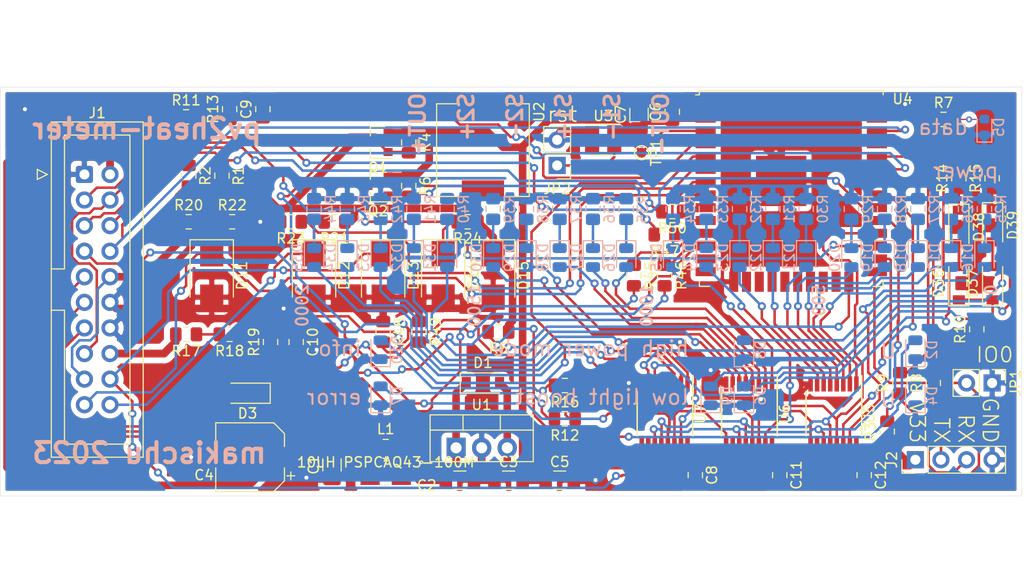
<source format=kicad_pcb>
(kicad_pcb (version 20171130) (host pcbnew 5.1.5+dfsg1-2build2)
  (layers (0 Front signal) (31 Back signal hide) (34 B.Paste user hide) (35 F.Paste user) (36 B.SilkS user hide) (37 F.SilkS user) (38 B.Mask user hide) (39 F.Mask user) (44 Edge.Cuts user))
  (net 0 "")
  (net 1 GND)
  (net 2 V24)
  (net 3 V33)
  (net 4 "Net-(C9-Pad1)")
  (net 5 "Net-(C10-Pad1)")
  (net 6 DIGIN1)
  (net 7 DIGIN2)
  (net 8 1W)
  (net 9 IO4)
  (net 10 LEDO1)
  (net 11 LEDO2)
  (net 12 LEDO3)
  (net 13 LEDO9)
  (net 14 LEDO4)
  (net 15 LEDOA)
  (net 16 "Net-(D16-Pad1)")
  (net 17 "Net-(D17-Pad1)")
  (net 18 LEDO5)
  (net 19 "Net-(D18-Pad1)")
  (net 20 LEDOB)
  (net 21 "Net-(D19-Pad1)")
  (net 22 LEDO6)
  (net 23 LEDOC)
  (net 24 "Net-(D20-Pad1)")
  (net 25 "Net-(D21-Pad1)")
  (net 26 LEDO7)
  (net 27 "Net-(D22-Pad1)")
  (net 28 LEDOD)
  (net 29 LEDO8)
  (net 30 "Net-(D23-Pad1)")
  (net 31 "Net-(D24-Pad1)")
  (net 32 LEDOE)
  (net 33 LEDOF)
  (net 34 LEDOG)
  (net 35 R_SET)
  (net 36 R_RESET)
  (net 37 LOGIC3)
  (net 38 SDA)
  (net 39 SCL)
  (net 40 S1+Fused)
  (net 41 "Net-(J2-Pad2)")
  (net 42 "Net-(J2-Pad3)")
  (net 43 IO_PER_EN)
  (net 44 IO5)
  (net 45 EN)
  (net 46 IO18)
  (net 47 IO19)
  (net 48 IO23)
  (net 49 "Net-(JP2-Pad1)")
  (net 50 "Net-(R17-Pad1)")
  (net 51 "Net-(Q2-Pad3)")
  (net 52 "Net-(C2-Pad2)")
  (net 53 LEDOX)
  (net 54 LEDOY)
  (net 55 LEDOZ)
  (net 56 LEDOW)
  (net 57 DIGIN3)
  (net 58 "Net-(D25-Pad1)")
  (net 59 "Net-(D26-Pad1)")
  (net 60 "Net-(D27-Pad1)")
  (net 61 "Net-(D28-Pad1)")
  (net 62 "Net-(D29-Pad1)")
  (net 63 "Net-(D30-Pad1)")
  (net 64 "Net-(D31-Pad1)")
  (net 65 LEDOH)
  (net 66 "Net-(D32-Pad1)")
  (net 67 LEDOI)
  (net 68 "Net-(D33-Pad1)")
  (net 69 LEDOJ)
  (net 70 "Net-(D34-Pad1)")
  (net 71 LEDOK)
  (net 72 "Net-(D35-Pad1)")
  (net 73 FET_START)
  (net 74 FET_EN)
  (net 75 FET_STATUS)
  (net 76 "Net-(R8-Pad2)")
  (net 77 "Net-(R9-Pad2)")
  (net 78 "Net-(U4-Pad32)")
  (net 79 "Net-(U4-Pad23)")
  (net 80 "Net-(U4-Pad22)")
  (net 81 "Net-(U4-Pad21)")
  (net 82 "Net-(U4-Pad20)")
  (net 83 "Net-(U4-Pad19)")
  (net 84 "Net-(U4-Pad18)")
  (net 85 "Net-(U4-Pad17)")
  (net 86 "Net-(U4-Pad16)")
  (net 87 "Net-(U4-Pad14)")
  (net 88 "Net-(U4-Pad13)")
  (net 89 "Net-(U5-Pad9)")
  (net 90 "Net-(U6-Pad9)")
  (net 91 "Net-(U7-Pad9)")
  (net 92 "Net-(D2-Pad2)")
  (net 93 "Net-(D4-Pad2)")
  (net 94 "Net-(D5-Pad2)")
  (net 95 "Net-(D6-Pad2)")
  (net 96 "Net-(D7-Pad2)")
  (net 97 "Net-(D8-Pad2)")
  (net 98 "Net-(D9-Pad2)")
  (net 99 "Net-(D10-Pad2)")
  (net 100 "Net-(D36-Pad1)")
  (net 101 "Net-(D38-Pad1)")
  (net 102 "Net-(D39-Pad1)")
  (net 103 IO2)
  (net 104 IO25)
  (net 105 IO26)
  (net 106 IO32)
  (net 107 IO33)
  (module Resistor_SMD:R_0805_2012Metric_Pad1.15x1.40mm_HandSolder (layer Front) (at 117.856 50.546 180)
    (fp_text reference R50 (at 0 -1.65) (layer F.SilkS))
    (fp_text value 220)
    (pad 2 smd roundrect (at 1.025 0 180) (size 1.15 1.4) (layers Front F.Paste F.Mask) (roundrect_rratio 0.217391) (net 36 R_RESET))
    (pad 1 smd roundrect (at -1.025 0 180) (size 1.15 1.4) (layers Front F.Paste F.Mask) (roundrect_rratio 0.217391) (net 107 IO33))
  )
  (module Resistor_SMD:R_0805_2012Metric_Pad1.15x1.40mm_HandSolder (layer Front) (at 92.71 62.484 270)
    (fp_text reference R49 (at 0 -1.65 90) (layer F.SilkS))
    (fp_text value 100K)
    (pad 2 smd roundrect (at 1.025 0 270) (size 1.15 1.4) (layers Front F.Paste F.Mask) (roundrect_rratio 0.217391) (net 75 FET_STATUS))
    (pad 1 smd roundrect (at -1.025 0 270) (size 1.15 1.4) (layers Front F.Paste F.Mask) (roundrect_rratio 0.217391) (net 1 GND))
  )
  (module Resistor_SMD:R_0805_2012Metric_Pad1.15x1.40mm_HandSolder (layer Front) (at 89.154 62.493 270)
    (fp_text reference R48 (at 0 -1.65 90) (layer F.SilkS))
    (fp_text value 100K)
    (pad 2 smd roundrect (at 1.025 0 270) (size 1.15 1.4) (layers Front F.Paste F.Mask) (roundrect_rratio 0.217391) (net 103 IO2))
    (pad 1 smd roundrect (at -1.025 0 270) (size 1.15 1.4) (layers Front F.Paste F.Mask) (roundrect_rratio 0.217391) (net 1 GND))
  )
  (module Resistor_SMD:R_0805_2012Metric_Pad1.15x1.40mm_HandSolder (layer Front) (at 117.094 52.832 180)
    (fp_text reference R47 (at 0 -1.65) (layer F.SilkS))
    (fp_text value 220)
    (pad 2 smd roundrect (at 1.025 0 180) (size 1.15 1.4) (layers Front F.Paste F.Mask) (roundrect_rratio 0.217391) (net 35 R_SET))
    (pad 1 smd roundrect (at -1.025 0 180) (size 1.15 1.4) (layers Front F.Paste F.Mask) (roundrect_rratio 0.217391) (net 106 IO32))
  )
  (module Resistor_SMD:R_0805_2012Metric_Pad1.15x1.40mm_HandSolder (layer Front) (at 117.094 56.896 270)
    (fp_text reference R46 (at 0 -1.65 90) (layer F.SilkS))
    (fp_text value 220)
    (pad 2 smd roundrect (at 1.025 0 270) (size 1.15 1.4) (layers Front F.Paste F.Mask) (roundrect_rratio 0.217391) (net 74 FET_EN))
    (pad 1 smd roundrect (at -1.025 0 270) (size 1.15 1.4) (layers Front F.Paste F.Mask) (roundrect_rratio 0.217391) (net 105 IO26))
  )
  (module Resistor_SMD:R_0805_2012Metric_Pad1.15x1.40mm_HandSolder (layer Front) (at 114.046 56.896 270)
    (fp_text reference R45 (at 0 -1.65 90) (layer F.SilkS))
    (fp_text value 220)
    (pad 2 smd roundrect (at 1.025 0 270) (size 1.15 1.4) (layers Front F.Paste F.Mask) (roundrect_rratio 0.217391) (net 73 FET_START))
    (pad 1 smd roundrect (at -1.025 0 270) (size 1.15 1.4) (layers Front F.Paste F.Mask) (roundrect_rratio 0.217391) (net 104 IO25))
  )
  (module Diode_SMD:D_SMB (layer Front) (at 100.076 56.896 270)
    (fp_text reference D15 (at 0 -3 90) (layer F.SilkS))
    (fp_text value SMLVT3V3)
    (pad 2 smd rect (at 2.15 0 270) (size 2.5 2.3) (layers Front F.Paste F.Mask) (net 1 GND))
    (pad 1 smd rect (at -2.15 0 270) (size 2.5 2.3) (layers Front F.Paste F.Mask) (net 37 LOGIC3))
  )
  (module Diode_SMD:D_SMB (layer Front) (at 95.112 56.876 270)
    (fp_text reference D14 (at 0 -3 90) (layer F.SilkS))
    (fp_text value SMLVT3V3)
    (pad 2 smd rect (at 2.15 0 270) (size 2.5 2.3) (layers Front F.Paste F.Mask) (net 1 GND))
    (pad 1 smd rect (at -2.15 0 270) (size 2.5 2.3) (layers Front F.Paste F.Mask) (net 8 1W))
  )
  (module Diode_SMD:D_SMB (layer Front) (at 89.154 56.896 270)
    (fp_text reference D13 (at 0 -3 90) (layer F.SilkS))
    (fp_text value SMLVT3V3)
    (pad 2 smd rect (at 2.15 0 270) (size 2.5 2.3) (layers Front F.Paste F.Mask) (net 1 GND))
    (pad 1 smd rect (at -2.15 0 270) (size 2.5 2.3) (layers Front F.Paste F.Mask) (net 57 DIGIN3))
  )
  (module Diode_SMD:D_SMB (layer Front) (at 82.296 56.896 270)
    (fp_text reference D12 (at 0 -3 90) (layer F.SilkS))
    (fp_text value SMLVT3V3)
    (pad 2 smd rect (at 2.15 0 270) (size 2.5 2.3) (layers Front F.Paste F.Mask) (net 1 GND))
    (pad 1 smd rect (at -2.15 0 270) (size 2.5 2.3) (layers Front F.Paste F.Mask) (net 7 DIGIN2))
  )
  (module Diode_SMD:D_SMB (layer Front) (at 72.136 56.896 270)
    (fp_text reference D11 (at 0 -3 90) (layer F.SilkS))
    (fp_text value SMLVT3V3)
    (pad 2 smd rect (at 2.15 0 270) (size 2.5 2.3) (layers Front F.Paste F.Mask) (net 1 GND))
    (pad 1 smd rect (at -2.15 0 270) (size 2.5 2.3) (layers Front F.Paste F.Mask) (net 6 DIGIN1))
  )
  (module Diode_SMD:D_SOD-123 (layer Front) (at 149.654 51.908 270)
    (fp_text reference D39 (at 0 -2 90) (layer F.SilkS))
    (fp_text value 1N4148W)
    (pad 2 smd rect (at 1.65 0 270) (size 0.9 1.2) (layers Front F.Paste F.Mask) (net 55 LEDOZ))
    (pad 1 smd rect (at -1.65 0 270) (size 0.9 1.2) (layers Front F.Paste F.Mask) (net 102 "Net-(D39-Pad1)"))
  )
  (module Diode_SMD:D_SOD-123 (layer Front) (at 146.304 52.07 270)
    (fp_text reference D38 (at 0 -2 90) (layer F.SilkS))
    (fp_text value 1N4148W)
    (pad 2 smd rect (at 1.65 0 270) (size 0.9 1.2) (layers Front F.Paste F.Mask) (net 54 LEDOY))
    (pad 1 smd rect (at -1.65 0 270) (size 0.9 1.2) (layers Front F.Paste F.Mask) (net 101 "Net-(D38-Pad1)"))
  )
  (module Diode_SMD:D_SOD-123 (layer Front) (at 149.654 57.658 90)
    (fp_text reference D37 (at 0 -2 90) (layer F.SilkS))
    (fp_text value 1N4148W)
    (pad 2 smd rect (at 1.65 0 90) (size 0.9 1.2) (layers Front F.Paste F.Mask) (net 55 LEDOZ))
    (pad 1 smd rect (at -1.65 0 90) (size 0.9 1.2) (layers Front F.Paste F.Mask) (net 100 "Net-(D36-Pad1)"))
  )
  (module Diode_SMD:D_SOD-123 (layer Front) (at 146.304 57.658 90)
    (fp_text reference D36 (at 0 -2 90) (layer F.SilkS))
    (fp_text value 1N4148W)
    (pad 2 smd rect (at 1.65 0 90) (size 0.9 1.2) (layers Front F.Paste F.Mask) (net 54 LEDOY))
    (pad 1 smd rect (at -1.65 0 90) (size 0.9 1.2) (layers Front F.Paste F.Mask) (net 100 "Net-(D36-Pad1)"))
  )
  (module Resistor_SMD:R_0805_2012Metric_Pad1.15x1.40mm_HandSolder (layer Back) (at 82.296 50.292 90)
    (fp_text reference R44 (at 0 1.65 270) (layer B.SilkS) (effects (justify mirror)))
    (fp_text value 1K)
    (pad 2 smd roundrect (at 1.025 0 90) (size 1.15 1.4) (layers Back B.Paste B.Mask) (roundrect_rratio 0.217391) (net 1 GND))
    (pad 1 smd roundrect (at -1.025 0 90) (size 1.15 1.4) (layers Back B.Paste B.Mask) (roundrect_rratio 0.217391) (net 72 "Net-(D35-Pad1)"))
  )
  (module Resistor_SMD:R_0805_2012Metric_Pad1.15x1.40mm_HandSolder (layer Back) (at 88.9 50.292 90)
    (fp_text reference R42 (at 0 1.65 270) (layer B.SilkS) (effects (justify mirror)))
    (fp_text value 1K)
    (pad 2 smd roundrect (at 1.025 0 90) (size 1.15 1.4) (layers Back B.Paste B.Mask) (roundrect_rratio 0.217391) (net 1 GND))
    (pad 1 smd roundrect (at -1.025 0 90) (size 1.15 1.4) (layers Back B.Paste B.Mask) (roundrect_rratio 0.217391) (net 68 "Net-(D33-Pad1)"))
  )
  (module Resistor_SMD:R_0805_2012Metric_Pad1.15x1.40mm_HandSolder (layer Back) (at 95.504 50.292 90)
    (fp_text reference R40 (at 0 1.65 270) (layer B.SilkS) (effects (justify mirror)))
    (fp_text value 1K)
    (pad 2 smd roundrect (at 1.025 0 90) (size 1.15 1.4) (layers Back B.Paste B.Mask) (roundrect_rratio 0.217391) (net 1 GND))
    (pad 1 smd roundrect (at -1.025 0 90) (size 1.15 1.4) (layers Back B.Paste B.Mask) (roundrect_rratio 0.217391) (net 64 "Net-(D31-Pad1)"))
  )
  (module Resistor_SMD:R_0805_2012Metric_Pad1.15x1.40mm_HandSolder (layer Back) (at 92.202 50.292 90)
    (fp_text reference R41 (at 0 1.65 90) (layer B.SilkS) (effects (justify mirror)))
    (fp_text value 1K)
    (pad 2 smd roundrect (at 1.025 0 90) (size 1.15 1.4) (layers Back B.Paste B.Mask) (roundrect_rratio 0.217391) (net 1 GND))
    (pad 1 smd roundrect (at -1.025 0 90) (size 1.15 1.4) (layers Back B.Paste B.Mask) (roundrect_rratio 0.217391) (net 66 "Net-(D32-Pad1)"))
  )
  (module Resistor_SMD:R_0805_2012Metric_Pad1.15x1.40mm_HandSolder (layer Back) (at 85.598 50.292 90)
    (fp_text reference R43 (at 0 1.65 270) (layer B.SilkS) (effects (justify mirror)))
    (fp_text value 1K)
    (pad 2 smd roundrect (at 1.025 0 90) (size 1.15 1.4) (layers Back B.Paste B.Mask) (roundrect_rratio 0.217391) (net 1 GND))
    (pad 1 smd roundrect (at -1.025 0 90) (size 1.15 1.4) (layers Back B.Paste B.Mask) (roundrect_rratio 0.217391) (net 70 "Net-(D34-Pad1)"))
  )
  (module LED_SMD:LED_0805_2012Metric (layer Back) (at 95.504 55.118 270)
    (fp_text reference D31 (at 0 1.65 270) (layer B.SilkS) (effects (justify mirror)))
    (fp_text value "LED C2297")
    (pad 2 smd roundrect (at 0.9375 0 270) (size 0.975 1.4) (layers Back B.Paste B.Mask) (net 34 LEDOG))
    (pad 1 smd roundrect (at -0.9375 0 270) (size 0.975 1.4) (layers Back B.Paste B.Mask) (net 64 "Net-(D31-Pad1)"))
  )
  (module LED_SMD:LED_0805_2012Metric (layer Back) (at 113.284 55.118 270)
    (fp_text reference D26 (at 0 1.65 270) (layer B.SilkS) (effects (justify mirror)))
    (fp_text value "LED C2297")
    (pad 2 smd roundrect (at 0.9375 0 270) (size 0.975 1.4) (layers Back B.Paste B.Mask) (net 20 LEDOB))
    (pad 1 smd roundrect (at -0.9375 0 270) (size 0.975 1.4) (layers Back B.Paste B.Mask) (net 59 "Net-(D26-Pad1)"))
  )
  (module LED_SMD:LED_0805_2012Metric (layer Back) (at 131.1425 55.118 270)
    (fp_text reference D21 (at 0 1.65 270) (layer B.SilkS) (effects (justify mirror)))
    (fp_text value "LED C2297")
    (pad 2 smd roundrect (at 0.9375 0 270) (size 0.975 1.4) (layers Back B.Paste B.Mask) (net 22 LEDO6))
    (pad 1 smd roundrect (at -0.9375 0 270) (size 0.975 1.4) (layers Back B.Paste B.Mask) (net 25 "Net-(D21-Pad1)"))
  )
  (module LED_SMD:LED_0805_2012Metric (layer Back) (at 148.844 55.118 270)
    (fp_text reference D16 (at 0 1.65 270) (layer B.SilkS) (effects (justify mirror)))
    (fp_text value "LED C2297")
    (pad 2 smd roundrect (at 0.9375 0 270) (size 0.975 1.4) (layers Back B.Paste B.Mask) (net 10 LEDO1))
    (pad 1 smd roundrect (at -0.9375 0 270) (size 0.975 1.4) (layers Back B.Paste B.Mask) (net 16 "Net-(D16-Pad1)"))
  )
  (module Package_TO_SOT_SMD:SOT-143 (layer Front) (at 110.998 43.434)
    (fp_text reference U3 (at 0.02 -2.38) (layer F.SilkS))
    (fp_text value MAX811SEUS-T)
    (pad 4 smd rect (at 1.1 -0.95 270) (size 1 1.4) (layers Front F.Paste F.Mask) (net 3 V33))
    (pad 3 smd rect (at 1.1 0.95 270) (size 1 1.4) (layers Front F.Paste F.Mask) (net 49 "Net-(JP2-Pad1)"))
    (pad 2 smd rect (at -1.1 0.95 270) (size 1 1.4) (layers Front F.Paste F.Mask) (net 45 EN))
    (pad 1 smd rect (at -1.1 -0.77 270) (size 1.2 1.4) (layers Front F.Paste F.Mask) (net 1 GND))
  )
  (module TestPoint:TestPoint_Pad_D1.0mm (layer Front) (at 114.808 44.704 270)
    (fp_text reference TP1 (at 0 -1.448 90) (layer F.SilkS))
    (fp_text value EN)
    (pad 1 smd circle (at 0 0 270) (size 1 1) (layers Front F.Mask) (net 45 EN))
  )
  (module Resistor_SMD:R_0805_2012Metric_Pad1.15x1.40mm_HandSolder (layer Back) (at 109.982 50.292 90)
    (fp_text reference R36 (at 0 1.65 90) (layer B.SilkS) (effects (justify mirror)))
    (fp_text value 1K)
    (pad 2 smd roundrect (at 1.025 0 90) (size 1.15 1.4) (layers Back B.Paste B.Mask) (roundrect_rratio 0.217391) (net 1 GND))
    (pad 1 smd roundrect (at -1.025 0 90) (size 1.15 1.4) (layers Back B.Paste B.Mask) (roundrect_rratio 0.217391) (net 60 "Net-(D27-Pad1)"))
  )
  (module Resistor_SMD:R_0805_2012Metric_Pad1.15x1.40mm_HandSolder (layer Back) (at 113.284 50.292 90)
    (fp_text reference R35 (at 0 1.65 270) (layer B.SilkS) (effects (justify mirror)))
    (fp_text value 1K)
    (pad 2 smd roundrect (at 1.025 0 90) (size 1.15 1.4) (layers Back B.Paste B.Mask) (roundrect_rratio 0.217391) (net 1 GND))
    (pad 1 smd roundrect (at -1.025 0 90) (size 1.15 1.4) (layers Back B.Paste B.Mask) (roundrect_rratio 0.217391) (net 59 "Net-(D26-Pad1)"))
  )
  (module Resistor_SMD:R_0805_2012Metric_Pad1.15x1.40mm_HandSolder (layer Back) (at 117.9345 50.292 90)
    (fp_text reference R34 (at 0 1.65 270) (layer B.SilkS) (effects (justify mirror)))
    (fp_text value 1K)
    (pad 2 smd roundrect (at 1.025 0 90) (size 1.15 1.4) (layers Back B.Paste B.Mask) (roundrect_rratio 0.217391) (net 1 GND))
    (pad 1 smd roundrect (at -1.025 0 90) (size 1.15 1.4) (layers Back B.Paste B.Mask) (roundrect_rratio 0.217391) (net 58 "Net-(D25-Pad1)"))
  )
  (module Resistor_SMD:R_0805_2012Metric_Pad1.15x1.40mm_HandSolder (layer Back) (at 121.2365 50.292 90)
    (fp_text reference R33 (at 0 1.65 270) (layer B.SilkS) (effects (justify mirror)))
    (fp_text value 1K)
    (pad 2 smd roundrect (at 1.025 0 90) (size 1.15 1.4) (layers Back B.Paste B.Mask) (roundrect_rratio 0.217391) (net 1 GND))
    (pad 1 smd roundrect (at -1.025 0 90) (size 1.15 1.4) (layers Back B.Paste B.Mask) (roundrect_rratio 0.217391) (net 31 "Net-(D24-Pad1)"))
  )
  (module Resistor_SMD:R_0805_2012Metric_Pad1.15x1.40mm_HandSolder (layer Back) (at 124.5385 50.292 90)
    (fp_text reference R32 (at 0 1.65 270) (layer B.SilkS) (effects (justify mirror)))
    (fp_text value 1K)
    (pad 2 smd roundrect (at 1.025 0 90) (size 1.15 1.4) (layers Back B.Paste B.Mask) (roundrect_rratio 0.217391) (net 1 GND))
    (pad 1 smd roundrect (at -1.025 0 90) (size 1.15 1.4) (layers Back B.Paste B.Mask) (roundrect_rratio 0.217391) (net 30 "Net-(D23-Pad1)"))
  )
  (module Resistor_SMD:R_0805_2012Metric_Pad1.15x1.40mm_HandSolder (layer Back) (at 127.8405 50.292 90)
    (fp_text reference R31 (at 0 1.65 90) (layer B.SilkS) (effects (justify mirror)))
    (fp_text value 1K)
    (pad 2 smd roundrect (at 1.025 0 90) (size 1.15 1.4) (layers Back B.Paste B.Mask) (roundrect_rratio 0.217391) (net 1 GND))
    (pad 1 smd roundrect (at -1.025 0 90) (size 1.15 1.4) (layers Back B.Paste B.Mask) (roundrect_rratio 0.217391) (net 27 "Net-(D22-Pad1)"))
  )
  (module Resistor_SMD:R_0805_2012Metric_Pad1.15x1.40mm_HandSolder (layer Back) (at 131.1425 50.292 90)
    (fp_text reference R30 (at 0 1.65 270) (layer B.SilkS) (effects (justify mirror)))
    (fp_text value 1K)
    (pad 2 smd roundrect (at 1.025 0 90) (size 1.15 1.4) (layers Back B.Paste B.Mask) (roundrect_rratio 0.217391) (net 1 GND))
    (pad 1 smd roundrect (at -1.025 0 90) (size 1.15 1.4) (layers Back B.Paste B.Mask) (roundrect_rratio 0.217391) (net 25 "Net-(D21-Pad1)"))
  )
  (module Resistor_SMD:R_0805_2012Metric_Pad1.15x1.40mm_HandSolder (layer Back) (at 135.636 50.292 90)
    (fp_text reference R29 (at 0 1.65 270) (layer B.SilkS) (effects (justify mirror)))
    (fp_text value 1K)
    (pad 2 smd roundrect (at 1.025 0 90) (size 1.15 1.4) (layers Back B.Paste B.Mask) (roundrect_rratio 0.217391) (net 1 GND))
    (pad 1 smd roundrect (at -1.025 0 90) (size 1.15 1.4) (layers Back B.Paste B.Mask) (roundrect_rratio 0.217391) (net 24 "Net-(D20-Pad1)"))
  )
  (module Resistor_SMD:R_0805_2012Metric_Pad1.15x1.40mm_HandSolder (layer Back) (at 138.938 50.292 90)
    (fp_text reference R28 (at 0 1.65 270) (layer B.SilkS) (effects (justify mirror)))
    (fp_text value 1K)
    (pad 2 smd roundrect (at 1.025 0 90) (size 1.15 1.4) (layers Back B.Paste B.Mask) (roundrect_rratio 0.217391) (net 1 GND))
    (pad 1 smd roundrect (at -1.025 0 90) (size 1.15 1.4) (layers Back B.Paste B.Mask) (roundrect_rratio 0.217391) (net 21 "Net-(D19-Pad1)"))
  )
  (module Resistor_SMD:R_0805_2012Metric_Pad1.15x1.40mm_HandSolder (layer Back) (at 142.24 50.292 90)
    (fp_text reference R27 (at 0 1.65 270) (layer B.SilkS) (effects (justify mirror)))
    (fp_text value 1K)
    (pad 2 smd roundrect (at 1.025 0 90) (size 1.15 1.4) (layers Back B.Paste B.Mask) (roundrect_rratio 0.217391) (net 1 GND))
    (pad 1 smd roundrect (at -1.025 0 90) (size 1.15 1.4) (layers Back B.Paste B.Mask) (roundrect_rratio 0.217391) (net 19 "Net-(D18-Pad1)"))
  )
  (module Resistor_SMD:R_0805_2012Metric_Pad1.15x1.40mm_HandSolder (layer Back) (at 145.542 50.292 90)
    (fp_text reference R26 (at 0 1.65 90) (layer B.SilkS) (effects (justify mirror)))
    (fp_text value 1K)
    (pad 2 smd roundrect (at 1.025 0 90) (size 1.15 1.4) (layers Back B.Paste B.Mask) (roundrect_rratio 0.217391) (net 1 GND))
    (pad 1 smd roundrect (at -1.025 0 90) (size 1.15 1.4) (layers Back B.Paste B.Mask) (roundrect_rratio 0.217391) (net 17 "Net-(D17-Pad1)"))
  )
  (module Resistor_SMD:R_0805_2012Metric_Pad1.15x1.40mm_HandSolder (layer Back) (at 148.844 50.292 90)
    (fp_text reference R25 (at 0 1.65 270) (layer B.SilkS) (effects (justify mirror)))
    (fp_text value 1K)
    (pad 2 smd roundrect (at 1.025 0 90) (size 1.15 1.4) (layers Back B.Paste B.Mask) (roundrect_rratio 0.217391) (net 1 GND))
    (pad 1 smd roundrect (at -1.025 0 90) (size 1.15 1.4) (layers Back B.Paste B.Mask) (roundrect_rratio 0.217391) (net 16 "Net-(D16-Pad1)"))
  )
  (module Resistor_SMD:R_0805_2012Metric_Pad1.15x1.40mm_HandSolder (layer Front) (at 97.536 51.562 180)
    (fp_text reference R24 (at 0 -1.65) (layer F.SilkS))
    (fp_text value 4.7K)
    (pad 2 smd roundrect (at 1.025 0 180) (size 1.15 1.4) (layers Front F.Paste F.Mask) (roundrect_rratio 0.217391) (net 8 1W))
    (pad 1 smd roundrect (at -1.025 0 180) (size 1.15 1.4) (layers Front F.Paste F.Mask) (roundrect_rratio 0.217391) (net 37 LOGIC3))
  )
  (module Resistor_SMD:R_0805_2012Metric_Pad1.15x1.40mm_HandSolder (layer Front) (at 80.001 51.562 180)
    (fp_text reference R23 (at 0 -1.65) (layer F.SilkS))
    (fp_text value 10K)
    (pad 2 smd roundrect (at 1.025 0 180) (size 1.15 1.4) (layers Front F.Paste F.Mask) (roundrect_rratio 0.217391) (net 1 GND))
    (pad 1 smd roundrect (at -1.025 0 180) (size 1.15 1.4) (layers Front F.Paste F.Mask) (roundrect_rratio 0.217391) (net 7 DIGIN2))
  )
  (module Resistor_SMD:R_0805_2012Metric_Pad1.15x1.40mm_HandSolder (layer Front) (at 74.168 51.562)
    (fp_text reference R22 (at 0 -1.65) (layer F.SilkS))
    (fp_text value 10K)
    (pad 2 smd roundrect (at 1.025 0) (size 1.15 1.4) (layers Front F.Paste F.Mask) (roundrect_rratio 0.217391) (net 1 GND))
    (pad 1 smd roundrect (at -1.025 0) (size 1.15 1.4) (layers Front F.Paste F.Mask) (roundrect_rratio 0.217391) (net 6 DIGIN1))
  )
  (module Resistor_SMD:R_0805_2012Metric_Pad1.15x1.40mm_HandSolder (layer Front) (at 84.328 51.562 180)
    (fp_text reference R21 (at 0 -1.65) (layer F.SilkS))
    (fp_text value 24K)
    (pad 2 smd roundrect (at 1.025 0 180) (size 1.15 1.4) (layers Front F.Paste F.Mask) (roundrect_rratio 0.217391) (net 7 DIGIN2))
    (pad 1 smd roundrect (at -1.025 0 180) (size 1.15 1.4) (layers Front F.Paste F.Mask) (roundrect_rratio 0.217391) (net 37 LOGIC3))
  )
  (module Resistor_SMD:R_0805_2012Metric_Pad1.15x1.40mm_HandSolder (layer Front) (at 69.85 51.562)
    (fp_text reference R20 (at 0 -1.65) (layer F.SilkS))
    (fp_text value 24K)
    (pad 2 smd roundrect (at 1.025 0) (size 1.15 1.4) (layers Front F.Paste F.Mask) (roundrect_rratio 0.217391) (net 6 DIGIN1))
    (pad 1 smd roundrect (at -1.025 0) (size 1.15 1.4) (layers Front F.Paste F.Mask) (roundrect_rratio 0.217391) (net 37 LOGIC3))
  )
  (module Resistor_SMD:R_0805_2012Metric_Pad1.15x1.40mm_HandSolder (layer Front) (at 77.978 63.5 90)
    (fp_text reference R19 (at 0 -1.65 90) (layer F.SilkS))
    (fp_text value "13.3k TR0805C13K3P0515 ")
    (pad 2 smd roundrect (at 1.025 0 90) (size 1.15 1.4) (layers Front F.Paste F.Mask) (roundrect_rratio 0.217391) (net 5 "Net-(C10-Pad1)"))
    (pad 1 smd roundrect (at -1.025 0 90) (size 1.15 1.4) (layers Front F.Paste F.Mask) (roundrect_rratio 0.217391) (net 1 GND))
  )
  (module Resistor_SMD:R_0805_2012Metric_Pad1.15x1.40mm_HandSolder (layer Front) (at 73.914 62.738 180)
    (fp_text reference R18 (at 0 -1.65) (layer F.SilkS))
    (fp_text value 1Meg)
    (pad 2 smd roundrect (at 1.025 0 180) (size 1.15 1.4) (layers Front F.Paste F.Mask) (roundrect_rratio 0.217391) (net 50 "Net-(R17-Pad1)"))
    (pad 1 smd roundrect (at -1.025 0 180) (size 1.15 1.4) (layers Front F.Paste F.Mask) (roundrect_rratio 0.217391) (net 5 "Net-(C10-Pad1)"))
  )
  (module Resistor_SMD:R_0805_2012Metric_Pad1.15x1.40mm_HandSolder (layer Front) (at 69.596 62.738 180)
    (fp_text reference R17 (at 0 -1.65) (layer F.SilkS))
    (fp_text value 1Meg)
    (pad 2 smd roundrect (at 1.025 0 180) (size 1.15 1.4) (layers Front F.Paste F.Mask) (roundrect_rratio 0.217391) (net 40 S1+Fused))
    (pad 1 smd roundrect (at -1.025 0 180) (size 1.15 1.4) (layers Front F.Paste F.Mask) (roundrect_rratio 0.217391) (net 50 "Net-(R17-Pad1)"))
  )
  (module Resistor_SMD:R_0805_2012Metric_Pad1.15x1.40mm_HandSolder (layer Front) (at 107.188 67.818 180)
    (fp_text reference R16 (at 0 -1.65) (layer F.SilkS))
    (fp_text value 220)
    (pad 2 smd roundrect (at 1.025 0 180) (size 1.15 1.4) (layers Front F.Paste F.Mask) (roundrect_rratio 0.217391) (net 99 "Net-(D10-Pad2)"))
    (pad 1 smd roundrect (at -1.025 0 180) (size 1.15 1.4) (layers Front F.Paste F.Mask) (roundrect_rratio 0.217391) (net 56 LEDOW))
  )
  (module Resistor_SMD:R_0805_2012Metric_Pad1.15x1.40mm_HandSolder (layer Front) (at 149.606 47.244 90)
    (fp_text reference R15 (at 0 -1.65 90) (layer F.SilkS))
    (fp_text value 470)
    (pad 2 smd roundrect (at 1.025 0 90) (size 1.15 1.4) (layers Front F.Paste F.Mask) (roundrect_rratio 0.217391) (net 98 "Net-(D9-Pad2)"))
    (pad 1 smd roundrect (at -1.025 0 90) (size 1.15 1.4) (layers Front F.Paste F.Mask) (roundrect_rratio 0.217391) (net 102 "Net-(D39-Pad1)"))
  )
  (module Resistor_SMD:R_0805_2012Metric_Pad1.15x1.40mm_HandSolder (layer Front) (at 146.304 47.244 90)
    (fp_text reference R14 (at 0 -1.65 90) (layer F.SilkS))
    (fp_text value 470)
    (pad 2 smd roundrect (at 1.025 0 90) (size 1.15 1.4) (layers Front F.Paste F.Mask) (roundrect_rratio 0.217391) (net 97 "Net-(D8-Pad2)"))
    (pad 1 smd roundrect (at -1.025 0 90) (size 1.15 1.4) (layers Front F.Paste F.Mask) (roundrect_rratio 0.217391) (net 101 "Net-(D38-Pad1)"))
  )
  (module Resistor_SMD:R_0805_2012Metric_Pad1.15x1.40mm_HandSolder (layer Front) (at 73.914 40.386 90)
    (fp_text reference R13 (at 0 -1.65 90) (layer F.SilkS))
    (fp_text value 10K)
    (pad 2 smd roundrect (at 1.025 0 90) (size 1.15 1.4) (layers Front F.Paste F.Mask) (roundrect_rratio 0.217391) (net 1 GND))
    (pad 1 smd roundrect (at -1.025 0 90) (size 1.15 1.4) (layers Front F.Paste F.Mask) (roundrect_rratio 0.217391) (net 4 "Net-(C9-Pad1)"))
  )
  (module Resistor_SMD:R_0805_2012Metric_Pad1.15x1.40mm_HandSolder (layer Front) (at 107.188 71.12 180)
    (fp_text reference R12 (at 0 -1.65) (layer F.SilkS))
    (fp_text value 220)
    (pad 2 smd roundrect (at 1.025 0 180) (size 1.15 1.4) (layers Front F.Paste F.Mask) (roundrect_rratio 0.217391) (net 96 "Net-(D7-Pad2)"))
    (pad 1 smd roundrect (at -1.025 0 180) (size 1.15 1.4) (layers Front F.Paste F.Mask) (roundrect_rratio 0.217391) (net 53 LEDOX))
  )
  (module Resistor_SMD:R_0805_2012Metric_Pad1.15x1.40mm_HandSolder (layer Front) (at 69.596 41.148)
    (fp_text reference R11 (at 0 -1.65) (layer F.SilkS))
    (fp_text value 470K)
    (pad 2 smd roundrect (at 1.025 0) (size 1.15 1.4) (layers Front F.Paste F.Mask) (roundrect_rratio 0.217391) (net 4 "Net-(C9-Pad1)"))
    (pad 1 smd roundrect (at -1.025 0) (size 1.15 1.4) (layers Front F.Paste F.Mask) (roundrect_rratio 0.217391) (net 2 V24))
  )
  (module Resistor_SMD:R_0805_2012Metric_Pad1.15x1.40mm_HandSolder (layer Front) (at 148.082 62.23 90)
    (fp_text reference R10 (at 0 -1.65 90) (layer F.SilkS))
    (fp_text value 470)
    (pad 2 smd roundrect (at 1.025 0 90) (size 1.15 1.4) (layers Front F.Paste F.Mask) (roundrect_rratio 0.217391) (net 95 "Net-(D6-Pad2)"))
    (pad 1 smd roundrect (at -1.025 0 90) (size 1.15 1.4) (layers Front F.Paste F.Mask) (roundrect_rratio 0.217391) (net 100 "Net-(D36-Pad1)"))
  )
  (module Resistor_SMD:R_0805_2012Metric_Pad1.15x1.40mm_HandSolder (layer Front) (at 140.462 67.564 90)
    (fp_text reference R9 (at 0 -1.65 90) (layer F.SilkS))
    (fp_text value 100)
    (pad 2 smd roundrect (at 1.025 0 90) (size 1.15 1.4) (layers Front F.Paste F.Mask) (roundrect_rratio 0.217391) (net 77 "Net-(R9-Pad2)"))
    (pad 1 smd roundrect (at -1.025 0 90) (size 1.15 1.4) (layers Front F.Paste F.Mask) (roundrect_rratio 0.217391) (net 42 "Net-(J2-Pad3)"))
  )
  (module Resistor_SMD:R_0805_2012Metric_Pad1.15x1.40mm_HandSolder (layer Front) (at 143.764 67.564 90)
    (fp_text reference R8 (at 0 -1.65 90) (layer F.SilkS))
    (fp_text value 100)
    (pad 2 smd roundrect (at 1.025 0 90) (size 1.15 1.4) (layers Front F.Paste F.Mask) (roundrect_rratio 0.217391) (net 76 "Net-(R8-Pad2)"))
    (pad 1 smd roundrect (at -1.025 0 90) (size 1.15 1.4) (layers Front F.Paste F.Mask) (roundrect_rratio 0.217391) (net 41 "Net-(J2-Pad2)"))
  )
  (module Resistor_SMD:R_0805_2012Metric_Pad1.15x1.40mm_HandSolder (layer Front) (at 144.78 41.402)
    (fp_text reference R7 (at 0 -1.65) (layer F.SilkS))
    (fp_text value 120)
    (pad 2 smd roundrect (at 1.025 0) (size 1.15 1.4) (layers Front F.Paste F.Mask) (roundrect_rratio 0.217391) (net 94 "Net-(D5-Pad2)"))
    (pad 1 smd roundrect (at -1.025 0) (size 1.15 1.4) (layers Front F.Paste F.Mask) (roundrect_rratio 0.217391) (net 48 IO23))
  )
  (module Resistor_SMD:R_0805_2012Metric_Pad1.15x1.40mm_HandSolder (layer Front) (at 91.694 48.006 270)
    (fp_text reference R6 (at 0 -1.65 90) (layer F.SilkS))
    (fp_text value 100K)
    (pad 2 smd roundrect (at 1.025 0 270) (size 1.15 1.4) (layers Front F.Paste F.Mask) (roundrect_rratio 0.217391) (net 46 IO18))
    (pad 1 smd roundrect (at -1.025 0 270) (size 1.15 1.4) (layers Front F.Paste F.Mask) (roundrect_rratio 0.217391) (net 3 V33))
  )
  (module Resistor_SMD:R_0805_2012Metric_Pad1.15x1.40mm_HandSolder (layer Front) (at 100.593 62.484 180)
    (fp_text reference R5 (at 0 -1.65) (layer F.SilkS))
    (fp_text value 1K)
    (pad 2 smd roundrect (at 1.025 0 180) (size 1.15 1.4) (layers Front F.Paste F.Mask) (roundrect_rratio 0.217391) (net 93 "Net-(D4-Pad2)"))
    (pad 1 smd roundrect (at -1.025 0 180) (size 1.15 1.4) (layers Front F.Paste F.Mask) (roundrect_rratio 0.217391) (net 37 LOGIC3))
  )
  (module Resistor_SMD:R_0805_2012Metric_Pad1.15x1.40mm_HandSolder (layer Front) (at 91.694 43.688 270)
    (fp_text reference R4 (at 0 -1.65 90) (layer F.SilkS))
    (fp_text value 100K)
    (pad 2 smd roundrect (at 1.025 0 270) (size 1.15 1.4) (layers Front F.Paste F.Mask) (roundrect_rratio 0.217391) (net 43 IO_PER_EN))
    (pad 1 smd roundrect (at -1.025 0 270) (size 1.15 1.4) (layers Front F.Paste F.Mask) (roundrect_rratio 0.217391) (net 3 V33))
  )
  (module Resistor_SMD:R_0805_2012Metric_Pad1.15x1.40mm_HandSolder (layer Front) (at 139.192 72.39 90)
    (fp_text reference R3 (at 0 -1.65 90) (layer F.SilkS))
    (fp_text value 1K)
    (pad 2 smd roundrect (at 1.025 0 90) (size 1.15 1.4) (layers Front F.Paste F.Mask) (roundrect_rratio 0.217391) (net 92 "Net-(D2-Pad2)"))
    (pad 1 smd roundrect (at -1.025 0 90) (size 1.15 1.4) (layers Front F.Paste F.Mask) (roundrect_rratio 0.217391) (net 3 V33))
  )
  (module Resistor_SMD:R_0805_2012Metric_Pad1.15x1.40mm_HandSolder (layer Front) (at 69.85 46.99 270)
    (fp_text reference R2 (at 0 -1.65 90) (layer F.SilkS))
    (fp_text value 4.7K)
    (pad 2 smd roundrect (at 1.025 0 270) (size 1.15 1.4) (layers Front F.Paste F.Mask) (roundrect_rratio 0.217391) (net 37 LOGIC3))
    (pad 1 smd roundrect (at -1.025 0 270) (size 1.15 1.4) (layers Front F.Paste F.Mask) (roundrect_rratio 0.217391) (net 39 SCL))
  )
  (module Resistor_SMD:R_0805_2012Metric_Pad1.15x1.40mm_HandSolder (layer Front) (at 73.152 46.99 270)
    (fp_text reference R1 (at 0 -1.65 90) (layer F.SilkS))
    (fp_text value 4.7K)
    (pad 2 smd roundrect (at 1.025 0 270) (size 1.15 1.4) (layers Front F.Paste F.Mask) (roundrect_rratio 0.217391) (net 37 LOGIC3))
    (pad 1 smd roundrect (at -1.025 0 270) (size 1.15 1.4) (layers Front F.Paste F.Mask) (roundrect_rratio 0.217391) (net 38 SDA))
  )
  (module Package_TO_SOT_SMD:SOT-23 (layer Front) (at 88.646 43.688 180)
    (fp_text reference Q1 (at 0 -2.5) (layer F.SilkS))
    (fp_text value AO3401A)
    (pad 3 smd rect (at 1 0 180) (size 0.9 0.8) (layers Front F.Paste F.Mask) (net 37 LOGIC3))
    (pad 2 smd rect (at -1 0.95 180) (size 0.9 0.8) (layers Front F.Paste F.Mask) (net 3 V33))
    (pad 1 smd rect (at -1 -0.95 180) (size 0.9 0.8) (layers Front F.Paste F.Mask) (net 43 IO_PER_EN))
  )
  (module LED_SMD:LED_0805_2012Metric (layer Back) (at 106.68 55.118 270)
    (fp_text reference D28 (at 0 1.65 270) (layer B.SilkS) (effects (justify mirror)))
    (fp_text value "LED C2297")
    (pad 2 smd roundrect (at 0.9375 0 270) (size 0.975 1.4) (layers Back B.Paste B.Mask) (net 28 LEDOD))
    (pad 1 smd roundrect (at -0.9375 0 270) (size 0.975 1.4) (layers Back B.Paste B.Mask) (net 61 "Net-(D28-Pad1)"))
  )
  (module LED_SMD:LED_0805_2012Metric (layer Back) (at 109.982 55.118 270)
    (fp_text reference D27 (at 0 1.65 270) (layer B.SilkS) (effects (justify mirror)))
    (fp_text value "LED C2297")
    (pad 2 smd roundrect (at 0.9375 0 270) (size 0.975 1.4) (layers Back B.Paste B.Mask) (net 23 LEDOC))
    (pad 1 smd roundrect (at -0.9375 0 270) (size 0.975 1.4) (layers Back B.Paste B.Mask) (net 60 "Net-(D27-Pad1)"))
  )
  (module LED_SMD:LED_0805_2012Metric (layer Back) (at 117.9345 55.118 270)
    (fp_text reference D25 (at 0 1.65 270) (layer B.SilkS) (effects (justify mirror)))
    (fp_text value "LED C2297")
    (pad 2 smd roundrect (at 0.9375 0 270) (size 0.975 1.4) (layers Back B.Paste B.Mask) (net 15 LEDOA))
    (pad 1 smd roundrect (at -0.9375 0 270) (size 0.975 1.4) (layers Back B.Paste B.Mask) (net 58 "Net-(D25-Pad1)"))
  )
  (module LED_SMD:LED_0805_2012Metric (layer Back) (at 121.2365 55.118 270)
    (fp_text reference D24 (at 0 1.65 270) (layer B.SilkS) (effects (justify mirror)))
    (fp_text value "LED C2297")
    (pad 2 smd roundrect (at 0.9375 0 270) (size 0.975 1.4) (layers Back B.Paste B.Mask) (net 13 LEDO9))
    (pad 1 smd roundrect (at -0.9375 0 270) (size 0.975 1.4) (layers Back B.Paste B.Mask) (net 31 "Net-(D24-Pad1)"))
  )
  (module LED_SMD:LED_0805_2012Metric (layer Back) (at 124.5385 55.118 270)
    (fp_text reference D23 (at 0 1.65 270) (layer B.SilkS) (effects (justify mirror)))
    (fp_text value "LED C2297")
    (pad 2 smd roundrect (at 0.9375 0 270) (size 0.975 1.4) (layers Back B.Paste B.Mask) (net 29 LEDO8))
    (pad 1 smd roundrect (at -0.9375 0 270) (size 0.975 1.4) (layers Back B.Paste B.Mask) (net 30 "Net-(D23-Pad1)"))
  )
  (module LED_SMD:LED_0805_2012Metric (layer Back) (at 127.8405 55.118 270)
    (fp_text reference D22 (at 0 1.65 270) (layer B.SilkS) (effects (justify mirror)))
    (fp_text value "LED C2297")
    (pad 2 smd roundrect (at 0.9375 0 270) (size 0.975 1.4) (layers Back B.Paste B.Mask) (net 26 LEDO7))
    (pad 1 smd roundrect (at -0.9375 0 270) (size 0.975 1.4) (layers Back B.Paste B.Mask) (net 27 "Net-(D22-Pad1)"))
  )
  (module LED_SMD:LED_0805_2012Metric (layer Back) (at 135.636 55.118 270)
    (fp_text reference D20 (at 0 1.65 270) (layer B.SilkS) (effects (justify mirror)))
    (fp_text value "LED C2297")
    (pad 2 smd roundrect (at 0.9375 0 270) (size 0.975 1.4) (layers Back B.Paste B.Mask) (net 18 LEDO5))
    (pad 1 smd roundrect (at -0.9375 0 270) (size 0.975 1.4) (layers Back B.Paste B.Mask) (net 24 "Net-(D20-Pad1)"))
  )
  (module LED_SMD:LED_0805_2012Metric (layer Back) (at 138.938 55.118 270)
    (fp_text reference D19 (at 0 1.65 270) (layer B.SilkS) (effects (justify mirror)))
    (fp_text value "LED C2297")
    (pad 2 smd roundrect (at 0.9375 0 270) (size 0.975 1.4) (layers Back B.Paste B.Mask) (net 14 LEDO4))
    (pad 1 smd roundrect (at -0.9375 0 270) (size 0.975 1.4) (layers Back B.Paste B.Mask) (net 21 "Net-(D19-Pad1)"))
  )
  (module LED_SMD:LED_0805_2012Metric (layer Back) (at 142.24 55.118 270)
    (fp_text reference D18 (at 0 1.65 270) (layer B.SilkS) (effects (justify mirror)))
    (fp_text value "LED C2297")
    (pad 2 smd roundrect (at 0.9375 0 270) (size 0.975 1.4) (layers Back B.Paste B.Mask) (net 12 LEDO3))
    (pad 1 smd roundrect (at -0.9375 0 270) (size 0.975 1.4) (layers Back B.Paste B.Mask) (net 19 "Net-(D18-Pad1)"))
  )
  (module LED_SMD:LED_0805_2012Metric (layer Back) (at 145.542 55.118 270)
    (fp_text reference D17 (at 0 1.65 270) (layer B.SilkS) (effects (justify mirror)))
    (fp_text value "LED C2297")
    (pad 2 smd roundrect (at 0.9375 0 270) (size 0.975 1.4) (layers Back B.Paste B.Mask) (net 11 LEDO2))
    (pad 1 smd roundrect (at -0.9375 0 270) (size 0.975 1.4) (layers Back B.Paste B.Mask) (net 17 "Net-(D17-Pad1)"))
  )
  (module LED_SMD:LED_0805_2012Metric (layer Back) (at 88.9 64.262 90)
    (fp_text reference D10 (at 0 1.65 270) (layer B.SilkS) (effects (justify mirror)))
    (fp_text value "LED YE C2296")
    (pad 2 smd roundrect (at 0.9375 0 90) (size 0.975 1.4) (layers Back B.Paste B.Mask) (net 99 "Net-(D10-Pad2)"))
    (pad 1 smd roundrect (at -0.9375 0 90) (size 0.975 1.4) (layers Back B.Paste B.Mask) (net 1 GND))
  )
  (module LED_SMD:LED_0805_2012Metric (layer Back) (at 121.666 68.834 90)
    (fp_text reference D9 (at 0 1.65 90) (layer B.SilkS) (effects (justify mirror)))
    (fp_text value "LED C2297")
    (pad 2 smd roundrect (at 0.9375 0 90) (size 0.975 1.4) (layers Back B.Paste B.Mask) (net 98 "Net-(D9-Pad2)"))
    (pad 1 smd roundrect (at -0.9375 0 90) (size 0.975 1.4) (layers Back B.Paste B.Mask) (net 1 GND))
  )
  (module LED_SMD:LED_0805_2012Metric (layer Back) (at 124.968 64.262 90)
    (fp_text reference D8 (at 0 1.65 90) (layer B.SilkS) (effects (justify mirror)))
    (fp_text value "LED C2297")
    (pad 2 smd roundrect (at 0.9375 0 90) (size 0.975 1.4) (layers Back B.Paste B.Mask) (net 97 "Net-(D8-Pad2)"))
    (pad 1 smd roundrect (at -0.9375 0 90) (size 0.975 1.4) (layers Back B.Paste B.Mask) (net 1 GND))
  )
  (module LED_SMD:LED_0805_2012Metric (layer Back) (at 88.9 68.834 90)
    (fp_text reference D7 (at 0 1.65 90) (layer B.SilkS) (effects (justify mirror)))
    (fp_text value "LED RD C84256")
    (pad 2 smd roundrect (at 0.9375 0 90) (size 0.975 1.4) (layers Back B.Paste B.Mask) (net 96 "Net-(D7-Pad2)"))
    (pad 1 smd roundrect (at -0.9375 0 90) (size 0.975 1.4) (layers Back B.Paste B.Mask) (net 1 GND))
  )
  (module LED_SMD:LED_0805_2012Metric (layer Back) (at 124.968 68.834 90)
    (fp_text reference D6 (at 0 1.65 90) (layer B.SilkS) (effects (justify mirror)))
    (fp_text value "LED C2297")
    (pad 2 smd roundrect (at 0.9375 0 90) (size 0.975 1.4) (layers Back B.Paste B.Mask) (net 95 "Net-(D6-Pad2)"))
    (pad 1 smd roundrect (at -0.9375 0 90) (size 0.975 1.4) (layers Back B.Paste B.Mask) (net 1 GND))
  )
  (module LED_SMD:LED_0603_1608Metric (layer Back) (at 148.844 42.164 90)
    (fp_text reference D5 (at 0 1.43 90) (layer B.SilkS) (effects (justify mirror)))
    (fp_text value "LED C72041")
    (pad 2 smd roundrect (at 0.7875 0 90) (size 0.875 0.95) (layers Back B.Paste B.Mask) (net 94 "Net-(D5-Pad2)"))
    (pad 1 smd roundrect (at -0.7875 0 90) (size 0.875 0.95) (layers Back B.Paste B.Mask) (net 1 GND))
  )
  (module LED_SMD:LED_0805_2012Metric (layer Back) (at 141.986 68.834 90)
    (fp_text reference D4 (at 0 1.65 90) (layer B.SilkS) (effects (justify mirror)))
    (fp_text value "LED C2297")
    (pad 2 smd roundrect (at 0.9375 0 90) (size 0.975 1.4) (layers Back B.Paste B.Mask) (net 93 "Net-(D4-Pad2)"))
    (pad 1 smd roundrect (at -0.9375 0 90) (size 0.975 1.4) (layers Back B.Paste B.Mask) (net 1 GND))
  )
  (module Diode_SMD:D_SOD-123 (layer Front) (at 75.692 68.58 180)
    (fp_text reference D3 (at 0 -2) (layer F.SilkS))
    (fp_text value BZT52C27)
    (pad 2 smd rect (at 1.65 0 180) (size 0.9 1.2) (layers Front F.Paste F.Mask) (net 1 GND))
    (pad 1 smd rect (at -1.65 0 180) (size 0.9 1.2) (layers Front F.Paste F.Mask) (net 2 V24))
  )
  (module LED_SMD:LED_0805_2012Metric (layer Back) (at 141.986 64.262 90)
    (fp_text reference D2 (at 0 1.65 270) (layer B.SilkS) (effects (justify mirror)))
    (fp_text value "LED C2297")
    (pad 2 smd roundrect (at 0.9375 0 90) (size 0.975 1.4) (layers Back B.Paste B.Mask) (net 92 "Net-(D2-Pad2)"))
    (pad 1 smd roundrect (at -0.9375 0 90) (size 0.975 1.4) (layers Back B.Paste B.Mask) (net 1 GND))
  )
  (module Diode_SMD:D_SOD-123 (layer Front) (at 99.06 67.564)
    (fp_text reference D1 (at 0 -2) (layer F.SilkS))
    (fp_text value 1N4148W)
    (pad 2 smd rect (at 1.65 0) (size 0.9 1.2) (layers Front F.Paste F.Mask) (net 3 V33))
    (pad 1 smd rect (at -1.65 0) (size 0.9 1.2) (layers Front F.Paste F.Mask) (net 52 "Net-(C2-Pad2)"))
  )
  (module Capacitor_SMD:C_0805_2012Metric (layer Front) (at 128.524 76.708 270)
    (fp_text reference C11 (at 0 -1.65 90) (layer F.SilkS))
    (fp_text value "0.1uF CC0805KRX7R9BB104")
    (pad 2 smd roundrect (at 0.9375 0 270) (size 0.975 1.4) (layers Front F.Paste F.Mask) (net 1 GND))
    (pad 1 smd roundrect (at -0.9375 0 270) (size 0.975 1.4) (layers Front F.Paste F.Mask) (net 3 V33))
  )
  (module Capacitor_SMD:C_0805_2012Metric (layer Front) (at 80.518 63.5 270)
    (fp_text reference C10 (at 0 -1.65 90) (layer F.SilkS))
    (fp_text value "0.1uF CC0805KRX7R9BB104")
    (pad 2 smd roundrect (at 0.9375 0 270) (size 0.975 1.4) (layers Front F.Paste F.Mask) (net 1 GND))
    (pad 1 smd roundrect (at -0.9375 0 270) (size 0.975 1.4) (layers Front F.Paste F.Mask) (net 5 "Net-(C10-Pad1)"))
  )
  (module Capacitor_SMD:C_0805_2012Metric (layer Front) (at 77.216 40.386 90)
    (fp_text reference C9 (at 0 -1.65 90) (layer F.SilkS))
    (fp_text value "0.1uF CC0805KRX7R9BB104")
    (pad 2 smd roundrect (at 0.9375 0 90) (size 0.975 1.4) (layers Front F.Paste F.Mask) (net 1 GND))
    (pad 1 smd roundrect (at -0.9375 0 90) (size 0.975 1.4) (layers Front F.Paste F.Mask) (net 4 "Net-(C9-Pad1)"))
  )
  (module Capacitor_SMD:C_0805_2012Metric (layer Front) (at 120.142 76.708 270)
    (fp_text reference C8 (at 0 -1.65 90) (layer F.SilkS))
    (fp_text value "0.1uF CC0805KRX7R9BB104")
    (pad 2 smd roundrect (at 0.9375 0 270) (size 0.975 1.4) (layers Front F.Paste F.Mask) (net 1 GND))
    (pad 1 smd roundrect (at -0.9375 0 270) (size 0.975 1.4) (layers Front F.Paste F.Mask) (net 3 V33))
  )
  (module Capacitor_SMD:C_1206_3216Metric (layer Front) (at 114.554 40.894 90)
    (fp_text reference C7 (at 0 -1.82 90) (layer F.SilkS))
    (fp_text value "10uF tantal TAJA106K016RNJ")
    (pad 2 smd roundrect (at 1.4 0 90) (size 1.25 1.75) (layers Front F.Paste F.Mask) (roundrect_rratio 0.2) (net 1 GND))
    (pad 1 smd roundrect (at -1.4 0 90) (size 1.25 1.75) (layers Front F.Paste F.Mask) (roundrect_rratio 0.2) (net 3 V33))
  )
  (module Capacitor_SMD:C_0805_2012Metric (layer Front) (at 117.856 40.64 90)
    (fp_text reference C6 (at 0 -1.65 90) (layer F.SilkS))
    (fp_text value "0.1uF CC0805KRX7R9BB104")
    (pad 2 smd roundrect (at 0.9375 0 90) (size 0.975 1.4) (layers Front F.Paste F.Mask) (net 1 GND))
    (pad 1 smd roundrect (at -0.9375 0 90) (size 0.975 1.4) (layers Front F.Paste F.Mask) (net 3 V33))
  )
  (module Capacitor_SMD:C_1206_3216Metric (layer Front) (at 106.68 77.216)
    (fp_text reference C5 (at 0 -1.82) (layer F.SilkS))
    (fp_text value DNP)
    (pad 2 smd roundrect (at 1.4 0) (size 1.25 1.75) (layers Front F.Paste F.Mask) (roundrect_rratio 0.2) (net 1 GND))
    (pad 1 smd roundrect (at -1.4 0) (size 1.25 1.75) (layers Front F.Paste F.Mask) (roundrect_rratio 0.2) (net 3 V33))
  )
  (module Capacitor_SMD:C_1206_3216Metric (layer Front) (at 101.6 77.216)
    (fp_text reference C3 (at 0 -1.82) (layer F.SilkS))
    (fp_text value "10uF CL31A106KBHNNNE")
    (pad 2 smd roundrect (at 1.4 0) (size 1.25 1.75) (layers Front F.Paste F.Mask) (roundrect_rratio 0.2) (net 3 V33))
    (pad 1 smd roundrect (at -1.4 0) (size 1.25 1.75) (layers Front F.Paste F.Mask) (roundrect_rratio 0.2) (net 1 GND))
  )
  (module Capacitor_SMD:C_1206_3216Metric (layer Front) (at 96.774 77.216 180)
    (fp_text reference C2 (at 3.302 -0.508) (layer F.SilkS))
    (fp_text value "10uF CL31A106KBHNNNE")
    (pad 2 smd roundrect (at 1.4 0 180) (size 1.25 1.75) (layers Front F.Paste F.Mask) (roundrect_rratio 0.2) (net 52 "Net-(C2-Pad2)"))
    (pad 1 smd roundrect (at -1.4 0 180) (size 1.25 1.75) (layers Front F.Paste F.Mask) (roundrect_rratio 0.2) (net 1 GND))
  )
  (module Capacitor_SMD:C_1206_3216Metric (layer Front) (at 84.074 75.692 90)
    (fp_text reference C1 (at 0 -1.82 90) (layer F.SilkS))
    (fp_text value "10uF CL31A106KBHNNNE")
    (pad 2 smd roundrect (at 1.4 0 90) (size 1.25 1.75) (layers Front F.Paste F.Mask) (roundrect_rratio 0.2) (net 2 V24))
    (pad 1 smd roundrect (at -1.4 0 90) (size 1.25 1.75) (layers Front F.Paste F.Mask) (roundrect_rratio 0.2) (net 1 GND))
  )
  (module ulbuzzer:Buzzer_GSD128065YB (layer Front) (at 99.06 44.45 270)
    (fp_text reference U2 (at -3.81 -5.588 90) (layer F.SilkS))
    (fp_text value GSD128065YB-3V2400)
    (pad 2 smd rect (at 4 0 270) (size 2 4.2) (layers Front F.Paste F.Mask) (net 51 "Net-(Q2-Pad3)"))
    (pad 1 smd rect (at -4 0 270) (size 2 4.2) (layers Front F.Paste F.Mask) (net 1 GND))
  )
  (module Package_SO:TSSOP-16_4.4x5mm_P0.65mm (layer Front) (at 117.094 70.612 270)
    (fp_text reference U7 (at 0 -3.55 90) (layer F.SilkS))
    (fp_text value SN74HC595PWR)
    (pad 16 smd rect (at 2.95 -2.275 270) (size 1.5 0.45) (layers Front F.Paste F.Mask) (net 3 V33))
    (pad 15 smd rect (at 2.95 -1.625 270) (size 1.5 0.45) (layers Front F.Paste F.Mask) (net 65 LEDOH))
    (pad 14 smd rect (at 2.95 -0.975 270) (size 1.5 0.45) (layers Front F.Paste F.Mask) (net 90 "Net-(U6-Pad9)"))
    (pad 13 smd rect (at 2.95 -0.325 270) (size 1.5 0.45) (layers Front F.Paste F.Mask) (net 43 IO_PER_EN))
    (pad 12 smd rect (at 2.95 0.325 270) (size 1.5 0.45) (layers Front F.Paste F.Mask) (net 9 IO4))
    (pad 11 smd rect (at 2.95 0.975 270) (size 1.5 0.45) (layers Front F.Paste F.Mask) (net 44 IO5))
    (pad 10 smd rect (at 2.95 1.625 270) (size 1.5 0.45) (layers Front F.Paste F.Mask) (net 3 V33))
    (pad 9 smd rect (at 2.95 2.275 270) (size 1.5 0.45) (layers Front F.Paste F.Mask) (net 91 "Net-(U7-Pad9)"))
    (pad 8 smd rect (at -2.95 2.275 270) (size 1.5 0.45) (layers Front F.Paste F.Mask) (net 1 GND))
    (pad 7 smd rect (at -2.95 1.625 270) (size 1.5 0.45) (layers Front F.Paste F.Mask) (net 55 LEDOZ))
    (pad 6 smd rect (at -2.95 0.975 270) (size 1.5 0.45) (layers Front F.Paste F.Mask) (net 54 LEDOY))
    (pad 5 smd rect (at -2.95 0.325 270) (size 1.5 0.45) (layers Front F.Paste F.Mask) (net 53 LEDOX))
    (pad 4 smd rect (at -2.95 -0.325 270) (size 1.5 0.45) (layers Front F.Paste F.Mask) (net 56 LEDOW))
    (pad 3 smd rect (at -2.95 -0.975 270) (size 1.5 0.45) (layers Front F.Paste F.Mask) (net 71 LEDOK))
    (pad 2 smd rect (at -2.95 -1.625 270) (size 1.5 0.45) (layers Front F.Paste F.Mask) (net 69 LEDOJ))
    (pad 1 smd rect (at -2.95 -2.275 270) (size 1.5 0.45) (layers Front F.Paste F.Mask) (net 67 LEDOI))
  )
  (module Package_SO:TSSOP-16_4.4x5mm_P0.65mm (layer Front) (at 125.476 70.612 270)
    (fp_text reference U6 (at 0 -3.55 90) (layer F.SilkS))
    (fp_text value SN74HC595PWR)
    (pad 16 smd rect (at 2.95 -2.275 270) (size 1.5 0.45) (layers Front F.Paste F.Mask) (net 3 V33))
    (pad 15 smd rect (at 2.95 -1.625 270) (size 1.5 0.45) (layers Front F.Paste F.Mask) (net 13 LEDO9))
    (pad 14 smd rect (at 2.95 -0.975 270) (size 1.5 0.45) (layers Front F.Paste F.Mask) (net 89 "Net-(U5-Pad9)"))
    (pad 13 smd rect (at 2.95 -0.325 270) (size 1.5 0.45) (layers Front F.Paste F.Mask) (net 43 IO_PER_EN))
    (pad 12 smd rect (at 2.95 0.325 270) (size 1.5 0.45) (layers Front F.Paste F.Mask) (net 9 IO4))
    (pad 11 smd rect (at 2.95 0.975 270) (size 1.5 0.45) (layers Front F.Paste F.Mask) (net 44 IO5))
    (pad 10 smd rect (at 2.95 1.625 270) (size 1.5 0.45) (layers Front F.Paste F.Mask) (net 3 V33))
    (pad 9 smd rect (at 2.95 2.275 270) (size 1.5 0.45) (layers Front F.Paste F.Mask) (net 90 "Net-(U6-Pad9)"))
    (pad 8 smd rect (at -2.95 2.275 270) (size 1.5 0.45) (layers Front F.Paste F.Mask) (net 1 GND))
    (pad 7 smd rect (at -2.95 1.625 270) (size 1.5 0.45) (layers Front F.Paste F.Mask) (net 34 LEDOG))
    (pad 6 smd rect (at -2.95 0.975 270) (size 1.5 0.45) (layers Front F.Paste F.Mask) (net 33 LEDOF))
    (pad 5 smd rect (at -2.95 0.325 270) (size 1.5 0.45) (layers Front F.Paste F.Mask) (net 32 LEDOE))
    (pad 4 smd rect (at -2.95 -0.325 270) (size 1.5 0.45) (layers Front F.Paste F.Mask) (net 28 LEDOD))
    (pad 3 smd rect (at -2.95 -0.975 270) (size 1.5 0.45) (layers Front F.Paste F.Mask) (net 23 LEDOC))
    (pad 2 smd rect (at -2.95 -1.625 270) (size 1.5 0.45) (layers Front F.Paste F.Mask) (net 20 LEDOB))
    (pad 1 smd rect (at -2.95 -2.275 270) (size 1.5 0.45) (layers Front F.Paste F.Mask) (net 15 LEDOA))
  )
  (module Package_SO:TSSOP-16_4.4x5mm_P0.65mm (layer Front) (at 133.858 70.612 270)
    (fp_text reference U5 (at 0 -3.55 90) (layer F.SilkS))
    (fp_text value SN74HC595PWR)
    (pad 16 smd rect (at 2.95 -2.275 270) (size 1.5 0.45) (layers Front F.Paste F.Mask) (net 3 V33))
    (pad 15 smd rect (at 2.95 -1.625 270) (size 1.5 0.45) (layers Front F.Paste F.Mask) (net 10 LEDO1))
    (pad 14 smd rect (at 2.95 -0.975 270) (size 1.5 0.45) (layers Front F.Paste F.Mask) (net 47 IO19))
    (pad 13 smd rect (at 2.95 -0.325 270) (size 1.5 0.45) (layers Front F.Paste F.Mask) (net 43 IO_PER_EN))
    (pad 12 smd rect (at 2.95 0.325 270) (size 1.5 0.45) (layers Front F.Paste F.Mask) (net 9 IO4))
    (pad 11 smd rect (at 2.95 0.975 270) (size 1.5 0.45) (layers Front F.Paste F.Mask) (net 44 IO5))
    (pad 10 smd rect (at 2.95 1.625 270) (size 1.5 0.45) (layers Front F.Paste F.Mask) (net 3 V33))
    (pad 9 smd rect (at 2.95 2.275 270) (size 1.5 0.45) (layers Front F.Paste F.Mask) (net 89 "Net-(U5-Pad9)"))
    (pad 8 smd rect (at -2.95 2.275 270) (size 1.5 0.45) (layers Front F.Paste F.Mask) (net 1 GND))
    (pad 7 smd rect (at -2.95 1.625 270) (size 1.5 0.45) (layers Front F.Paste F.Mask) (net 29 LEDO8))
    (pad 6 smd rect (at -2.95 0.975 270) (size 1.5 0.45) (layers Front F.Paste F.Mask) (net 26 LEDO7))
    (pad 5 smd rect (at -2.95 0.325 270) (size 1.5 0.45) (layers Front F.Paste F.Mask) (net 22 LEDO6))
    (pad 4 smd rect (at -2.95 -0.325 270) (size 1.5 0.45) (layers Front F.Paste F.Mask) (net 18 LEDO5))
    (pad 3 smd rect (at -2.95 -0.975 270) (size 1.5 0.45) (layers Front F.Paste F.Mask) (net 14 LEDO4))
    (pad 2 smd rect (at -2.95 -1.625 270) (size 1.5 0.45) (layers Front F.Paste F.Mask) (net 12 LEDO3))
    (pad 1 smd rect (at -2.95 -2.275 270) (size 1.5 0.45) (layers Front F.Paste F.Mask) (net 11 LEDO2))
  )
  (module RF_Module:ESP32-WROOM-32U (layer Front) (at 129.667 48.26)
    (fp_text reference U4 (at 11.049 -8.89 180) (layer F.SilkS))
    (fp_text value ESP32-WROOM-32UE-N8)
    (pad 38 smd rect (at 8.5 -8.255) (size 2 0.9) (layers Front F.Paste F.Mask) (net 1 GND))
    (pad 37 smd rect (at 8.5 -6.985) (size 2 0.9) (layers Front F.Paste F.Mask) (net 48 IO23))
    (pad 36 smd rect (at 8.5 -5.715) (size 2 0.9) (layers Front F.Paste F.Mask) (net 39 SCL))
    (pad 35 smd rect (at 8.5 -4.445) (size 2 0.9) (layers Front F.Paste F.Mask) (net 76 "Net-(R8-Pad2)"))
    (pad 34 smd rect (at 8.5 -3.175) (size 2 0.9) (layers Front F.Paste F.Mask) (net 77 "Net-(R9-Pad2)"))
    (pad 33 smd rect (at 8.5 -1.905) (size 2 0.9) (layers Front F.Paste F.Mask) (net 38 SDA))
    (pad 32 smd rect (at 8.5 -0.635) (size 2 0.9) (layers Front F.Paste F.Mask) (net 78 "Net-(U4-Pad32)"))
    (pad 31 smd rect (at 8.5 0.635) (size 2 0.9) (layers Front F.Paste F.Mask) (net 47 IO19))
    (pad 30 smd rect (at 8.5 1.905) (size 2 0.9) (layers Front F.Paste F.Mask) (net 46 IO18))
    (pad 29 smd rect (at 8.5 3.175) (size 2 0.9) (layers Front F.Paste F.Mask) (net 44 IO5))
    (pad 28 smd rect (at 8.5 4.445) (size 2 0.9) (layers Front F.Paste F.Mask) (net 43 IO_PER_EN))
    (pad 27 smd rect (at 8.5 5.715) (size 2 0.9) (layers Front F.Paste F.Mask) (net 8 1W))
    (pad 26 smd rect (at 8.5 6.985) (size 2 0.9) (layers Front F.Paste F.Mask) (net 9 IO4))
    (pad 25 smd rect (at 8.5 8.255) (size 2 0.9) (layers Front F.Paste F.Mask) (net 57 DIGIN3))
    (pad 24 smd rect (at 5.715 9.255 90) (size 2 0.9) (layers Front F.Paste F.Mask) (net 103 IO2))
    (pad 23 smd rect (at 4.445 9.255 90) (size 2 0.9) (layers Front F.Paste F.Mask) (net 79 "Net-(U4-Pad23)"))
    (pad 22 smd rect (at 3.175 9.255 90) (size 2 0.9) (layers Front F.Paste F.Mask) (net 80 "Net-(U4-Pad22)"))
    (pad 21 smd rect (at 1.905 9.255 90) (size 2 0.9) (layers Front F.Paste F.Mask) (net 81 "Net-(U4-Pad21)"))
    (pad 20 smd rect (at 0.635 9.255 90) (size 2 0.9) (layers Front F.Paste F.Mask) (net 82 "Net-(U4-Pad20)"))
    (pad 19 smd rect (at -0.635 9.255 90) (size 2 0.9) (layers Front F.Paste F.Mask) (net 83 "Net-(U4-Pad19)"))
    (pad 18 smd rect (at -1.905 9.255 90) (size 2 0.9) (layers Front F.Paste F.Mask) (net 84 "Net-(U4-Pad18)"))
    (pad 17 smd rect (at -3.175 9.255 90) (size 2 0.9) (layers Front F.Paste F.Mask) (net 85 "Net-(U4-Pad17)"))
    (pad 16 smd rect (at -4.445 9.255 90) (size 2 0.9) (layers Front F.Paste F.Mask) (net 86 "Net-(U4-Pad16)"))
    (pad 15 smd rect (at -5.715 9.255 270) (size 2 0.9) (layers Front F.Paste F.Mask) (net 1 GND))
    (pad 14 smd rect (at -8.5 8.255) (size 2 0.9) (layers Front F.Paste F.Mask) (net 87 "Net-(U4-Pad14)"))
    (pad 13 smd rect (at -8.5 6.985) (size 2 0.9) (layers Front F.Paste F.Mask) (net 88 "Net-(U4-Pad13)"))
    (pad 12 smd rect (at -8.5 5.715) (size 2 0.9) (layers Front F.Paste F.Mask) (net 75 FET_STATUS))
    (pad 11 smd rect (at -8.5 4.445) (size 2 0.9) (layers Front F.Paste F.Mask) (net 105 IO26))
    (pad 10 smd rect (at -8.5 3.175) (size 2 0.9) (layers Front F.Paste F.Mask) (net 104 IO25))
    (pad 9 smd rect (at -8.5 1.905) (size 2 0.9) (layers Front F.Paste F.Mask) (net 107 IO33))
    (pad 8 smd rect (at -8.5 0.635) (size 2 0.9) (layers Front F.Paste F.Mask) (net 106 IO32))
    (pad 7 smd rect (at -8.5 -0.635) (size 2 0.9) (layers Front F.Paste F.Mask) (net 6 DIGIN1))
    (pad 6 smd rect (at -8.5 -1.905) (size 2 0.9) (layers Front F.Paste F.Mask) (net 7 DIGIN2))
    (pad 5 smd rect (at -8.5 -3.175) (size 2 0.9) (layers Front F.Paste F.Mask) (net 5 "Net-(C10-Pad1)"))
    (pad 4 smd rect (at -8.5 -4.445) (size 2 0.9) (layers Front F.Paste F.Mask) (net 4 "Net-(C9-Pad1)"))
    (pad 3 smd rect (at -8.5 -5.715) (size 2 0.9) (layers Front F.Paste F.Mask) (net 45 EN))
    (pad 2 smd rect (at -8.5 -6.985) (size 2 0.9) (layers Front F.Paste F.Mask) (net 3 V33))
    (pad 1 smd rect (at -8.5 -8.255) (size 2 0.9) (layers Front F.Paste F.Mask) (net 1 GND))
    (pad 39 smd rect (at -1 -0.755) (size 5 5) (layers Front F.Paste F.Mask) (net 1 GND))
  )
  (module Package_TO_SOT_THT:TO-220-3_Vertical (layer Front) (at 96.393 74)
    (fp_text reference U1 (at 2.54 -4.27) (layer F.SilkS))
    (fp_text value LCB78_03-0.5)
    (pad 3 thru_hole oval (at 5.08 0) (size 1.905 2) (drill 1.1) (layers *.Cu *.Mask) (net 3 V33))
    (pad 2 thru_hole oval (at 2.54 0) (size 1.905 2) (drill 1.1) (layers *.Cu *.Mask) (net 1 GND))
    (pad 1 thru_hole rect (at 0 0) (size 1.905 2) (drill 1.1) (layers *.Cu *.Mask) (net 52 "Net-(C2-Pad2)"))
  )
  (module Resistor_SMD:R_0805_2012Metric_Pad1.15x1.40mm_HandSolder (layer Back) (at 100.076 50.292 90)
    (fp_text reference R39 (at 0 1.65 270) (layer B.SilkS) (effects (justify mirror)))
    (fp_text value 1K)
    (pad 2 smd roundrect (at 1.025 0 90) (size 1.15 1.4) (layers Back B.Paste B.Mask) (roundrect_rratio 0.217391) (net 1 GND))
    (pad 1 smd roundrect (at -1.025 0 90) (size 1.15 1.4) (layers Back B.Paste B.Mask) (roundrect_rratio 0.217391) (net 63 "Net-(D30-Pad1)"))
  )
  (module Resistor_SMD:R_0805_2012Metric_Pad1.15x1.40mm_HandSolder (layer Back) (at 103.378 50.292 90)
    (fp_text reference R38 (at 0 1.65 270) (layer B.SilkS) (effects (justify mirror)))
    (fp_text value 1K)
    (pad 2 smd roundrect (at 1.025 0 90) (size 1.15 1.4) (layers Back B.Paste B.Mask) (roundrect_rratio 0.217391) (net 1 GND))
    (pad 1 smd roundrect (at -1.025 0 90) (size 1.15 1.4) (layers Back B.Paste B.Mask) (roundrect_rratio 0.217391) (net 62 "Net-(D29-Pad1)"))
  )
  (module ulcoil:PSPCAQ43-100M (layer Front) (at 89.408 75.438 180)
    (fp_text reference L1 (at 0 3.302) (layer F.SilkS))
    (fp_text value "10uH PSPCAQ43-100M" (at 0 0) (layer F.SilkS))
    (fp_text user * (at 0 0) (layer F.SilkS))
    (pad 2 smd rect (at 1.549999 0 180) (size 1.905 4.4958) (layers Front F.Paste F.Mask) (net 2 V24))
    (pad 1 smd rect (at -1.549999 0 180) (size 1.905 4.4958) (layers Front F.Paste F.Mask) (net 52 "Net-(C2-Pad2)"))
  )
  (module LED_SMD:LED_0805_2012Metric (layer Back) (at 82.296 55.118 270)
    (fp_text reference D35 (at 0 1.65 270) (layer B.SilkS) (effects (justify mirror)))
    (fp_text value "LED C2297")
    (pad 2 smd roundrect (at 0.9375 0 270) (size 0.975 1.4) (layers Back B.Paste B.Mask) (net 71 LEDOK))
    (pad 1 smd roundrect (at -0.9375 0 270) (size 0.975 1.4) (layers Back B.Paste B.Mask) (net 72 "Net-(D35-Pad1)"))
  )
  (module LED_SMD:LED_0805_2012Metric (layer Back) (at 85.598 55.118 270)
    (fp_text reference D34 (at 0 1.65 270) (layer B.SilkS) (effects (justify mirror)))
    (fp_text value "LED C2297")
    (pad 2 smd roundrect (at 0.9375 0 270) (size 0.975 1.4) (layers Back B.Paste B.Mask) (net 69 LEDOJ))
    (pad 1 smd roundrect (at -0.9375 0 270) (size 0.975 1.4) (layers Back B.Paste B.Mask) (net 70 "Net-(D34-Pad1)"))
  )
  (module LED_SMD:LED_0805_2012Metric (layer Back) (at 88.9 55.118 270)
    (fp_text reference D33 (at 0 1.65 270) (layer B.SilkS) (effects (justify mirror)))
    (fp_text value "LED C2297")
    (pad 2 smd roundrect (at 0.9375 0 270) (size 0.975 1.4) (layers Back B.Paste B.Mask) (net 67 LEDOI))
    (pad 1 smd roundrect (at -0.9375 0 270) (size 0.975 1.4) (layers Back B.Paste B.Mask) (net 68 "Net-(D33-Pad1)"))
  )
  (module LED_SMD:LED_0805_2012Metric (layer Back) (at 92.202 55.118 270)
    (fp_text reference D32 (at 0 1.65 270) (layer B.SilkS) (effects (justify mirror)))
    (fp_text value "LED C2297")
    (pad 2 smd roundrect (at 0.9375 0 270) (size 0.975 1.4) (layers Back B.Paste B.Mask) (net 65 LEDOH))
    (pad 1 smd roundrect (at -0.9375 0 270) (size 0.975 1.4) (layers Back B.Paste B.Mask) (net 66 "Net-(D32-Pad1)"))
  )
  (module LED_SMD:LED_0805_2012Metric (layer Back) (at 100.076 55.118 270)
    (fp_text reference D30 (at 0 1.65 270) (layer B.SilkS) (effects (justify mirror)))
    (fp_text value "LED C2297")
    (pad 2 smd roundrect (at 0.9375 0 270) (size 0.975 1.4) (layers Back B.Paste B.Mask) (net 33 LEDOF))
    (pad 1 smd roundrect (at -0.9375 0 270) (size 0.975 1.4) (layers Back B.Paste B.Mask) (net 63 "Net-(D30-Pad1)"))
  )
  (module LED_SMD:LED_0805_2012Metric (layer Back) (at 103.378 55.118 270)
    (fp_text reference D29 (at 0 1.65 270) (layer B.SilkS) (effects (justify mirror)))
    (fp_text value "LED C2297")
    (pad 2 smd roundrect (at 0.9375 0 270) (size 0.975 1.4) (layers Back B.Paste B.Mask) (net 32 LEDOE))
    (pad 1 smd roundrect (at -0.9375 0 270) (size 0.975 1.4) (layers Back B.Paste B.Mask) (net 62 "Net-(D29-Pad1)"))
  )
  (module Capacitor_SMD:C_0805_2012Metric (layer Front) (at 136.906 76.708 270)
    (fp_text reference C12 (at 0 -1.65 90) (layer F.SilkS))
    (fp_text value "0.1uF CC0805KRX7R9BB104")
    (pad 2 smd roundrect (at 0.9375 0 270) (size 0.975 1.4) (layers Front F.Paste F.Mask) (net 1 GND))
    (pad 1 smd roundrect (at -0.9375 0 270) (size 0.975 1.4) (layers Front F.Paste F.Mask) (net 3 V33))
  )
  (module gitidc:IDC-Header_2x10_P2.54mm_Vertical (layer Front) (at 59.5 46.863)
    (fp_text reference J1 (at 1.27 -6.1) (layer F.SilkS))
    (fp_text value C3405)
    (pad 1 thru_hole roundrect (at 0 0) (size 1.7 1.7) (drill 1) (layers *.Cu *.Mask) (roundrect_rratio 0.147059) (net 1 GND))
    (pad 3 thru_hole circle (at 0 2.54) (size 1.7 1.7) (drill 1) (layers *.Cu *.Mask) (net 35 R_SET))
    (pad 5 thru_hole circle (at 0 5.08) (size 1.7 1.7) (drill 1) (layers *.Cu *.Mask) (net 36 R_RESET))
    (pad 7 thru_hole circle (at 0 7.62) (size 1.7 1.7) (drill 1) (layers *.Cu *.Mask) (net 103 IO2))
    (pad 9 thru_hole circle (at 0 10.16) (size 1.7 1.7) (drill 1) (layers *.Cu *.Mask) (net 73 FET_START))
    (pad 11 thru_hole circle (at 0 12.7) (size 1.7 1.7) (drill 1) (layers *.Cu *.Mask) (net 74 FET_EN))
    (pad 13 thru_hole circle (at 0 15.24) (size 1.7 1.7) (drill 1) (layers *.Cu *.Mask) (net 75 FET_STATUS))
    (pad 15 thru_hole circle (at 0 17.78) (size 1.7 1.7) (drill 1) (layers *.Cu *.Mask) (net 8 1W))
    (pad 17 thru_hole circle (at 0 20.32) (size 1.7 1.7) (drill 1) (layers *.Cu *.Mask) (net 37 LOGIC3))
    (pad 19 thru_hole circle (at 0 22.86) (size 1.7 1.7) (drill 1) (layers *.Cu *.Mask) (net 6 DIGIN1))
    (pad 2 thru_hole circle (at 2.54 0) (size 1.7 1.7) (drill 1) (layers *.Cu *.Mask) (net 2 V24))
    (pad 4 thru_hole circle (at 2.54 2.54) (size 1.7 1.7) (drill 1) (layers *.Cu *.Mask) (net 8 1W))
    (pad 6 thru_hole circle (at 2.54 5.08) (size 1.7 1.7) (drill 1) (layers *.Cu *.Mask) (net 38 SDA))
    (pad 8 thru_hole circle (at 2.54 7.62) (size 1.7 1.7) (drill 1) (layers *.Cu *.Mask) (net 39 SCL))
    (pad 10 thru_hole circle (at 2.54 10.16) (size 1.7 1.7) (drill 1) (layers *.Cu *.Mask) (net 37 LOGIC3))
    (pad 12 thru_hole circle (at 2.54 12.7) (size 1.7 1.7) (drill 1) (layers *.Cu *.Mask) (net 1 GND))
    (pad 14 thru_hole circle (at 2.54 15.24) (size 1.7 1.7) (drill 1) (layers *.Cu *.Mask) (net 1 GND))
    (pad 16 thru_hole circle (at 2.54 17.78) (size 1.7 1.7) (drill 1) (layers *.Cu *.Mask) (net 40 S1+Fused))
    (pad 18 thru_hole circle (at 2.54 20.32) (size 1.7 1.7) (drill 1) (layers *.Cu *.Mask) (net 57 DIGIN3))
    (pad 20 thru_hole circle (at 2.54 22.86) (size 1.7 1.7) (drill 1) (layers *.Cu *.Mask) (net 7 DIGIN2))
  )
  (module Capacitor_SMD:CP_Elec_6.3x7.7 (layer Front) (at 75.946 74.93 180)
    (fp_text reference C4 (at 4.572 -1.778) (layer F.SilkS))
    (fp_text value DNP)
    (pad 1 smd roundrect (at -2.7 0 180) (size 3.5 1.6) (layers Front F.Paste F.Mask) (roundrect_rratio 0.15625) (net 2 V24))
    (pad 2 smd roundrect (at 2.7 0 180) (size 3.5 1.6) (layers Front F.Paste F.Mask) (roundrect_rratio 0.15625) (net 1 GND))
  )
  (module Connector_PinHeader_2.54mm:PinHeader_1x04_P2.54mm_Vertical (layer Front) (at 141.986 75.184 90)
    (fp_text reference J2 (at 0 -2.33 90) (layer F.SilkS))
    (fp_text value UART)
    (pad 1 thru_hole rect (at 0 0 90) (size 1.7 1.7) (drill 1) (layers *.Cu *.Mask) (net 3 V33))
    (pad 2 thru_hole oval (at 0 2.54 90) (size 1.7 1.7) (drill 1) (layers *.Cu *.Mask) (net 41 "Net-(J2-Pad2)"))
    (pad 3 thru_hole oval (at 0 5.08 90) (size 1.7 1.7) (drill 1) (layers *.Cu *.Mask) (net 42 "Net-(J2-Pad3)"))
    (pad 4 thru_hole oval (at 0 7.62 90) (size 1.7 1.7) (drill 1) (layers *.Cu *.Mask) (net 1 GND))
  )
  (module Connector_PinHeader_2.54mm:PinHeader_1x02_P2.54mm_Vertical (layer Front) (at 149.606 67.564 270)
    (fp_text reference JP1 (at 0 -2.33 90) (layer F.SilkS))
    (fp_text value Jumper)
    (pad 2 thru_hole oval (at 0 2.54 270) (size 1.7 1.7) (drill 1) (layers *.Cu *.Mask) (net 57 DIGIN3))
    (pad 1 thru_hole rect (at 0 0 270) (size 1.7 1.7) (drill 1) (layers *.Cu *.Mask) (net 1 GND))
  )
  (module Connector_PinHeader_2.54mm:PinHeader_1x02_P2.54mm_Vertical (layer Front) (at 106.426 45.974 180)
    (fp_text reference JP2 (at 0 -2.33) (layer F.SilkS))
    (fp_text value Jumper)
    (pad 1 thru_hole rect (at 0 0 180) (size 1.7 1.7) (drill 1) (layers *.Cu *.Mask) (net 49 "Net-(JP2-Pad1)"))
    (pad 2 thru_hole oval (at 0 2.54 180) (size 1.7 1.7) (drill 1) (layers *.Cu *.Mask) (net 1 GND))
  )
  (module Resistor_SMD:R_0805_2012Metric_Pad1.15x1.40mm_HandSolder (layer Back) (at 106.68 50.292 90)
    (fp_text reference R37 (at 0 1.65 270) (layer B.SilkS) (effects (justify mirror)))
    (fp_text value 1K)
    (pad 1 smd roundrect (at -1.025 0 90) (size 1.15 1.4) (layers Back B.Paste B.Mask) (roundrect_rratio 0.217391) (net 61 "Net-(D28-Pad1)"))
    (pad 2 smd roundrect (at 1.025 0 90) (size 1.15 1.4) (layers Back B.Paste B.Mask) (roundrect_rratio 0.217391) (net 1 GND))
  )
  (module Package_TO_SOT_SMD:SOT-23 (layer Front) (at 88.646 48.006 180)
    (fp_text reference Q2 (at 0 -2.5) (layer F.SilkS))
    (fp_text value AO3401A)
    (pad 1 smd rect (at -1 -0.95 180) (size 0.9 0.8) (layers Front F.Paste F.Mask) (net 46 IO18))
    (pad 2 smd rect (at -1 0.95 180) (size 0.9 0.8) (layers Front F.Paste F.Mask) (net 3 V33))
    (pad 3 smd rect (at 1 0 180) (size 0.9 0.8) (layers Front F.Paste F.Mask) (net 51 "Net-(Q2-Pad3)"))
  )
  (gr_text "2000\n\n\n\n\n\n\n\n\n1500\n\n\n\n\n\n\n\n\n1000\n\n\n\n\n\n\n\n\n500\n\n\n\n\n\n\n\n\n0" (at 115.316 57.658 90) (layer B.SilkS) (effects (font (size 1.18 1.1) (thickness 0.2)) (justify left mirror)))
  (gr_text "info\n\nerror" (at 87.122 66.548) (layer B.SilkS) (effects (font (size 1.5 1.5) (thickness 0.2)) (justify left mirror)))
  (gr_text "GND\nRX\nTX\nV33" (at 145.796 73.66 270) (layer F.SilkS) (effects (font (size 1.5 1.5) (thickness 0.1524)) (justify right)))
  (gr_text IO0 (at 149.86 64.77) (layer F.SilkS) (effects (font (size 1.5 1.5) (thickness 0.1524))))
  (gr_text rst (at 106.934 40.894) (layer F.SilkS) (effects (font (size 1.5 1.5) (thickness 0.1524))))
  (gr_text data (at 147.32 42.164) (layer B.SilkS) (effects (font (size 1.5 1.5) (thickness 0.2)) (justify left mirror)))
  (gr_text power (at 150.368 46.482) (layer B.SilkS) (effects (font (size 1.5 1.5) (thickness 0.2)) (justify left mirror)))
  (gr_text "high power mode\n\nlow light boost" (at 119.634 66.548) (layer B.SilkS) (effects (font (size 1.5 1.5) (thickness 0.2)) (justify left mirror)))
  (gr_text "U\n\nU'" (at 140.208 66.802) (layer B.SilkS) (effects (font (size 1.5 1.5) (thickness 0.2)) (justify left mirror)))
  (gr_text "OUT+\n\nS2+\n\nS2-\n\nS1+\n\nS1-\n\nOUT-" (at 104.648 38.608 90) (layer B.SilkS) (effects (font (size 1.5 1.5) (thickness 0.3)) (justify left mirror)))
  (gr_text "pv2heat-meter\n\n\n\n\n\n\n\n\n\nmakischu 2023" (at 54.102 58.42) (layer B.SilkS) (effects (font (size 2 2) (thickness 0.4)) (justify right mirror)))
  (gr_line (start 152.538 78.786) (end 51.138 78.786) (layer Edge.Cuts) (width 0.0381))
  (gr_line (start 152.538 38.186) (end 152.538 78.786) (layer Edge.Cuts) (width 0.0381))
  (gr_line (start 51.138 38.186) (end 152.538 38.186) (layer Edge.Cuts) (width 0.0381))
  (gr_line (start 51.138 78.786) (end 51.138 38.186) (layer Edge.Cuts) (width 0.0381))
  (segment (start 98.933 76.457) (end 98.174 77.216) (width 0.75) (layer Front) (net 1))
  (segment (start 98.933 74) (end 98.933 76.457) (width 0.75) (layer Front) (net 1))
  (segment (start 100.2 77.216) (end 98.174 77.216) (width 0.75) (layer Front) (net 1))
  (segment (start 98.933 75.949) (end 100.2 77.216) (width 0.75) (layer Front) (net 1))
  (segment (start 98.933 74) (end 98.933 75.949) (width 0.75) (layer Front) (net 1))
  (segment (start 74.042 74.134) (end 73.246 74.93) (width 0.75) (layer Front) (net 1))
  (segment (start 74.042 68.58) (end 74.042 74.134) (width 0.75) (layer Front) (net 1))
  (segment (start 80.4305 64.525) (end 80.518 64.4375) (width 0.75) (layer Front) (net 1))
  (segment (start 77.978 64.525) (end 80.4305 64.525) (width 0.75) (layer Front) (net 1))
  (segment (start 77.1285 39.361) (end 77.216 39.4485) (width 0.75) (layer Front) (net 1))
  (segment (start 73.914 39.361) (end 77.1285 39.361) (width 0.75) (layer Front) (net 1))
  (segment (start 72.136 60.17) (end 79.276 60.17) (width 0.75) (layer Front) (net 1))
  (segment (start 82.296 60.17) (end 89.154 60.17) (width 0.75) (layer Front) (net 1))
  (segment (start 95.092 60.17) (end 95.112 60.15) (width 0.75) (layer Front) (net 1))
  (segment (start 100.056 60.15) (end 100.076 60.17) (width 0.75) (layer Front) (net 1))
  (segment (start 95.112 60.15) (end 100.056 60.15) (width 0.75) (layer Front) (net 1))
  (segment (start 62.647 60.17) (end 62.04 59.563) (width 0.75) (layer Front) (net 1))
  (segment (start 72.136 60.17) (end 62.647 60.17) (width 0.75) (layer Front) (net 1))
  (segment (start 106.69999 42.664) (end 106.68 42.68399) (width 0.75) (layer Front) (net 1))
  (segment (start 109.898 42.664) (end 106.69999 42.664) (width 0.75) (layer Front) (net 1))
  (segment (start 107.196 42.664) (end 109.898 42.664) (width 0.75) (layer Front) (net 1))
  (segment (start 106.426 43.434) (end 107.196 42.664) (width 0.75) (layer Front) (net 1))
  (segment (start 123.952 55.765) (end 123.952 57.515) (width 0.75) (layer Front) (net 1))
  (segment (start 123.952 48.97) (end 123.952 55.765) (width 0.75) (layer Front) (net 1))
  (segment (start 125.417 47.505) (end 123.952 48.97) (width 0.75) (layer Front) (net 1))
  (segment (start 128.667 47.505) (end 125.417 47.505) (width 0.75) (layer Front) (net 1))
  (segment (start 132.917 40.005) (end 136.525 40.005) (width 0.75) (layer Front) (net 1))
  (segment (start 128.667 44.255) (end 132.917 40.005) (width 0.75) (layer Front) (net 1))
  (segment (start 136.525 40.005) (end 138.167 40.005) (width 0.75) (layer Front) (net 1))
  (segment (start 128.667 47.505) (end 128.667 44.255) (width 0.75) (layer Front) (net 1))
  (segment (start 128.667 45.755) (end 128.667 47.505) (width 0.75) (layer Front) (net 1))
  (segment (start 122.917 40.005) (end 128.667 45.755) (width 0.75) (layer Front) (net 1))
  (segment (start 121.167 40.005) (end 122.917 40.005) (width 0.75) (layer Front) (net 1))
  (via (at 53.594 40.386) (size 0.8) (drill 0.4) (layers Front Back) (net 1))
  (via (at 140.97 39.878) (size 0.8) (drill 0.4) (layers Front Back) (net 1))
  (via (at 81.534 76.962) (size 0.8) (drill 0.4) (layers Front Back) (net 1))
  (segment (start 81.664 77.092) (end 81.534 76.962) (width 0.75) (layer Front) (net 1))
  (segment (start 84.074 77.092) (end 81.664 77.092) (width 0.75) (layer Front) (net 1))
  (via (at 70.104 74.93) (size 0.8) (drill 0.4) (layers Front Back) (net 1))
  (segment (start 124.39349 65.77401) (end 122.18599 65.77401) (width 0.75) (layer Back) (net 1))
  (via (at 121.666 66.294) (size 0.8) (drill 0.4) (layers Front Back) (net 1))
  (segment (start 122.18599 65.77401) (end 121.666 66.294) (width 0.75) (layer Back) (net 1))
  (segment (start 124.968 65.1995) (end 124.39349 65.77401) (width 0.75) (layer Back) (net 1))
  (via (at 126.652242 69.187799) (size 0.8) (drill 0.4) (layers Front Back) (net 1))
  (segment (start 126.068541 69.7715) (end 126.652242 69.187799) (width 0.75) (layer Back) (net 1))
  (segment (start 124.968 69.7715) (end 126.068541 69.7715) (width 0.75) (layer Back) (net 1))
  (via (at 113.538 67.564) (size 0.8) (drill 0.4) (layers Front Back) (net 1))
  (segment (start 113.538 67.564) (end 114.554 67.564) (width 0.75) (layer Front) (net 1))
  (segment (start 121.666 66.294) (end 122.065999 66.693999) (width 0.75) (layer Front) (net 1))
  (segment (start 122.065999 66.693999) (end 122.936 67.564) (width 0.75) (layer Front) (net 1))
  (segment (start 117.9345 48.692) (end 117.9345 49.267) (width 0.75) (layer Back) (net 1))
  (segment (start 118.261501 48.364999) (end 117.9345 48.692) (width 0.75) (layer Back) (net 1))
  (segment (start 120.909499 48.364999) (end 118.261501 48.364999) (width 0.75) (layer Back) (net 1))
  (segment (start 121.2365 48.692) (end 120.909499 48.364999) (width 0.75) (layer Back) (net 1))
  (segment (start 121.2365 49.267) (end 121.2365 48.692) (width 0.75) (layer Back) (net 1))
  (segment (start 104.078 49.267) (end 103.378 49.267) (width 0.75) (layer Back) (net 1))
  (segment (start 104.332001 49.012999) (end 104.078 49.267) (width 0.75) (layer Back) (net 1))
  (segment (start 105.725999 49.012999) (end 104.332001 49.012999) (width 0.75) (layer Back) (net 1))
  (segment (start 105.98 49.267) (end 105.725999 49.012999) (width 0.75) (layer Back) (net 1))
  (segment (start 106.68 49.267) (end 105.98 49.267) (width 0.75) (layer Back) (net 1))
  (segment (start 91.502 49.267) (end 92.202 49.267) (width 0.4) (layer Back) (net 1))
  (segment (start 91.05199 54.98399) (end 91.05199 49.71701) (width 0.4) (layer Back) (net 1))
  (segment (start 91.186 55.118) (end 91.05199 54.98399) (width 0.4) (layer Back) (net 1))
  (segment (start 96.247626 55.118) (end 91.186 55.118) (width 0.4) (layer Back) (net 1))
  (segment (start 96.65401 54.711616) (end 96.247626 55.118) (width 0.4) (layer Back) (net 1))
  (segment (start 91.05199 49.71701) (end 91.502 49.267) (width 0.4) (layer Back) (net 1))
  (segment (start 96.65401 49.71701) (end 96.65401 54.711616) (width 0.4) (layer Back) (net 1))
  (segment (start 96.204 49.267) (end 96.65401 49.71701) (width 0.4) (layer Back) (net 1))
  (segment (start 95.504 49.267) (end 96.204 49.267) (width 0.4) (layer Back) (net 1))
  (segment (start 130.0322 69.187799) (end 131.557999 67.662) (width 0.4) (layer Front) (net 1))
  (segment (start 126.652242 69.187799) (end 130.0322 69.187799) (width 0.4) (layer Front) (net 1))
  (via (at 118.618 63.50501) (size 0.8) (drill 0.4) (layers Front Back) (net 1))
  (segment (start 118.87701 63.50501) (end 118.618 63.50501) (width 0.4) (layer Front) (net 1))
  (segment (start 121.666 66.294) (end 118.87701 63.50501) (width 0.4) (layer Front) (net 1))
  (segment (start 113.538 66.998315) (end 113.538 67.564) (width 0.4) (layer Back) (net 1))
  (segment (start 113.538 66.017995) (end 113.538 66.998315) (width 0.4) (layer Back) (net 1))
  (segment (start 116.050985 63.50501) (end 113.538 66.017995) (width 0.4) (layer Back) (net 1))
  (segment (start 118.618 63.50501) (end 116.050985 63.50501) (width 0.4) (layer Back) (net 1))
  (segment (start 79.276 60.17) (end 82.296 60.17) (width 0.75) (layer Front) (net 1))
  (via (at 79.276 60.17) (size 0.8) (drill 0.4) (layers Front Back) (net 1))
  (via (at 82.55 64.262) (size 0.8) (drill 0.4) (layers Front Back) (net 1))
  (via (at 110.236 77.203) (size 0.8) (drill 0.4) (layers Front Back) (net 1))
  (segment (start 110.223 77.216) (end 110.236 77.203) (width 0.75) (layer Front) (net 1))
  (segment (start 108.08 77.216) (end 110.223 77.216) (width 0.75) (layer Front) (net 1))
  (segment (start 89.154 61.468) (end 89.154 59.046) (width 0.75) (layer Front) (net 1))
  (segment (start 92.71 61.459) (end 92.71 60.198) (width 0.75) (layer Front) (net 1))
  (segment (start 92.71 60.198) (end 95.092 60.17) (width 0.75) (layer Front) (net 1))
  (segment (start 89.154 60.17) (end 92.71 60.198) (width 0.75) (layer Front) (net 1))
  (via (at 76.962 51.562) (size 0.8) (drill 0.4) (layers Front Back) (net 1))
  (segment (start 75.193 51.562) (end 76.962 51.562) (width 0.75) (layer Front) (net 1))
  (segment (start 78.976 51.562) (end 76.962 51.562) (width 0.75) (layer Front) (net 1))
  (segment (start 85.22 75.438) (end 84.074 74.292) (width 0.75) (layer Front) (net 2))
  (segment (start 87.858001 75.438) (end 85.22 75.438) (width 0.75) (layer Front) (net 2))
  (segment (start 77.342 69.93) (end 77.342 68.58) (width 0.75) (layer Front) (net 2))
  (segment (start 84.074 74.292) (end 81.704 74.292) (width 0.75) (layer Front) (net 2))
  (segment (start 79.284 74.292) (end 78.646 74.93) (width 0.75) (layer Front) (net 2))
  (segment (start 84.074 74.292) (end 79.284 74.292) (width 0.75) (layer Front) (net 2))
  (segment (start 78.646 74.93) (end 75.852 77.724) (width 0.75) (layer Front) (net 2))
  (segment (start 53.594 77.724) (end 51.816 75.946) (width 0.75) (layer Front) (net 2))
  (segment (start 75.852 77.724) (end 53.594 77.724) (width 0.75) (layer Front) (net 2))
  (segment (start 51.816 75.946) (end 51.816 45.72) (width 0.75) (layer Front) (net 2))
  (segment (start 51.816 45.72) (end 55.118 42.418) (width 0.75) (layer Front) (net 2))
  (segment (start 55.118 42.418) (end 59.944 42.418) (width 0.75) (layer Front) (net 2))
  (segment (start 62.04 44.514) (end 62.04 46.863) (width 0.75) (layer Front) (net 2))
  (segment (start 59.944 42.418) (end 62.04 44.514) (width 0.75) (layer Front) (net 2))
  (segment (start 77.342 73.626) (end 78.646 74.93) (width 0.75) (layer Front) (net 2))
  (segment (start 77.342 68.58) (end 77.342 73.626) (width 0.75) (layer Front) (net 2))
  (segment (start 62.04 46.863) (end 62.04 44.64) (width 0.75) (layer Front) (net 2))
  (segment (start 65.532 41.148) (end 68.571 41.148) (width 0.75) (layer Front) (net 2))
  (segment (start 62.04 44.64) (end 65.532 41.148) (width 0.75) (layer Front) (net 2))
  (segment (start 101.473 68.327) (end 100.71 67.564) (width 0.75) (layer Front) (net 3))
  (segment (start 101.473 74) (end 101.473 68.327) (width 0.75) (layer Front) (net 3))
  (segment (start 101.473 75.689) (end 103 77.216) (width 0.75) (layer Front) (net 3))
  (segment (start 101.473 74) (end 101.473 75.689) (width 0.75) (layer Front) (net 3))
  (segment (start 105.28 77.216) (end 103 77.216) (width 0.75) (layer Front) (net 3))
  (segment (start 114.364 42.484) (end 114.554 42.294) (width 0.75) (layer Front) (net 3))
  (segment (start 112.098 42.484) (end 114.364 42.484) (width 0.75) (layer Front) (net 3))
  (segment (start 115.2705 41.5775) (end 117.856 41.5775) (width 0.75) (layer Front) (net 3))
  (segment (start 114.554 42.294) (end 115.2705 41.5775) (width 0.75) (layer Front) (net 3))
  (segment (start 118.1585 41.275) (end 117.856 41.5775) (width 0.75) (layer Front) (net 3))
  (segment (start 121.167 41.275) (end 118.1585 41.275) (width 0.75) (layer Front) (net 3))
  (segment (start 112.823999 41.438999) (end 105.983999 41.438999) (width 0.75) (layer Front) (net 3))
  (segment (start 113.679 42.294) (end 112.823999 41.438999) (width 0.75) (layer Front) (net 3))
  (segment (start 114.554 42.294) (end 113.679 42.294) (width 0.75) (layer Front) (net 3))
  (segment (start 120.142 75.7705) (end 128.524 75.7705) (width 0.75) (layer Front) (net 3))
  (segment (start 129.224 75.7705) (end 136.906 75.7705) (width 0.75) (layer Front) (net 3))
  (segment (start 141.3995 75.7705) (end 141.986 75.184) (width 0.75) (layer Front) (net 3))
  (segment (start 136.906 75.7705) (end 141.3995 75.7705) (width 0.75) (layer Front) (net 3))
  (segment (start 140.961 75.184) (end 139.192 73.415) (width 0.75) (layer Front) (net 3))
  (segment (start 141.986 75.184) (end 140.961 75.184) (width 0.75) (layer Front) (net 3))
  (segment (start 105.28 76.341) (end 105.28 77.216) (width 0.75) (layer Front) (net 3))
  (segment (start 105.90501 75.71599) (end 105.28 76.341) (width 0.75) (layer Front) (net 3))
  (segment (start 110.44299 75.71599) (end 105.90501 75.71599) (width 0.75) (layer Front) (net 3))
  (segment (start 110.4975 75.7705) (end 110.44299 75.71599) (width 0.75) (layer Front) (net 3))
  (segment (start 120.142 75.7705) (end 110.4975 75.7705) (width 0.75) (layer Front) (net 3))
  (segment (start 129.224 75.7705) (end 128.524 75.7705) (width 0.25) (layer Front) (net 3))
  (segment (start 131.0245 75.7705) (end 129.224 75.7705) (width 0.25) (layer Front) (net 3))
  (segment (start 132.233 74.562) (end 131.0245 75.7705) (width 0.25) (layer Front) (net 3))
  (segment (start 132.233 73.562) (end 132.233 74.562) (width 0.25) (layer Front) (net 3))
  (segment (start 136.133 74.9975) (end 136.906 75.7705) (width 0.25) (layer Front) (net 3))
  (segment (start 136.133 73.562) (end 136.133 74.9975) (width 0.25) (layer Front) (net 3))
  (segment (start 127.751 74.9975) (end 128.524 75.7705) (width 0.25) (layer Front) (net 3))
  (segment (start 127.751 73.562) (end 127.751 74.9975) (width 0.25) (layer Front) (net 3))
  (segment (start 125.059498 75.7705) (end 127.824 75.7705) (width 0.25) (layer Front) (net 3))
  (segment (start 127.824 75.7705) (end 128.524 75.7705) (width 0.25) (layer Front) (net 3))
  (segment (start 123.851 74.562002) (end 125.059498 75.7705) (width 0.25) (layer Front) (net 3))
  (segment (start 123.851 73.562) (end 123.851 74.562002) (width 0.25) (layer Front) (net 3))
  (segment (start 119.442 75.7705) (end 120.142 75.7705) (width 0.25) (layer Front) (net 3))
  (segment (start 115.469 74.562002) (end 116.677498 75.7705) (width 0.25) (layer Front) (net 3))
  (segment (start 116.677498 75.7705) (end 119.442 75.7705) (width 0.25) (layer Front) (net 3))
  (segment (start 115.469 73.562) (end 115.469 74.562002) (width 0.25) (layer Front) (net 3))
  (segment (start 119.369 74.9975) (end 120.142 75.7705) (width 0.25) (layer Front) (net 3))
  (segment (start 119.369 73.562) (end 119.369 74.9975) (width 0.25) (layer Front) (net 3))
  (segment (start 103 76.341) (end 103 77.216) (width 0.75) (layer Front) (net 3))
  (segment (start 105.983999 41.438999) (end 105.633997 41.438999) (width 0.75) (layer Front) (net 3))
  (segment (start 103 44.072996) (end 103 76.341) (width 0.75) (layer Front) (net 3))
  (segment (start 105.633997 41.438999) (end 103 44.072996) (width 0.75) (layer Front) (net 3))
  (segment (start 101.062715 44.166715) (end 99.559 42.663) (width 0.75) (layer Front) (net 3))
  (segment (start 102.906281 44.166715) (end 101.062715 44.166715) (width 0.75) (layer Front) (net 3))
  (segment (start 103 44.072996) (end 102.906281 44.166715) (width 0.75) (layer Front) (net 3))
  (segment (start 91.619 42.738) (end 91.694 42.663) (width 0.75) (layer Front) (net 3))
  (segment (start 89.646 42.738) (end 91.619 42.738) (width 0.75) (layer Front) (net 3))
  (segment (start 91.619 47.056) (end 91.694 46.981) (width 0.75) (layer Front) (net 3))
  (segment (start 89.646 47.056) (end 91.619 47.056) (width 0.75) (layer Front) (net 3))
  (segment (start 93.726 43.434) (end 94.488 42.672) (width 0.75) (layer Front) (net 3))
  (segment (start 93.726 45.649) (end 93.726 43.434) (width 0.75) (layer Front) (net 3))
  (segment (start 92.394 46.981) (end 93.726 45.649) (width 0.75) (layer Front) (net 3))
  (segment (start 91.694 46.981) (end 92.394 46.981) (width 0.75) (layer Front) (net 3))
  (segment (start 94.488 42.672) (end 91.694 42.663) (width 0.75) (layer Front) (net 3))
  (segment (start 99.559 42.663) (end 94.488 42.672) (width 0.75) (layer Front) (net 3))
  (segment (start 74.0015 41.3235) (end 73.914 41.411) (width 0.25) (layer Front) (net 4))
  (segment (start 77.216 41.3235) (end 74.0015 41.3235) (width 0.25) (layer Front) (net 4))
  (segment (start 73.651 41.148) (end 73.914 41.411) (width 0.25) (layer Front) (net 4))
  (segment (start 70.621 41.148) (end 73.651 41.148) (width 0.25) (layer Front) (net 4))
  (via (at 102.362 43.141714) (size 0.8) (drill 0.4) (layers Front Back) (net 4))
  (segment (start 121.167 43.815) (end 119.917 43.815) (width 0.25) (layer Front) (net 4))
  (segment (start 102.362 43.141714) (end 103.085714 43.141714) (width 0.25) (layer Back) (net 4))
  (segment (start 119.917 43.815) (end 116.532999 47.199001) (width 0.25) (layer Front) (net 4))
  (segment (start 116.532999 47.199001) (end 105.275999 47.199001) (width 0.25) (layer Front) (net 4))
  (segment (start 103.085714 43.141714) (end 104.394 44.45) (width 0.25) (layer Back) (net 4))
  (segment (start 105.047999 46.971001) (end 105.047999 45.103999) (width 0.25) (layer Front) (net 4))
  (segment (start 105.047999 45.103999) (end 104.793999 44.849999) (width 0.25) (layer Front) (net 4))
  (segment (start 104.793999 44.849999) (end 104.394 44.45) (width 0.25) (layer Front) (net 4))
  (via (at 104.394 44.45) (size 0.8) (drill 0.4) (layers Front Back) (net 4))
  (segment (start 105.275999 47.199001) (end 105.047999 46.971001) (width 0.25) (layer Front) (net 4))
  (segment (start 101.796315 43.141714) (end 102.362 43.141714) (width 0.25) (layer Front) (net 4))
  (segment (start 96.158498 41.3235) (end 96.744998 41.91) (width 0.25) (layer Front) (net 4))
  (segment (start 77.216 41.3235) (end 96.158498 41.3235) (width 0.25) (layer Front) (net 4))
  (segment (start 100.584 41.91) (end 101.796315 43.141714) (width 0.25) (layer Front) (net 4))
  (segment (start 96.744998 41.91) (end 100.584 41.91) (width 0.25) (layer Front) (net 4))
  (segment (start 100.564601 41.91) (end 100.584 41.91) (width 0.25) (layer Front) (net 4))
  (segment (start 77.715 62.738) (end 77.978 62.475) (width 0.25) (layer Front) (net 5))
  (segment (start 74.939 62.738) (end 77.715 62.738) (width 0.25) (layer Front) (net 5))
  (segment (start 80.4305 62.475) (end 80.518 62.5625) (width 0.25) (layer Front) (net 5))
  (segment (start 77.978 62.475) (end 80.4305 62.475) (width 0.25) (layer Front) (net 5))
  (via (at 107.188 65.532) (size 0.8) (drill 0.4) (layers Front Back) (net 5))
  (segment (start 103.886 52.578) (end 103.886 60.828998) (width 0.25) (layer Front) (net 5))
  (segment (start 103.886 60.828998) (end 107.188 64.130998) (width 0.25) (layer Front) (net 5))
  (segment (start 108.712 47.752) (end 103.886 52.578) (width 0.25) (layer Front) (net 5))
  (segment (start 121.167 45.085) (end 119.917 45.085) (width 0.25) (layer Front) (net 5))
  (segment (start 107.188 64.966315) (end 107.188 65.532) (width 0.25) (layer Front) (net 5))
  (segment (start 107.188 64.130998) (end 107.188 64.966315) (width 0.25) (layer Front) (net 5))
  (segment (start 117.25 47.752) (end 108.712 47.752) (width 0.25) (layer Front) (net 5))
  (segment (start 119.917 45.085) (end 117.25 47.752) (width 0.25) (layer Front) (net 5))
  (via (at 90.678 62.992) (size 0.8) (drill 0.4) (layers Front Back) (net 5))
  (segment (start 80.518 62.5625) (end 82.133501 60.946999) (width 0.25) (layer Front) (net 5))
  (segment (start 87.253002 62.484) (end 90.17 62.484) (width 0.25) (layer Front) (net 5))
  (segment (start 82.133501 60.946999) (end 85.716001 60.946999) (width 0.25) (layer Front) (net 5))
  (segment (start 90.17 62.484) (end 90.278001 62.592001) (width 0.25) (layer Front) (net 5))
  (segment (start 85.716001 60.946999) (end 87.253002 62.484) (width 0.25) (layer Front) (net 5))
  (segment (start 90.278001 62.592001) (end 90.678 62.992) (width 0.25) (layer Front) (net 5))
  (segment (start 94.459158 67.564) (end 90.678 63.782842) (width 0.25) (layer Back) (net 5))
  (segment (start 105.156 67.564) (end 94.459158 67.564) (width 0.25) (layer Back) (net 5))
  (segment (start 90.678 63.782842) (end 90.678 62.992) (width 0.25) (layer Back) (net 5))
  (segment (start 107.188 65.532) (end 105.156 67.564) (width 0.25) (layer Back) (net 5))
  (via (at 108.746011 57.658685) (size 0.8) (drill 0.4) (layers Front Back) (net 6))
  (segment (start 109.821017 48.928983) (end 108.746011 50.003989) (width 0.25) (layer Front) (net 6))
  (segment (start 108.746011 57.093) (end 108.746011 57.658685) (width 0.25) (layer Front) (net 6))
  (segment (start 108.746011 50.003989) (end 108.746011 57.093) (width 0.25) (layer Front) (net 6))
  (segment (start 118.613017 48.928983) (end 109.821017 48.928983) (width 0.25) (layer Front) (net 6))
  (segment (start 121.167 47.625) (end 119.917 47.625) (width 0.25) (layer Front) (net 6))
  (segment (start 119.917 47.625) (end 118.613017 48.928983) (width 0.25) (layer Front) (net 6))
  (segment (start 108.746011 57.658685) (end 108.746011 58.22437) (width 0.25) (layer Back) (net 6))
  (segment (start 108.746011 58.22437) (end 108.238915 58.731466) (width 0.25) (layer Back) (net 6))
  (segment (start 98.530007 58.731466) (end 97.964322 58.731466) (width 0.25) (layer Back) (net 6))
  (segment (start 108.238915 58.731466) (end 98.530007 58.731466) (width 0.25) (layer Back) (net 6))
  (via (at 97.964322 58.731466) (size 0.8) (drill 0.4) (layers Front Back) (net 6))
  (segment (start 70.875 51.562) (end 73.143 51.562) (width 0.25) (layer Front) (net 6))
  (segment (start 72.568 51.562) (end 73.143 51.562) (width 0.25) (layer Front) (net 6))
  (segment (start 72.136 51.994) (end 72.568 51.562) (width 0.25) (layer Front) (net 6))
  (segment (start 72.136 54.746) (end 72.136 51.994) (width 0.25) (layer Front) (net 6))
  (via (at 69.088 58.42) (size 0.8) (drill 0.4) (layers Front Back) (net 6))
  (segment (start 69.088 58.42) (end 69.596 57.912) (width 0.25) (layer Front) (net 6))
  (segment (start 70.736 54.746) (end 72.136 54.746) (width 0.25) (layer Front) (net 6))
  (segment (start 69.596 55.886) (end 70.736 54.746) (width 0.25) (layer Front) (net 6))
  (segment (start 69.596 57.912) (end 69.596 55.886) (width 0.25) (layer Front) (net 6))
  (segment (start 68.58 58.928) (end 69.088 58.42) (width 0.25) (layer Back) (net 6))
  (segment (start 66.122001 68.497999) (end 68.58 66.04) (width 0.25) (layer Back) (net 6))
  (segment (start 60.725001 68.497999) (end 66.122001 68.497999) (width 0.25) (layer Back) (net 6))
  (segment (start 68.58 66.04) (end 68.58 58.928) (width 0.25) (layer Back) (net 6))
  (segment (start 59.5 69.723) (end 60.725001 68.497999) (width 0.25) (layer Back) (net 6))
  (segment (start 97.564323 58.331467) (end 97.964322 58.731466) (width 0.25) (layer Front) (net 6))
  (segment (start 96.382856 57.15) (end 97.564323 58.331467) (width 0.25) (layer Front) (net 6))
  (segment (start 79.756 57.15) (end 96.382856 57.15) (width 0.25) (layer Front) (net 6))
  (segment (start 73.143 55.056) (end 75.487999 57.400999) (width 0.25) (layer Front) (net 6))
  (segment (start 75.688999 57.400999) (end 76.708 58.42) (width 0.25) (layer Front) (net 6))
  (segment (start 75.487999 57.400999) (end 75.688999 57.400999) (width 0.25) (layer Front) (net 6))
  (segment (start 78.486 58.42) (end 79.756 57.15) (width 0.25) (layer Front) (net 6))
  (segment (start 76.708 58.42) (end 78.486 58.42) (width 0.25) (layer Front) (net 6))
  (segment (start 62.04 69.723) (end 65.659 69.723) (width 0.25) (layer Back) (net 7))
  (segment (start 65.659 69.723) (end 77.578001 57.803999) (width 0.25) (layer Back) (net 7))
  (segment (start 77.578001 57.803999) (end 77.978 57.404) (width 0.25) (layer Back) (net 7))
  (via (at 107.696 57.658) (size 0.8) (drill 0.4) (layers Front Back) (net 7))
  (segment (start 121.167 46.355) (end 119.917 46.355) (width 0.25) (layer Front) (net 7))
  (segment (start 107.696 49.53) (end 107.696 57.092315) (width 0.25) (layer Front) (net 7))
  (segment (start 118.012 48.26) (end 108.966 48.26) (width 0.25) (layer Front) (net 7))
  (segment (start 108.966 48.26) (end 107.696 49.53) (width 0.25) (layer Front) (net 7))
  (segment (start 119.917 46.355) (end 118.012 48.26) (width 0.25) (layer Front) (net 7))
  (segment (start 107.696 57.092315) (end 107.696 57.658) (width 0.25) (layer Front) (net 7))
  (segment (start 99.06 58.166) (end 107.188 58.166) (width 0.25) (layer Back) (net 7))
  (segment (start 98.552 57.658) (end 99.06 58.166) (width 0.25) (layer Back) (net 7))
  (segment (start 107.188 58.166) (end 107.696 57.658) (width 0.25) (layer Back) (net 7))
  (segment (start 81.035 51.562) (end 83.312 51.562) (width 0.25) (layer Front) (net 7))
  (segment (start 81.61 51.562) (end 81.035 51.562) (width 0.25) (layer Front) (net 7))
  (segment (start 82.296 52.248) (end 81.61 51.562) (width 0.25) (layer Front) (net 7))
  (segment (start 82.296 54.746) (end 82.296 52.248) (width 0.25) (layer Front) (net 7))
  (via (at 77.978 57.404) (size 0.8) (drill 0.4) (layers Front Back) (net 7))
  (segment (start 80.896 54.746) (end 82.296 54.746) (width 0.25) (layer Front) (net 7))
  (segment (start 79.729988 54.746) (end 80.896 54.746) (width 0.25) (layer Front) (net 7))
  (segment (start 78.377999 56.097989) (end 79.729988 54.746) (width 0.25) (layer Front) (net 7))
  (segment (start 78.377999 57.004001) (end 78.377999 56.097989) (width 0.25) (layer Front) (net 7))
  (segment (start 77.978 57.404) (end 78.377999 57.004001) (width 0.25) (layer Front) (net 7))
  (via (at 98.298 57.404) (size 0.8) (drill 0.4) (layers Front Back) (net 7))
  (segment (start 98.552 57.658) (end 98.298 57.404) (width 0.25) (layer Back) (net 7))
  (segment (start 82.68501 52.63701) (end 82.296 52.248) (width 0.25) (layer Front) (net 7))
  (segment (start 91.694 55.88) (end 91.694 53.848) (width 0.25) (layer Front) (net 7))
  (segment (start 98.298 57.404) (end 97.543989 56.649989) (width 0.25) (layer Front) (net 7))
  (segment (start 90.48301 52.63701) (end 82.68501 52.63701) (width 0.25) (layer Front) (net 7))
  (segment (start 92.463989 56.649989) (end 91.694 55.88) (width 0.25) (layer Front) (net 7))
  (segment (start 91.694 53.848) (end 90.48301 52.63701) (width 0.25) (layer Front) (net 7))
  (segment (start 97.543989 56.649989) (end 92.463989 56.649989) (width 0.25) (layer Front) (net 7))
  (via (at 133.858 53.848) (size 0.8) (drill 0.4) (layers Front Back) (net 8))
  (segment (start 133.985 53.975) (end 133.858 53.848) (width 0.25) (layer Front) (net 8))
  (segment (start 138.167 53.975) (end 133.985 53.975) (width 0.25) (layer Front) (net 8))
  (segment (start 132.51301 55.19299) (end 97.96901 55.19299) (width 0.25) (layer Back) (net 8))
  (segment (start 133.858 53.848) (end 132.51301 55.19299) (width 0.25) (layer Back) (net 8))
  (segment (start 60.349999 63.793001) (end 59.5 64.643) (width 0.25) (layer Front) (net 8))
  (segment (start 60.725001 63.417999) (end 60.349999 63.793001) (width 0.25) (layer Front) (net 8))
  (segment (start 58.911999 55.708001) (end 60.026001 55.708001) (width 0.25) (layer Front) (net 8))
  (segment (start 60.725001 56.407001) (end 60.725001 63.417999) (width 0.25) (layer Front) (net 8))
  (segment (start 58.274999 55.071001) (end 58.911999 55.708001) (width 0.25) (layer Front) (net 8))
  (segment (start 58.274999 51.354999) (end 58.274999 55.071001) (width 0.25) (layer Front) (net 8))
  (segment (start 58.911999 50.717999) (end 58.274999 51.354999) (width 0.25) (layer Front) (net 8))
  (segment (start 60.463003 50.252999) (end 59.998003 50.717999) (width 0.25) (layer Front) (net 8))
  (segment (start 61.190001 50.252999) (end 60.463003 50.252999) (width 0.25) (layer Front) (net 8))
  (segment (start 60.026001 55.708001) (end 60.725001 56.407001) (width 0.25) (layer Front) (net 8))
  (segment (start 59.998003 50.717999) (end 58.911999 50.717999) (width 0.25) (layer Front) (net 8))
  (segment (start 62.04 49.403) (end 61.190001 50.252999) (width 0.25) (layer Front) (net 8))
  (segment (start 59.5 64.643) (end 60.198 63.945) (width 0.25) (layer Front) (net 8))
  (segment (start 95.112 52.386) (end 95.936 51.562) (width 0.25) (layer Front) (net 8))
  (segment (start 95.936 51.562) (end 96.511 51.562) (width 0.25) (layer Front) (net 8))
  (segment (start 95.112 54.726) (end 95.112 52.386) (width 0.25) (layer Front) (net 8))
  (via (at 87.376 51.562) (size 0.8) (drill 0.4) (layers Front Back) (net 8))
  (segment (start 87.376 51.562) (end 96.511 51.562) (width 0.25) (layer Front) (net 8))
  (via (at 97.536 54.864) (size 0.8) (drill 0.4) (layers Front Back) (net 8))
  (segment (start 97.86499 55.19299) (end 97.536 54.864) (width 0.25) (layer Back) (net 8))
  (segment (start 97.96901 55.19299) (end 97.86499 55.19299) (width 0.25) (layer Back) (net 8))
  (segment (start 95.25 54.864) (end 95.112 54.726) (width 0.25) (layer Front) (net 8))
  (segment (start 97.086 51.562) (end 96.511 51.562) (width 0.25) (layer Front) (net 8))
  (segment (start 97.536 52.012) (end 97.086 51.562) (width 0.25) (layer Front) (net 8))
  (segment (start 97.536 54.864) (end 97.536 52.012) (width 0.25) (layer Front) (net 8))
  (via (at 79.248 48.006) (size 0.8) (drill 0.4) (layers Front Back) (net 8))
  (segment (start 86.746675 50.36699) (end 81.60899 50.36699) (width 0.25) (layer Back) (net 8))
  (segment (start 87.376 51.562) (end 87.376 50.996315) (width 0.25) (layer Back) (net 8))
  (segment (start 79.647999 48.405999) (end 79.248 48.006) (width 0.25) (layer Back) (net 8))
  (segment (start 87.376 50.996315) (end 86.746675 50.36699) (width 0.25) (layer Back) (net 8))
  (segment (start 81.60899 50.36699) (end 79.647999 48.405999) (width 0.25) (layer Back) (net 8))
  (segment (start 67.73902 43.70398) (end 75.838984 43.70398) (width 0.25) (layer Front) (net 8))
  (segment (start 62.04 49.403) (end 67.73902 43.70398) (width 0.25) (layer Front) (net 8))
  (segment (start 75.838984 43.70398) (end 79.248 47.112996) (width 0.25) (layer Front) (net 8))
  (segment (start 79.248 47.112996) (end 79.248 47.440315) (width 0.25) (layer Front) (net 8))
  (segment (start 79.248 47.440315) (end 79.248 48.006) (width 0.25) (layer Front) (net 8))
  (segment (start 133.533 71.753) (end 133.533 73.562) (width 0.25) (layer Front) (net 9))
  (segment (start 133.408 71.628) (end 133.533 71.753) (width 0.25) (layer Front) (net 9))
  (via (at 124.968 71.374) (size 0.8) (drill 0.4) (layers Front Back) (net 9))
  (segment (start 125.151 73.562) (end 125.151 71.811) (width 0.25) (layer Front) (net 9))
  (segment (start 125.151 71.557) (end 125.151 73.562) (width 0.25) (layer Front) (net 9))
  (segment (start 124.968 71.374) (end 125.151 71.557) (width 0.25) (layer Front) (net 9))
  (via (at 133.096 71.387) (size 0.8) (drill 0.4) (layers Front Back) (net 9))
  (segment (start 133.533 71.824) (end 133.096 71.387) (width 0.25) (layer Front) (net 9))
  (segment (start 133.533 73.562) (end 133.533 71.824) (width 0.25) (layer Front) (net 9))
  (segment (start 124.981 71.387) (end 124.968 71.374) (width 0.25) (layer Back) (net 9))
  (via (at 116.79362 71.374) (size 0.8) (drill 0.4) (layers Front Back) (net 9))
  (segment (start 117.01348 71.374) (end 116.79362 71.15414) (width 0.25) (layer Back) (net 9))
  (segment (start 116.79362 73.53738) (end 116.769 73.562) (width 0.25) (layer Front) (net 9))
  (segment (start 116.79362 71.15414) (end 116.79362 73.53738) (width 0.25) (layer Front) (net 9))
  (segment (start 138.69701 64.117988) (end 138.69701 64.940304) (width 0.25) (layer Front) (net 9))
  (segment (start 138.167 55.245) (end 139.417 55.245) (width 0.25) (layer Front) (net 9))
  (via (at 138.69701 65.505989) (size 0.8) (drill 0.4) (layers Front Back) (net 9))
  (segment (start 139.542001 63.272997) (end 138.69701 64.117988) (width 0.25) (layer Front) (net 9))
  (segment (start 139.417 55.245) (end 139.542001 55.370001) (width 0.25) (layer Front) (net 9))
  (segment (start 133.096 71.387) (end 138.69701 65.78599) (width 0.25) (layer Back) (net 9))
  (segment (start 139.542001 55.370001) (end 139.542001 63.272997) (width 0.25) (layer Front) (net 9))
  (segment (start 138.69701 65.78599) (end 138.69701 65.505989) (width 0.25) (layer Back) (net 9))
  (segment (start 138.69701 64.940304) (end 138.69701 65.505989) (width 0.25) (layer Front) (net 9))
  (segment (start 131.836195 71.387) (end 133.096 71.387) (width 0.25) (layer Back) (net 9))
  (segment (start 131.286214 71.936981) (end 131.836195 71.387) (width 0.25) (layer Back) (net 9))
  (segment (start 125.530981 71.936981) (end 131.286214 71.936981) (width 0.25) (layer Back) (net 9))
  (segment (start 124.968 71.374) (end 125.530981 71.936981) (width 0.25) (layer Back) (net 9))
  (segment (start 116.79362 71.374) (end 117.332643 71.913023) (width 0.25) (layer Back) (net 9))
  (segment (start 117.332643 71.913023) (end 119.244001 71.913023) (width 0.25) (layer Back) (net 9))
  (segment (start 119.783024 71.374) (end 124.402315 71.374) (width 0.25) (layer Back) (net 9))
  (segment (start 124.402315 71.374) (end 124.968 71.374) (width 0.25) (layer Back) (net 9))
  (segment (start 119.244001 71.913023) (end 119.783024 71.374) (width 0.25) (layer Back) (net 9))
  (segment (start 137.176985 60.646983) (end 136.776986 60.246984) (width 0.25) (layer Front) (net 10))
  (segment (start 144.031001 57.390999) (end 143.002 58.42) (width 0.25) (layer Back) (net 10))
  (segment (start 137.303984 60.773982) (end 137.176985 60.646983) (width 0.25) (layer Front) (net 10))
  (segment (start 143.002 58.42) (end 138.857969 58.42) (width 0.25) (layer Back) (net 10))
  (segment (start 137.176985 59.846985) (end 136.776986 60.246984) (width 0.25) (layer Back) (net 10))
  (segment (start 138.443001 69.206001) (end 138.443001 67.658146) (width 0.25) (layer Front) (net 10))
  (segment (start 138.857969 58.42) (end 137.430984 59.846985) (width 0.25) (layer Back) (net 10))
  (segment (start 137.303984 66.519129) (end 137.303984 60.773982) (width 0.25) (layer Front) (net 10))
  (segment (start 135.483 72.166002) (end 138.443001 69.206001) (width 0.25) (layer Front) (net 10))
  (segment (start 135.483 73.562) (end 135.483 72.166002) (width 0.25) (layer Front) (net 10))
  (segment (start 147.508501 57.390999) (end 144.031001 57.390999) (width 0.25) (layer Back) (net 10))
  (segment (start 138.443001 67.658146) (end 137.303984 66.519129) (width 0.25) (layer Front) (net 10))
  (segment (start 137.430984 59.846985) (end 137.176985 59.846985) (width 0.25) (layer Back) (net 10))
  (segment (start 148.844 56.0555) (end 147.508501 57.390999) (width 0.25) (layer Back) (net 10))
  (via (at 136.776986 60.246984) (size 0.8) (drill 0.4) (layers Front Back) (net 10))
  (segment (start 143.81506 56.0555) (end 142.21256 57.658) (width 0.25) (layer Back) (net 11))
  (segment (start 145.542 56.0555) (end 143.81506 56.0555) (width 0.25) (layer Back) (net 11))
  (segment (start 138.74974 57.658) (end 137.73374 58.674) (width 0.25) (layer Back) (net 11))
  (segment (start 142.21256 57.658) (end 138.74974 57.658) (width 0.25) (layer Back) (net 11))
  (via (at 133.486012 59.944) (size 0.8) (drill 0.4) (layers Front Back) (net 11))
  (segment (start 134.756012 58.674) (end 133.486012 59.944) (width 0.25) (layer Back) (net 11))
  (segment (start 137.73374 58.674) (end 134.756012 58.674) (width 0.25) (layer Back) (net 11))
  (segment (start 133.486012 60.509685) (end 132.588 61.407697) (width 0.25) (layer Front) (net 11))
  (segment (start 133.486012 59.944) (end 133.486012 60.509685) (width 0.25) (layer Front) (net 11))
  (segment (start 132.588 61.407697) (end 132.588 62.14064) (width 0.25) (layer Front) (net 11))
  (segment (start 136.133 65.68564) (end 136.133 67.662) (width 0.25) (layer Front) (net 11))
  (segment (start 135.29968 64.85232) (end 136.133 65.68564) (width 0.25) (layer Front) (net 11))
  (segment (start 132.588 62.14064) (end 135.29968 64.85232) (width 0.25) (layer Front) (net 11))
  (segment (start 135.29968 64.85232) (end 135.42668 64.97932) (width 0.25) (layer Front) (net 11))
  (segment (start 142.24 56.0555) (end 141.1455 57.15) (width 0.25) (layer Back) (net 12))
  (segment (start 141.1455 57.15) (end 138.55062 57.15) (width 0.25) (layer Back) (net 12))
  (segment (start 138.55062 57.15) (end 137.53462 58.166) (width 0.25) (layer Back) (net 12))
  (segment (start 137.53462 58.166) (end 132.588 58.166) (width 0.25) (layer Back) (net 12))
  (via (at 132.436009 59.944) (size 0.8) (drill 0.4) (layers Front Back) (net 12))
  (segment (start 132.436009 58.317991) (end 132.436009 59.944) (width 0.25) (layer Back) (net 12))
  (segment (start 132.588 58.166) (end 132.436009 58.317991) (width 0.25) (layer Back) (net 12))
  (segment (start 131.886016 62.145776) (end 135.483 65.74276) (width 0.25) (layer Front) (net 12))
  (segment (start 135.483 65.74276) (end 135.483 67.662) (width 0.25) (layer Front) (net 12))
  (segment (start 131.886016 61.153984) (end 131.886016 62.145776) (width 0.25) (layer Front) (net 12))
  (segment (start 132.239694 60.800306) (end 131.886016 61.153984) (width 0.25) (layer Front) (net 12))
  (segment (start 132.239694 60.706) (end 132.239694 60.800306) (width 0.25) (layer Front) (net 12))
  (segment (start 132.436009 60.509685) (end 132.239694 60.706) (width 0.25) (layer Front) (net 12))
  (segment (start 132.436009 59.944) (end 132.436009 60.509685) (width 0.25) (layer Front) (net 12))
  (via (at 124.714 59.944) (size 0.8) (drill 0.4) (layers Front Back) (net 13))
  (segment (start 124.714 59.533) (end 124.714 59.944) (width 0.25) (layer Back) (net 13))
  (segment (start 121.2365 56.0555) (end 124.714 59.533) (width 0.25) (layer Back) (net 13))
  (segment (start 127.101 73.562) (end 127.101 72.561998) (width 0.25) (layer Front) (net 13))
  (via (at 129.54 71.161981) (size 0.8) (drill 0.4) (layers Front Back) (net 13))
  (segment (start 128.501017 71.161981) (end 129.54 71.161981) (width 0.25) (layer Front) (net 13))
  (segment (start 127.101 72.561998) (end 128.501017 71.161981) (width 0.25) (layer Front) (net 13))
  (segment (start 124.714 59.944) (end 129.54 64.77) (width 0.25) (layer Front) (net 13))
  (via (at 129.54 67.818) (size 0.8) (drill 0.4) (layers Front Back) (net 13))
  (segment (start 129.54 71.161981) (end 129.54 67.818) (width 0.25) (layer Back) (net 13))
  (segment (start 129.54 64.77) (end 129.54 67.818) (width 0.25) (layer Front) (net 13))
  (segment (start 138.938 56.0555) (end 137.3355 57.658) (width 0.25) (layer Back) (net 14))
  (segment (start 137.3355 57.658) (end 131.826 57.658) (width 0.25) (layer Back) (net 14))
  (via (at 131.386006 59.944) (size 0.8) (drill 0.4) (layers Front Back) (net 14))
  (segment (start 131.386006 58.097994) (end 131.386006 59.944) (width 0.25) (layer Back) (net 14))
  (segment (start 131.826 57.658) (end 131.386006 58.097994) (width 0.25) (layer Back) (net 14))
  (segment (start 131.386006 59.944) (end 131.386006 62.352886) (width 0.25) (layer Front) (net 14))
  (segment (start 134.833 65.79988) (end 134.833 67.662) (width 0.25) (layer Front) (net 14))
  (segment (start 131.386006 62.352886) (end 134.833 65.79988) (width 0.25) (layer Front) (net 14))
  (segment (start 117.9345 56.543) (end 119.3035 57.912) (width 0.25) (layer Back) (net 15))
  (segment (start 117.9345 56.0555) (end 117.9345 56.543) (width 0.25) (layer Back) (net 15))
  (segment (start 121.631997 57.912) (end 123.663997 59.944) (width 0.25) (layer Back) (net 15))
  (via (at 123.663997 59.944) (size 0.8) (drill 0.4) (layers Front Back) (net 15))
  (segment (start 119.3035 57.912) (end 121.631997 57.912) (width 0.25) (layer Back) (net 15))
  (segment (start 127.751 64.128002) (end 127.751 67.662) (width 0.25) (layer Front) (net 15))
  (segment (start 123.663997 60.040999) (end 127.751 64.128002) (width 0.25) (layer Front) (net 15))
  (segment (start 123.663997 59.944) (end 123.663997 60.040999) (width 0.25) (layer Front) (net 15))
  (segment (start 148.844 51.317) (end 148.844 54.102) (width 0.25) (layer Back) (net 16))
  (segment (start 148.844 54.102) (end 148.844 54.1805) (width 0.25) (layer Back) (net 16))
  (segment (start 145.542 54.1805) (end 145.542 51.317) (width 0.25) (layer Back) (net 17))
  (segment (start 135.636 56.543) (end 135.029 57.15) (width 0.25) (layer Back) (net 18))
  (segment (start 135.636 56.0555) (end 135.636 56.543) (width 0.25) (layer Back) (net 18))
  (segment (start 135.029 57.15) (end 131.064 57.15) (width 0.25) (layer Back) (net 18))
  (via (at 130.336003 59.944) (size 0.8) (drill 0.4) (layers Front Back) (net 18))
  (segment (start 130.336003 57.877997) (end 130.336003 59.944) (width 0.25) (layer Back) (net 18))
  (segment (start 131.064 57.15) (end 130.336003 57.877997) (width 0.25) (layer Back) (net 18))
  (segment (start 134.183 65.857) (end 134.183 67.662) (width 0.25) (layer Front) (net 18))
  (segment (start 130.336003 62.010003) (end 134.183 65.857) (width 0.25) (layer Front) (net 18))
  (segment (start 130.336003 59.944) (end 130.336003 62.010003) (width 0.25) (layer Front) (net 18))
  (segment (start 142.24 54.1805) (end 142.24 51.317) (width 0.25) (layer Back) (net 19))
  (via (at 112.268 57.658) (size 0.8) (drill 0.4) (layers Front Back) (net 20))
  (segment (start 113.284 56.642) (end 112.268 57.658) (width 0.25) (layer Back) (net 20))
  (segment (start 113.284 56.0555) (end 113.284 56.642) (width 0.25) (layer Back) (net 20))
  (segment (start 112.268 58.792002) (end 113.673998 60.198) (width 0.25) (layer Front) (net 20))
  (segment (start 112.268 57.658) (end 112.268 58.792002) (width 0.25) (layer Front) (net 20))
  (segment (start 127.101 66.662) (end 127.101 67.662) (width 0.25) (layer Front) (net 20))
  (segment (start 127.101 66.141) (end 127.101 66.662) (width 0.25) (layer Front) (net 20))
  (segment (start 121.158 60.198) (end 127.101 66.141) (width 0.25) (layer Front) (net 20))
  (segment (start 113.673998 60.198) (end 121.158 60.198) (width 0.25) (layer Front) (net 20))
  (segment (start 138.938 51.317) (end 138.938 54.1805) (width 0.25) (layer Back) (net 21))
  (segment (start 131.1425 56.0555) (end 129.286 57.912) (width 0.25) (layer Back) (net 22))
  (via (at 129.286 59.944) (size 0.8) (drill 0.4) (layers Front Back) (net 22))
  (segment (start 129.286 57.912) (end 129.286 59.944) (width 0.25) (layer Back) (net 22))
  (segment (start 129.286 59.944) (end 129.286 61.976) (width 0.25) (layer Front) (net 22))
  (segment (start 133.533 66.223) (end 133.533 67.662) (width 0.25) (layer Front) (net 22))
  (segment (start 129.286 61.976) (end 133.533 66.223) (width 0.25) (layer Front) (net 22))
  (via (at 111.217997 57.658) (size 0.8) (drill 0.4) (layers Front Back) (net 23))
  (segment (start 109.982 56.422003) (end 111.217997 57.658) (width 0.25) (layer Back) (net 23))
  (segment (start 109.982 56.0555) (end 109.982 56.422003) (width 0.25) (layer Back) (net 23))
  (segment (start 111.217997 58.449119) (end 111.217997 57.658) (width 0.25) (layer Front) (net 23))
  (segment (start 113.885897 61.117019) (end 111.217997 58.449119) (width 0.25) (layer Front) (net 23))
  (segment (start 121.315019 61.117019) (end 113.885897 61.117019) (width 0.25) (layer Front) (net 23))
  (segment (start 126.451 66.253) (end 121.315019 61.117019) (width 0.25) (layer Front) (net 23))
  (segment (start 126.451 67.662) (end 126.451 66.253) (width 0.25) (layer Front) (net 23))
  (segment (start 135.636 54.1805) (end 135.636 51.317) (width 0.25) (layer Back) (net 24))
  (segment (start 131.1425 51.317) (end 131.1425 54.1805) (width 0.25) (layer Back) (net 25))
  (via (at 128.016 59.944) (size 0.8) (drill 0.4) (layers Front Back) (net 26))
  (segment (start 127.8405 59.7685) (end 128.016 59.944) (width 0.25) (layer Back) (net 26))
  (segment (start 127.8405 56.0555) (end 127.8405 59.7685) (width 0.25) (layer Back) (net 26))
  (segment (start 128.016 61.695) (end 132.932999 66.611999) (width 0.25) (layer Front) (net 26))
  (segment (start 128.016 59.944) (end 128.016 61.695) (width 0.25) (layer Front) (net 26))
  (segment (start 132.883 66.662) (end 132.883 67.662) (width 0.25) (layer Front) (net 26))
  (segment (start 132.932999 66.611999) (end 132.883 66.662) (width 0.25) (layer Front) (net 26))
  (segment (start 127.8405 54.1805) (end 127.8405 51.317) (width 0.25) (layer Back) (net 27))
  (via (at 110.144987 57.681007) (size 0.8) (drill 0.4) (layers Front Back) (net 28))
  (segment (start 110.032447 57.681007) (end 110.144987 57.681007) (width 0.25) (layer Back) (net 28))
  (segment (start 108.40694 56.0555) (end 110.032447 57.681007) (width 0.25) (layer Back) (net 28))
  (segment (start 106.68 56.0555) (end 108.40694 56.0555) (width 0.25) (layer Back) (net 28))
  (segment (start 110.144987 58.246692) (end 113.620295 61.722) (width 0.25) (layer Front) (net 28))
  (segment (start 110.144987 57.681007) (end 110.144987 58.246692) (width 0.25) (layer Front) (net 28))
  (segment (start 125.801 67.662) (end 125.801 66.365) (width 0.25) (layer Front) (net 28))
  (segment (start 121.158 61.722) (end 120.142 61.722) (width 0.25) (layer Front) (net 28))
  (segment (start 125.801 66.365) (end 121.158 61.722) (width 0.25) (layer Front) (net 28))
  (segment (start 120.142 61.722) (end 120.396 61.722) (width 0.25) (layer Front) (net 28))
  (segment (start 113.620295 61.722) (end 120.142 61.722) (width 0.25) (layer Front) (net 28))
  (via (at 126.746 59.944) (size 0.8) (drill 0.4) (layers Front Back) (net 29))
  (segment (start 124.5385 57.7365) (end 126.746 59.944) (width 0.25) (layer Back) (net 29))
  (segment (start 124.5385 56.0555) (end 124.5385 57.7365) (width 0.25) (layer Back) (net 29))
  (segment (start 126.746 61.175) (end 132.282999 66.711999) (width 0.25) (layer Front) (net 29))
  (segment (start 126.746 59.944) (end 126.746 61.175) (width 0.25) (layer Front) (net 29))
  (segment (start 132.282999 67.612001) (end 132.233 67.662) (width 0.25) (layer Front) (net 29))
  (segment (start 132.282999 66.711999) (end 132.282999 67.612001) (width 0.25) (layer Front) (net 29))
  (segment (start 124.5385 51.317) (end 124.5385 54.1805) (width 0.25) (layer Back) (net 30))
  (segment (start 121.2365 54.1805) (end 121.2365 51.317) (width 0.25) (layer Back) (net 31))
  (via (at 106.426 57.391) (size 0.8) (drill 0.4) (layers Front Back) (net 32))
  (segment (start 105.0905 56.0555) (end 106.426 57.391) (width 0.25) (layer Back) (net 32))
  (segment (start 103.378 56.0555) (end 105.0905 56.0555) (width 0.25) (layer Back) (net 32))
  (segment (start 106.426 57.956685) (end 110.699315 62.23) (width 0.25) (layer Front) (net 32))
  (segment (start 106.426 57.391) (end 106.426 57.956685) (width 0.25) (layer Front) (net 32))
  (segment (start 110.699315 62.23) (end 120.95888 62.23) (width 0.25) (layer Front) (net 32))
  (segment (start 125.151 66.42212) (end 125.151 67.662) (width 0.25) (layer Front) (net 32))
  (segment (start 120.95888 62.23) (end 125.151 66.42212) (width 0.25) (layer Front) (net 32))
  (via (at 105.156 57.391) (size 0.8) (drill 0.4) (layers Front Back) (net 33))
  (segment (start 101.4115 57.391) (end 105.156 57.391) (width 0.25) (layer Back) (net 33))
  (segment (start 100.076 56.0555) (end 101.4115 57.391) (width 0.25) (layer Back) (net 33))
  (segment (start 105.156 57.956685) (end 109.929325 62.73001) (width 0.25) (layer Front) (net 33))
  (segment (start 109.929325 62.73001) (end 120.569012 62.73001) (width 0.25) (layer Front) (net 33))
  (segment (start 105.156 57.391) (end 105.156 57.956685) (width 0.25) (layer Front) (net 33))
  (segment (start 124.501 66.661998) (end 120.569012 62.73001) (width 0.25) (layer Front) (net 33))
  (segment (start 124.501 67.662) (end 124.501 66.661998) (width 0.25) (layer Front) (net 33))
  (segment (start 95.504 56.0555) (end 95.504 59.182) (width 0.25) (layer Back) (net 34))
  (segment (start 95.504 59.182) (end 93.98 60.706) (width 0.25) (layer Back) (net 34))
  (segment (start 96.401999 64.783001) (end 103.364999 64.783001) (width 0.25) (layer Back) (net 34))
  (segment (start 93.98 62.361002) (end 96.401999 64.783001) (width 0.25) (layer Back) (net 34))
  (segment (start 93.98 60.706) (end 93.98 62.361002) (width 0.25) (layer Back) (net 34))
  (segment (start 103.364999 64.783001) (end 105.664 62.484) (width 0.25) (layer Back) (net 34))
  (segment (start 123.851 67.662) (end 123.851 66.719118) (width 0.25) (layer Front) (net 34))
  (via (at 120.142 63.50501) (size 0.8) (drill 0.4) (layers Front Back) (net 34))
  (segment (start 120.636892 63.50501) (end 120.142 63.50501) (width 0.25) (layer Front) (net 34))
  (segment (start 123.851 66.719118) (end 120.636892 63.50501) (width 0.25) (layer Front) (net 34))
  (segment (start 119.12099 62.484) (end 118.872 62.484) (width 0.25) (layer Back) (net 34))
  (segment (start 120.142 63.50501) (end 119.12099 62.484) (width 0.25) (layer Back) (net 34))
  (segment (start 105.664 62.484) (end 118.872 62.484) (width 0.25) (layer Back) (net 34))
  (via (at 104.14 46.227998) (size 0.8) (drill 0.4) (layers Front Back) (net 35))
  (segment (start 104.14 46.793683) (end 104.14 46.227998) (width 0.25) (layer Front) (net 35))
  (via (at 104.902 50.038) (size 0.8) (drill 0.4) (layers Front Back) (net 35))
  (segment (start 104.14 49.276) (end 104.902 50.038) (width 0.25) (layer Front) (net 35))
  (segment (start 104.14 46.793683) (end 104.14 49.276) (width 0.25) (layer Front) (net 35))
  (segment (start 105.796675 50.36699) (end 114.37499 50.36699) (width 0.25) (layer Back) (net 35))
  (segment (start 105.467685 50.038) (end 105.796675 50.36699) (width 0.25) (layer Back) (net 35))
  (segment (start 104.902 50.038) (end 105.467685 50.038) (width 0.25) (layer Back) (net 35))
  (segment (start 114.37499 50.36699) (end 115.05401 51.04601) (width 0.25) (layer Back) (net 35))
  (via (at 115.316 51.321) (size 0.8) (drill 0.4) (layers Front Back) (net 35))
  (segment (start 116.069 52.074) (end 115.316 51.321) (width 0.25) (layer Front) (net 35))
  (segment (start 116.069 52.832) (end 116.069 52.074) (width 0.25) (layer Front) (net 35))
  (segment (start 115.062 50.99912) (end 114.96244 50.89956) (width 0.25) (layer Back) (net 35))
  (segment (start 115.062 51.067) (end 115.062 50.99912) (width 0.25) (layer Back) (net 35))
  (segment (start 115.316 51.321) (end 115.062 51.067) (width 0.25) (layer Back) (net 35))
  (via (at 81.534 45.70699) (size 0.8) (drill 0.4) (layers Front Back) (net 35))
  (segment (start 62.557881 48.177999) (end 67.55588 43.18) (width 0.25) (layer Front) (net 35))
  (segment (start 59.5 49.403) (end 60.725001 48.177999) (width 0.25) (layer Front) (net 35))
  (segment (start 81.134001 45.306991) (end 81.534 45.70699) (width 0.25) (layer Front) (net 35))
  (segment (start 104.14 46.227998) (end 103.618992 45.70699) (width 0.25) (layer Back) (net 35))
  (segment (start 60.725001 48.177999) (end 62.557881 48.177999) (width 0.25) (layer Front) (net 35))
  (segment (start 67.55588 43.18) (end 79.00701 43.18) (width 0.25) (layer Front) (net 35))
  (segment (start 79.00701 43.18) (end 81.134001 45.306991) (width 0.25) (layer Front) (net 35))
  (segment (start 103.618992 45.70699) (end 81.534 45.70699) (width 0.25) (layer Back) (net 35))
  (via (at 115.57 49.703984) (size 0.8) (drill 0.4) (layers Front Back) (net 36))
  (segment (start 116.412016 50.546) (end 115.57 49.703984) (width 0.25) (layer Front) (net 36))
  (segment (start 116.831 50.546) (end 116.412016 50.546) (width 0.25) (layer Front) (net 36))
  (via (at 76.454 45.466) (size 0.8) (drill 0.4) (layers Front Back) (net 36))
  (segment (start 76.054001 45.066001) (end 76.454 45.466) (width 0.25) (layer Front) (net 36))
  (segment (start 59.5 51.943) (end 60.349999 51.093001) (width 0.25) (layer Front) (net 36))
  (segment (start 62.557881 50.717999) (end 69.07189 44.20399) (width 0.25) (layer Front) (net 36))
  (segment (start 61.076997 51.093001) (end 61.451999 50.717999) (width 0.25) (layer Front) (net 36))
  (segment (start 60.349999 51.093001) (end 61.076997 51.093001) (width 0.25) (layer Front) (net 36))
  (segment (start 75.19199 44.20399) (end 76.054001 45.066001) (width 0.25) (layer Front) (net 36))
  (segment (start 69.07189 44.20399) (end 75.19199 44.20399) (width 0.25) (layer Front) (net 36))
  (segment (start 61.451999 50.717999) (end 62.557881 50.717999) (width 0.25) (layer Front) (net 36))
  (segment (start 115.57 48.82288) (end 115.57 49.703984) (width 0.25) (layer Back) (net 36))
  (segment (start 114.24512 47.498) (end 115.57 48.82288) (width 0.25) (layer Back) (net 36))
  (segment (start 102.578002 47.498) (end 114.24512 47.498) (width 0.25) (layer Back) (net 36))
  (segment (start 101.561993 46.481991) (end 102.578002 47.498) (width 0.25) (layer Back) (net 36))
  (segment (start 81.161999 46.481991) (end 101.561993 46.481991) (width 0.25) (layer Back) (net 36))
  (segment (start 80.146008 45.466) (end 81.161999 46.481991) (width 0.25) (layer Back) (net 36))
  (segment (start 76.454 45.466) (end 80.146008 45.466) (width 0.25) (layer Back) (net 36))
  (segment (start 61.190001 57.872999) (end 62.04 57.023) (width 0.25) (layer Back) (net 37))
  (segment (start 60.814999 58.248001) (end 61.190001 57.872999) (width 0.25) (layer Back) (net 37))
  (segment (start 60.814999 62.601003) (end 60.814999 58.248001) (width 0.25) (layer Back) (net 37))
  (segment (start 60.088001 63.328001) (end 60.814999 62.601003) (width 0.25) (layer Back) (net 37))
  (segment (start 59.001997 63.328001) (end 60.088001 63.328001) (width 0.25) (layer Back) (net 37))
  (segment (start 58.274999 64.054999) (end 59.001997 63.328001) (width 0.25) (layer Back) (net 37))
  (segment (start 58.274999 65.957999) (end 58.274999 64.054999) (width 0.25) (layer Back) (net 37))
  (segment (start 59.5 67.183) (end 58.274999 65.957999) (width 0.25) (layer Back) (net 37))
  (segment (start 68.825 53.656) (end 68.825 52.262) (width 0.75) (layer Front) (net 37))
  (segment (start 68.825 52.262) (end 68.825 51.562) (width 0.75) (layer Front) (net 37))
  (segment (start 65.458 57.023) (end 68.825 53.656) (width 0.75) (layer Front) (net 37))
  (segment (start 62.04 57.023) (end 65.458 57.023) (width 0.75) (layer Front) (net 37))
  (segment (start 68.825 49.04) (end 69.85 48.015) (width 0.75) (layer Front) (net 37))
  (segment (start 68.825 51.562) (end 68.825 49.04) (width 0.75) (layer Front) (net 37))
  (segment (start 100.076 53.077) (end 98.561 51.562) (width 0.75) (layer Front) (net 37))
  (segment (start 100.076 54.746) (end 100.076 53.077) (width 0.75) (layer Front) (net 37))
  (segment (start 100.076 54.846) (end 101.99999 56.76999) (width 0.75) (layer Front) (net 37))
  (segment (start 100.076 54.746) (end 100.076 54.846) (width 0.75) (layer Front) (net 37))
  (segment (start 101.618 61.784) (end 101.618 62.484) (width 0.75) (layer Front) (net 37))
  (segment (start 101.99999 61.40201) (end 101.618 61.784) (width 0.75) (layer Front) (net 37))
  (segment (start 101.99999 56.76999) (end 101.99999 61.40201) (width 0.75) (layer Front) (net 37))
  (segment (start 74.159 48.015) (end 69.85 48.015) (width 0.75) (layer Front) (net 37))
  (segment (start 74.168 48.006) (end 74.159 48.015) (width 0.75) (layer Front) (net 37))
  (segment (start 76.454 48.006) (end 74.168 48.006) (width 0.75) (layer Front) (net 37))
  (segment (start 78.68499 50.23699) (end 76.454 48.006) (width 0.75) (layer Front) (net 37))
  (segment (start 98.561 50.862) (end 97.93599 50.23699) (width 0.75) (layer Front) (net 37))
  (segment (start 98.561 51.562) (end 98.561 50.862) (width 0.75) (layer Front) (net 37))
  (segment (start 86.30499 51.18501) (end 85.928 51.562) (width 0.75) (layer Front) (net 37))
  (segment (start 85.928 51.562) (end 85.353 51.562) (width 0.75) (layer Front) (net 37))
  (segment (start 86.30499 50.23699) (end 86.30499 51.18501) (width 0.75) (layer Front) (net 37))
  (segment (start 97.93599 50.23699) (end 86.30499 50.23699) (width 0.75) (layer Front) (net 37))
  (segment (start 86.30499 50.23699) (end 78.68499 50.23699) (width 0.75) (layer Front) (net 37))
  (segment (start 79.55701 50.23699) (end 78.68499 50.23699) (width 0.75) (layer Front) (net 37))
  (segment (start 86.106 43.688) (end 79.55701 50.23699) (width 0.75) (layer Front) (net 37))
  (segment (start 87.646 43.688) (end 86.106 43.688) (width 0.75) (layer Front) (net 37))
  (segment (start 73.152 45.39) (end 73.152 45.965) (width 0.25) (layer Front) (net 38))
  (segment (start 72.466 44.704) (end 73.152 45.39) (width 0.25) (layer Front) (net 38))
  (segment (start 69.279 44.704) (end 72.466 44.704) (width 0.25) (layer Front) (net 38))
  (segment (start 62.04 51.943) (end 69.279 44.704) (width 0.25) (layer Front) (net 38))
  (segment (start 138.167 46.355) (end 140.843 46.355) (width 0.25) (layer Front) (net 38))
  (segment (start 140.843 46.355) (end 140.97 46.228) (width 0.25) (layer Front) (net 38))
  (via (at 140.97 46.228) (size 0.8) (drill 0.4) (layers Front Back) (net 38))
  (via (at 74.676 45.466) (size 0.8) (drill 0.4) (layers Front Back) (net 38))
  (segment (start 73.651 45.466) (end 73.152 45.965) (width 0.25) (layer Front) (net 38))
  (segment (start 74.676 45.466) (end 73.651 45.466) (width 0.25) (layer Front) (net 38))
  (segment (start 139.490999 44.748999) (end 105.275999 44.748999) (width 0.25) (layer Back) (net 38))
  (segment (start 103.545997 44.748999) (end 76.884001 44.748999) (width 0.25) (layer Back) (net 38))
  (segment (start 76.884001 44.748999) (end 76.826001 44.690999) (width 0.25) (layer Back) (net 38))
  (segment (start 75.451001 44.690999) (end 75.075999 45.066001) (width 0.25) (layer Back) (net 38))
  (segment (start 104.799997 45.225001) (end 104.021999 45.225001) (width 0.25) (layer Back) (net 38))
  (segment (start 75.075999 45.066001) (end 74.676 45.466) (width 0.25) (layer Back) (net 38))
  (segment (start 104.021999 45.225001) (end 103.545997 44.748999) (width 0.25) (layer Back) (net 38))
  (segment (start 105.275999 44.748999) (end 104.799997 45.225001) (width 0.25) (layer Back) (net 38))
  (segment (start 76.826001 44.690999) (end 75.451001 44.690999) (width 0.25) (layer Back) (net 38))
  (segment (start 140.97 46.228) (end 139.490999 44.748999) (width 0.25) (layer Back) (net 38))
  (via (at 140.97 42.418) (size 0.8) (drill 0.4) (layers Front Back) (net 39))
  (segment (start 140.843 42.545) (end 140.97 42.418) (width 0.25) (layer Front) (net 39))
  (segment (start 138.167 42.545) (end 140.843 42.545) (width 0.25) (layer Front) (net 39))
  (segment (start 62.889999 53.633001) (end 62.04 54.483) (width 0.25) (layer Back) (net 39))
  (segment (start 74.314001 42.208999) (end 62.889999 53.633001) (width 0.25) (layer Back) (net 39))
  (segment (start 140.195314 42.208999) (end 74.314001 42.208999) (width 0.25) (layer Back) (net 39))
  (segment (start 140.404315 42.418) (end 140.195314 42.208999) (width 0.25) (layer Back) (net 39))
  (segment (start 140.97 42.418) (end 140.404315 42.418) (width 0.25) (layer Back) (net 39))
  (segment (start 69.15 45.965) (end 69.85 45.965) (width 0.25) (layer Front) (net 39))
  (segment (start 63.265001 51.849999) (end 69.15 45.965) (width 0.25) (layer Front) (net 39))
  (segment (start 63.265001 53.257999) (end 63.265001 51.849999) (width 0.25) (layer Front) (net 39))
  (segment (start 62.04 54.483) (end 63.265001 53.257999) (width 0.25) (layer Front) (net 39))
  (segment (start 67.428 64.643) (end 68.571 63.5) (width 0.75) (layer Front) (net 40))
  (segment (start 62.04 64.643) (end 67.428 64.643) (width 0.75) (layer Front) (net 40))
  (segment (start 63.242081 64.643) (end 62.04 64.643) (width 0.75) (layer Front) (net 40))
  (segment (start 67.366 64.643) (end 63.242081 64.643) (width 0.75) (layer Front) (net 40))
  (segment (start 68.571 63.438) (end 67.366 64.643) (width 0.75) (layer Front) (net 40))
  (segment (start 68.571 62.738) (end 68.571 63.438) (width 0.75) (layer Front) (net 40))
  (segment (start 144.526 73.981919) (end 144.526 75.184) (width 0.25) (layer Front) (net 41))
  (segment (start 144.526 69.926) (end 144.526 73.981919) (width 0.25) (layer Front) (net 41))
  (segment (start 143.764 69.164) (end 144.526 69.926) (width 0.25) (layer Front) (net 41))
  (segment (start 143.764 68.589) (end 143.764 69.164) (width 0.25) (layer Front) (net 41))
  (segment (start 145.796 76.454) (end 147.066 75.184) (width 0.25) (layer Front) (net 42))
  (segment (start 144.018 76.454) (end 145.796 76.454) (width 0.25) (layer Front) (net 42))
  (segment (start 143.300999 75.736999) (end 144.018 76.454) (width 0.25) (layer Front) (net 42))
  (segment (start 143.300999 72.002999) (end 143.300999 75.736999) (width 0.25) (layer Front) (net 42))
  (segment (start 140.462 69.164) (end 143.300999 72.002999) (width 0.25) (layer Front) (net 42))
  (segment (start 140.462 68.589) (end 140.462 69.164) (width 0.25) (layer Front) (net 42))
  (segment (start 125.801 71.191) (end 125.801 73.562) (width 0.25) (layer Front) (net 43))
  (segment (start 134.183 73.562) (end 134.183 71.191) (width 0.25) (layer Front) (net 43))
  (via (at 85.344 61.722) (size 0.8) (drill 0.4) (layers Front Back) (net 43))
  (via (at 93.218 69.596) (size 0.8) (drill 0.4) (layers Front Back) (net 43))
  (via (at 110.998 71.12) (size 0.8) (drill 0.4) (layers Front Back) (net 43))
  (segment (start 110.998 71.12) (end 111.519001 70.598999) (width 0.25) (layer Front) (net 43))
  (segment (start 136.017 52.705) (end 138.167 52.705) (width 0.25) (layer Front) (net 43))
  (segment (start 134.183 71.049) (end 134.183 71.191) (width 0.25) (layer Front) (net 43))
  (segment (start 135.382 55.389998) (end 136.207001 56.214999) (width 0.25) (layer Front) (net 43))
  (segment (start 132.842 53.594) (end 132.842 54.356) (width 0.25) (layer Front) (net 43))
  (segment (start 136.001985 59.874983) (end 136.001985 64.847505) (width 0.25) (layer Front) (net 43))
  (segment (start 132.842 54.356) (end 133.875998 55.389998) (width 0.25) (layer Front) (net 43))
  (segment (start 136.207001 59.669967) (end 136.001985 59.874983) (width 0.25) (layer Front) (net 43))
  (segment (start 138.167 52.705) (end 133.731 52.705) (width 0.25) (layer Front) (net 43))
  (segment (start 136.207001 56.214999) (end 136.207001 59.669967) (width 0.25) (layer Front) (net 43))
  (segment (start 136.733 65.57852) (end 136.733001 69.006999) (width 0.25) (layer Front) (net 43))
  (segment (start 134.62 70.612) (end 134.183 71.049) (width 0.25) (layer Front) (net 43))
  (segment (start 133.875998 55.389998) (end 135.382 55.389998) (width 0.25) (layer Front) (net 43))
  (segment (start 135.128 70.612) (end 134.62 70.612) (width 0.25) (layer Front) (net 43))
  (segment (start 136.001985 64.847505) (end 136.733 65.57852) (width 0.25) (layer Front) (net 43))
  (segment (start 136.733001 69.006999) (end 135.128 70.612) (width 0.25) (layer Front) (net 43))
  (segment (start 133.731 52.705) (end 132.842 53.594) (width 0.25) (layer Front) (net 43))
  (segment (start 125.801 71.103878) (end 125.801 71.191) (width 0.25) (layer Front) (net 43))
  (segment (start 127.054878 69.85) (end 125.801 71.103878) (width 0.25) (layer Front) (net 43))
  (segment (start 132.842 69.85) (end 127.054878 69.85) (width 0.25) (layer Front) (net 43))
  (segment (start 134.183 71.191) (end 132.842 69.85) (width 0.25) (layer Front) (net 43))
  (segment (start 117.165621 70.598999) (end 111.519001 70.598999) (width 0.25) (layer Front) (net 43))
  (segment (start 117.568621 71.001999) (end 117.165621 70.598999) (width 0.25) (layer Front) (net 43))
  (segment (start 117.568621 71.746001) (end 117.568621 71.001999) (width 0.25) (layer Front) (net 43))
  (segment (start 117.419 71.895622) (end 117.568621 71.746001) (width 0.25) (layer Front) (net 43))
  (segment (start 117.419 73.562) (end 117.419 71.895622) (width 0.25) (layer Front) (net 43))
  (segment (start 104.902 71.12) (end 110.998 71.12) (width 0.25) (layer Back) (net 43))
  (segment (start 103.378 69.596) (end 104.902 71.12) (width 0.25) (layer Back) (net 43))
  (segment (start 93.218 69.596) (end 103.378 69.596) (width 0.25) (layer Back) (net 43))
  (segment (start 91.948 69.596) (end 93.218 69.596) (width 0.25) (layer Front) (net 43))
  (segment (start 85.344 62.992) (end 91.948 69.596) (width 0.25) (layer Front) (net 43))
  (segment (start 85.344 61.722) (end 85.344 62.992) (width 0.25) (layer Front) (net 43))
  (segment (start 124.604003 69.863001) (end 125.801 71.059998) (width 0.25) (layer Front) (net 43))
  (segment (start 118.123001 69.863001) (end 124.604003 69.863001) (width 0.25) (layer Front) (net 43))
  (segment (start 117.56899 70.417012) (end 118.123001 69.863001) (width 0.25) (layer Front) (net 43))
  (segment (start 117.56899 72.41201) (end 117.56899 70.417012) (width 0.25) (layer Front) (net 43))
  (segment (start 117.419 72.562) (end 117.56899 72.41201) (width 0.25) (layer Front) (net 43))
  (segment (start 117.419 73.562) (end 117.419 72.562) (width 0.25) (layer Front) (net 43))
  (segment (start 125.801 71.059998) (end 125.801 71.191) (width 0.25) (layer Front) (net 43))
  (segment (start 91.619 44.638) (end 91.694 44.713) (width 0.25) (layer Front) (net 43))
  (segment (start 89.646 44.638) (end 91.619 44.638) (width 0.25) (layer Front) (net 43))
  (segment (start 80.01 55.282864) (end 80.523013 55.795877) (width 0.25) (layer Back) (net 43))
  (segment (start 80.523013 55.795877) (end 80.523013 56.901013) (width 0.25) (layer Back) (net 43))
  (segment (start 80.01 50.038) (end 80.01 55.282864) (width 0.25) (layer Back) (net 43))
  (segment (start 80.523013 56.901013) (end 85.344 61.722) (width 0.25) (layer Back) (net 43))
  (segment (start 78.981001 49.009001) (end 80.01 50.038) (width 0.25) (layer Back) (net 43))
  (via (at 78.993337 49.024652) (size 0.8) (drill 0.4) (layers Front Back) (net 43))
  (segment (start 78.981001 49.012316) (end 78.993337 49.024652) (width 0.25) (layer Back) (net 43))
  (segment (start 78.981001 49.009001) (end 78.981001 49.012316) (width 0.25) (layer Back) (net 43))
  (segment (start 89.596 44.638) (end 89.646 44.638) (width 0.25) (layer Front) (net 43))
  (segment (start 88.946 43.988) (end 89.596 44.638) (width 0.25) (layer Front) (net 43))
  (segment (start 88.946 43.462998) (end 88.946 43.988) (width 0.25) (layer Front) (net 43))
  (segment (start 88.396001 42.912999) (end 88.946 43.462998) (width 0.25) (layer Front) (net 43))
  (segment (start 85.820327 42.912999) (end 88.396001 42.912999) (width 0.25) (layer Front) (net 43))
  (segment (start 79.708674 49.024652) (end 85.820327 42.912999) (width 0.25) (layer Front) (net 43))
  (segment (start 78.993337 49.024652) (end 79.708674 49.024652) (width 0.25) (layer Front) (net 43))
  (via (at 124.225537 72.149) (size 0.8) (drill 0.4) (layers Front Back) (net 44))
  (segment (start 124.501 72.424463) (end 124.225537 72.149) (width 0.25) (layer Front) (net 44))
  (segment (start 124.501 73.562) (end 124.501 72.424463) (width 0.25) (layer Front) (net 44))
  (via (at 116.01862 72.15109) (size 0.8) (drill 0.4) (layers Front Back) (net 44))
  (segment (start 116.119 72.25147) (end 116.119 73.562) (width 0.25) (layer Front) (net 44))
  (segment (start 116.01862 72.15109) (end 116.119 72.25147) (width 0.25) (layer Front) (net 44))
  (segment (start 138.167 51.435) (end 139.417 51.435) (width 0.25) (layer Front) (net 44))
  (segment (start 139.417 51.435) (end 140.317001 52.335001) (width 0.25) (layer Front) (net 44))
  (via (at 140.248019 63.794011) (size 0.8) (drill 0.4) (layers Front Back) (net 44))
  (segment (start 132.483 72.162) (end 132.35801 72.162) (width 0.25) (layer Front) (net 44))
  (via (at 132.35801 72.162) (size 0.8) (drill 0.4) (layers Front Back) (net 44))
  (segment (start 132.321 72.149) (end 132.334 72.162) (width 0.25) (layer Back) (net 44))
  (segment (start 132.334 72.162) (end 132.35801 72.162) (width 0.25) (layer Back) (net 44))
  (segment (start 140.248019 64.359696) (end 139.972022 64.635693) (width 0.25) (layer Back) (net 44))
  (segment (start 131.792325 72.162) (end 132.35801 72.162) (width 0.25) (layer Back) (net 44))
  (segment (start 125.222 72.436991) (end 131.517334 72.436991) (width 0.25) (layer Back) (net 44))
  (segment (start 124.225537 72.149) (end 124.934009 72.149) (width 0.25) (layer Back) (net 44))
  (segment (start 131.517334 72.436991) (end 131.792325 72.162) (width 0.25) (layer Back) (net 44))
  (segment (start 132.923695 72.162) (end 132.35801 72.162) (width 0.25) (layer Back) (net 44))
  (segment (start 135.986998 72.162) (end 132.923695 72.162) (width 0.25) (layer Back) (net 44))
  (segment (start 139.073999 69.074999) (end 135.986998 72.162) (width 0.25) (layer Back) (net 44))
  (segment (start 139.972022 68.362856) (end 139.259879 69.074999) (width 0.25) (layer Back) (net 44))
  (segment (start 132.883 73.562) (end 132.883 72.562) (width 0.25) (layer Front) (net 44))
  (segment (start 139.259879 69.074999) (end 139.073999 69.074999) (width 0.25) (layer Back) (net 44))
  (segment (start 124.934009 72.149) (end 125.222 72.436991) (width 0.25) (layer Back) (net 44))
  (segment (start 139.972022 64.635693) (end 139.972022 68.362856) (width 0.25) (layer Back) (net 44))
  (segment (start 140.248019 63.794011) (end 140.248019 64.359696) (width 0.25) (layer Back) (net 44))
  (segment (start 132.883 72.562) (end 132.483 72.162) (width 0.25) (layer Front) (net 44))
  (segment (start 140.248019 61.391983) (end 140.248019 63.794011) (width 0.25) (layer Front) (net 44))
  (segment (start 140.317001 61.323001) (end 140.248019 61.391983) (width 0.25) (layer Front) (net 44))
  (segment (start 140.317001 52.335001) (end 140.317001 61.323001) (width 0.25) (layer Front) (net 44))
  (segment (start 140.317001 61.323001) (end 140.317001 61.481995) (width 0.25) (layer Front) (net 44))
  (segment (start 116.584305 72.15109) (end 116.01862 72.15109) (width 0.25) (layer Back) (net 44))
  (segment (start 119.451112 72.413034) (end 116.846249 72.413034) (width 0.25) (layer Back) (net 44))
  (segment (start 119.715146 72.149) (end 119.451112 72.413034) (width 0.25) (layer Back) (net 44))
  (segment (start 124.225537 72.149) (end 119.715146 72.149) (width 0.25) (layer Back) (net 44))
  (segment (start 116.846249 72.413034) (end 116.584305 72.15109) (width 0.25) (layer Back) (net 44))
  (segment (start 114.308001 44.204001) (end 114.808 44.704) (width 0.25) (layer Front) (net 45))
  (segment (start 113.612999 43.508999) (end 114.308001 44.204001) (width 0.25) (layer Front) (net 45))
  (segment (start 110.973001 43.508999) (end 113.612999 43.508999) (width 0.25) (layer Front) (net 45))
  (segment (start 110.098 44.384) (end 110.973001 43.508999) (width 0.25) (layer Front) (net 45))
  (segment (start 109.898 44.384) (end 110.098 44.384) (width 0.25) (layer Front) (net 45))
  (segment (start 116.967 42.545) (end 121.167 42.545) (width 0.25) (layer Front) (net 45))
  (segment (start 114.808 44.704) (end 116.967 42.545) (width 0.25) (layer Front) (net 45))
  (via (at 134.112 47.498) (size 0.8) (drill 0.4) (layers Front Back) (net 46))
  (segment (start 136.779 50.165) (end 134.112 47.498) (width 0.25) (layer Front) (net 46))
  (segment (start 138.167 50.165) (end 136.779 50.165) (width 0.25) (layer Front) (net 46))
  (segment (start 114.046 48.006) (end 94.488 48.006) (width 0.25) (layer Back) (net 46))
  (segment (start 115.316 50.546) (end 114.554 49.784) (width 0.25) (layer Back) (net 46))
  (segment (start 116.586 49.784) (end 115.824 50.546) (width 0.25) (layer Back) (net 46))
  (segment (start 116.586 48.514) (end 116.586 49.784) (width 0.25) (layer Back) (net 46))
  (segment (start 115.824 50.546) (end 115.316 50.546) (width 0.25) (layer Back) (net 46))
  (segment (start 117.856 47.244) (end 116.586 48.514) (width 0.25) (layer Back) (net 46))
  (segment (start 114.554 49.784) (end 114.554 48.514) (width 0.25) (layer Back) (net 46))
  (segment (start 133.858 47.244) (end 117.856 47.244) (width 0.25) (layer Back) (net 46))
  (segment (start 114.554 48.514) (end 114.046 48.006) (width 0.25) (layer Back) (net 46))
  (segment (start 134.112 47.498) (end 133.858 47.244) (width 0.25) (layer Back) (net 46))
  (segment (start 91.619 48.956) (end 91.694 49.031) (width 0.25) (layer Front) (net 46))
  (segment (start 89.646 48.956) (end 91.619 48.956) (width 0.25) (layer Front) (net 46))
  (via (at 93.726 48.781) (size 0.8) (drill 0.4) (layers Front Back) (net 46))
  (segment (start 94.488 48.019) (end 93.726 48.781) (width 0.25) (layer Back) (net 46))
  (segment (start 94.488 48.006) (end 94.488 48.019) (width 0.25) (layer Back) (net 46))
  (segment (start 91.944 48.781) (end 91.694 49.031) (width 0.25) (layer Front) (net 46))
  (segment (start 93.726 48.781) (end 91.944 48.781) (width 0.25) (layer Front) (net 46))
  (via (at 137.668 68.834) (size 0.8) (drill 0.4) (layers Front Back) (net 47))
  (segment (start 134.833 73.562) (end 134.833 71.669) (width 0.25) (layer Front) (net 47))
  (segment (start 134.833 71.669) (end 137.268001 69.233999) (width 0.25) (layer Front) (net 47))
  (segment (start 137.268001 69.233999) (end 137.668 68.834) (width 0.25) (layer Front) (net 47))
  (via (at 141.732 61.976) (size 0.8) (drill 0.4) (layers Front Back) (net 47))
  (segment (start 137.668 68.834) (end 139.472011 67.029989) (width 0.25) (layer Back) (net 47))
  (segment (start 139.417 48.895) (end 141.732 51.21) (width 0.25) (layer Front) (net 47))
  (segment (start 141.166315 61.976) (end 141.732 61.976) (width 0.25) (layer Back) (net 47))
  (segment (start 139.472011 67.029989) (end 139.472011 63.416304) (width 0.25) (layer Back) (net 47))
  (segment (start 139.472011 63.416304) (end 140.912315 61.976) (width 0.25) (layer Back) (net 47))
  (segment (start 140.912315 61.976) (end 141.166315 61.976) (width 0.25) (layer Back) (net 47))
  (segment (start 138.167 48.895) (end 139.417 48.895) (width 0.25) (layer Front) (net 47))
  (segment (start 141.732 51.21) (end 141.732 61.410315) (width 0.25) (layer Front) (net 47))
  (segment (start 141.732 61.410315) (end 141.732 61.976) (width 0.25) (layer Front) (net 47))
  (segment (start 143.628 41.275) (end 143.755 41.402) (width 0.25) (layer Front) (net 48))
  (segment (start 138.167 41.275) (end 143.628 41.275) (width 0.25) (layer Front) (net 48))
  (segment (start 112.098 45.134) (end 111.972999 45.259001) (width 0.25) (layer Front) (net 49))
  (segment (start 111.766 45.466) (end 112.098 45.134) (width 0.25) (layer Front) (net 49))
  (segment (start 112.098 45.134) (end 112.098 44.384) (width 0.25) (layer Front) (net 49))
  (segment (start 111.258 45.974) (end 112.098 45.134) (width 0.25) (layer Front) (net 49))
  (segment (start 106.426 45.974) (end 111.258 45.974) (width 0.25) (layer Front) (net 49))
  (segment (start 70.621 62.738) (end 72.889 62.738) (width 0.25) (layer Front) (net 50))
  (segment (start 98.616 48.006) (end 99.06 48.45) (width 0.25) (layer Front) (net 51))
  (segment (start 87.646 48.006) (end 98.616 48.006) (width 0.25) (layer Front) (net 51))
  (segment (start 96.393 68.581) (end 97.41 67.564) (width 0.75) (layer Front) (net 52))
  (segment (start 96.393 74) (end 96.393 68.581) (width 0.75) (layer Front) (net 52))
  (segment (start 96.393 76.197) (end 95.374 77.216) (width 0.75) (layer Front) (net 52))
  (segment (start 96.393 74) (end 96.393 76.197) (width 0.75) (layer Front) (net 52))
  (segment (start 92.735999 77.216) (end 90.957999 75.438) (width 0.75) (layer Front) (net 52))
  (segment (start 95.374 77.216) (end 92.735999 77.216) (width 0.75) (layer Front) (net 52))
  (segment (start 107.26299 67.10911) (end 107.835101 66.536999) (width 0.25) (layer Front) (net 53))
  (segment (start 107.26299 70.74499) (end 107.26299 67.10911) (width 0.25) (layer Front) (net 53))
  (segment (start 107.638 71.12) (end 107.26299 70.74499) (width 0.25) (layer Front) (net 53))
  (segment (start 107.835101 66.536999) (end 108.700999 66.536999) (width 0.25) (layer Front) (net 53))
  (segment (start 108.213 71.12) (end 107.638 71.12) (width 0.25) (layer Front) (net 53))
  (segment (start 108.700999 66.536999) (end 108.954999 66.536999) (width 0.25) (layer Front) (net 53))
  (segment (start 108.954999 66.536999) (end 111.252 68.834) (width 0.25) (layer Front) (net 53))
  (segment (start 111.252 68.834) (end 113.284 68.834) (width 0.25) (layer Front) (net 53))
  (segment (start 116.597002 68.834) (end 113.792 68.834) (width 0.25) (layer Front) (net 53))
  (segment (start 116.769 68.662002) (end 116.597002 68.834) (width 0.25) (layer Front) (net 53))
  (segment (start 116.769 67.662) (end 116.769 68.662002) (width 0.25) (layer Front) (net 53))
  (segment (start 113.792 68.834) (end 114.046 68.834) (width 0.25) (layer Front) (net 53))
  (segment (start 113.284 68.834) (end 113.792 68.834) (width 0.25) (layer Front) (net 53))
  (segment (start 146.304 56.008) (end 146.304 53.72) (width 0.25) (layer Front) (net 54))
  (via (at 116.101014 65.809014) (size 0.8) (drill 0.4) (layers Front Back) (net 54))
  (segment (start 116.119 65.827) (end 116.101014 65.809014) (width 0.25) (layer Front) (net 54))
  (segment (start 116.119 67.662) (end 116.119 65.827) (width 0.25) (layer Front) (net 54))
  (via (at 145.034 61.468) (size 0.8) (drill 0.4) (layers Front Back) (net 54))
  (segment (start 145.328999 60.607316) (end 145.034 60.902315) (width 0.25) (layer Front) (net 54))
  (segment (start 145.328999 56.133001) (end 145.328999 60.607316) (width 0.25) (layer Front) (net 54))
  (segment (start 144.634001 61.068001) (end 145.034 61.468) (width 0.25) (layer Back) (net 54))
  (segment (start 125.68055 68.75901) (end 126.888561 67.550999) (width 0.25) (layer Back) (net 54))
  (segment (start 141.113194 61.068001) (end 144.634001 61.068001) (width 0.25) (layer Back) (net 54))
  (segment (start 135.138196 67.042999) (end 141.113194 61.068001) (width 0.25) (layer Back) (net 54))
  (segment (start 116.101014 65.809014) (end 118.003454 65.809014) (width 0.25) (layer Back) (net 54))
  (segment (start 129.167999 67.042999) (end 135.138196 67.042999) (width 0.25) (layer Back) (net 54))
  (segment (start 128.659999 67.550999) (end 129.167999 67.042999) (width 0.25) (layer Back) (net 54))
  (segment (start 126.888561 67.550999) (end 128.659999 67.550999) (width 0.25) (layer Back) (net 54))
  (segment (start 120.95345 68.75901) (end 125.68055 68.75901) (width 0.25) (layer Back) (net 54))
  (segment (start 118.003454 65.809014) (end 120.95345 68.75901) (width 0.25) (layer Back) (net 54))
  (segment (start 145.454 56.008) (end 145.328999 56.133001) (width 0.25) (layer Front) (net 54))
  (segment (start 145.034 60.902315) (end 145.034 61.468) (width 0.25) (layer Front) (net 54))
  (segment (start 146.304 56.008) (end 145.454 56.008) (width 0.25) (layer Front) (net 54))
  (segment (start 149.654 53.558) (end 149.654 56.008) (width 0.25) (layer Front) (net 55))
  (segment (start 115.027997 65.882999) (end 115.027997 65.786) (width 0.25) (layer Front) (net 55))
  (via (at 115.027997 65.786) (size 0.8) (drill 0.4) (layers Front Back) (net 55))
  (segment (start 115.469 66.324002) (end 115.027997 65.882999) (width 0.25) (layer Front) (net 55))
  (segment (start 115.469 67.662) (end 115.469 66.324002) (width 0.25) (layer Front) (net 55))
  (via (at 150.609 57.658) (size 0.8) (drill 0.4) (layers Front Back) (net 55))
  (segment (start 150.504 56.008) (end 149.654 56.008) (width 0.25) (layer Front) (net 55))
  (segment (start 150.609 56.113) (end 150.504 56.008) (width 0.25) (layer Front) (net 55))
  (segment (start 150.609 57.658) (end 150.609 56.113) (width 0.25) (layer Front) (net 55))
  (segment (start 116.477007 64.33699) (end 134.79901 64.33699) (width 0.25) (layer Back) (net 55))
  (segment (start 134.79901 64.33699) (end 139.68402 59.45198) (width 0.25) (layer Back) (net 55))
  (segment (start 139.68402 59.45198) (end 148.81502 59.45198) (width 0.25) (layer Back) (net 55))
  (segment (start 115.027997 65.786) (end 116.477007 64.33699) (width 0.25) (layer Back) (net 55))
  (segment (start 148.81502 59.45198) (end 150.209001 58.057999) (width 0.25) (layer Back) (net 55))
  (segment (start 150.209001 58.057999) (end 150.609 57.658) (width 0.25) (layer Back) (net 55))
  (segment (start 117.419 69.017) (end 117.419 67.662) (width 0.25) (layer Front) (net 56))
  (segment (start 117.094 69.342) (end 117.419 69.017) (width 0.25) (layer Front) (net 56))
  (segment (start 109.037 69.342) (end 117.094 69.342) (width 0.25) (layer Front) (net 56))
  (segment (start 108.213 68.518) (end 109.037 69.342) (width 0.25) (layer Front) (net 56))
  (segment (start 108.213 67.818) (end 108.213 68.518) (width 0.25) (layer Front) (net 56))
  (segment (start 137.78957 76.95401) (end 137.54356 76.708) (width 0.25) (layer Front) (net 57))
  (segment (start 147.108992 76.95401) (end 137.78957 76.95401) (width 0.25) (layer Front) (net 57))
  (segment (start 148.291001 75.772001) (end 147.108992 76.95401) (width 0.25) (layer Front) (net 57))
  (segment (start 148.291001 68.789001) (end 148.291001 75.772001) (width 0.25) (layer Front) (net 57))
  (segment (start 147.066 67.564) (end 148.291001 68.789001) (width 0.25) (layer Front) (net 57))
  (via (at 112.268 76.7955) (size 0.8) (drill 0.4) (layers Front Back) (net 57))
  (via (at 64.262 70.612) (size 0.8) (drill 0.4) (layers Front Back) (net 57))
  (segment (start 64.262 69.405) (end 64.262 70.612) (width 0.25) (layer Front) (net 57))
  (segment (start 62.04 67.183) (end 64.262 69.405) (width 0.25) (layer Front) (net 57))
  (via (at 64.262 73.914) (size 0.8) (drill 0.4) (layers Front Back) (net 57))
  (segment (start 64.262 70.612) (end 64.262 73.914) (width 0.25) (layer Back) (net 57))
  (via (at 66.802 76.454) (size 0.8) (drill 0.4) (layers Front Back) (net 57))
  (segment (start 64.262 73.914) (end 66.802 76.454) (width 0.25) (layer Front) (net 57))
  (segment (start 111.0855 77.978) (end 112.268 76.7955) (width 0.25) (layer Back) (net 57))
  (segment (start 68.326 77.978) (end 111.0855 77.978) (width 0.25) (layer Back) (net 57))
  (segment (start 66.802 76.454) (end 68.326 77.978) (width 0.25) (layer Back) (net 57))
  (segment (start 112.921185 76.708) (end 137.54356 76.708) (width 0.25) (layer Front) (net 57))
  (segment (start 112.833685 76.7955) (end 112.921185 76.708) (width 0.25) (layer Front) (net 57))
  (segment (start 112.268 76.7955) (end 112.833685 76.7955) (width 0.25) (layer Front) (net 57))
  (segment (start 137.617 56.515) (end 138.167 56.515) (width 0.25) (layer Front) (net 57))
  (segment (start 137.922 56.82) (end 137.617 56.515) (width 0.25) (layer Front) (net 57))
  (segment (start 137.922 66.04) (end 137.922 56.82) (width 0.25) (layer Front) (net 57))
  (segment (start 139.446 67.564) (end 137.922 66.04) (width 0.25) (layer Front) (net 57))
  (segment (start 147.066 67.564) (end 139.446 67.564) (width 0.25) (layer Front) (net 57))
  (via (at 79.248 56.37499) (size 0.8) (drill 0.4) (layers Front Back) (net 57))
  (segment (start 67.818 58.542998) (end 69.986008 56.37499) (width 0.25) (layer Back) (net 57))
  (segment (start 62.04 67.183) (end 67.818 61.405) (width 0.25) (layer Back) (net 57))
  (segment (start 78.682315 56.37499) (end 79.248 56.37499) (width 0.25) (layer Back) (net 57))
  (segment (start 67.818 61.405) (end 67.818 58.542998) (width 0.25) (layer Back) (net 57))
  (segment (start 69.986008 56.37499) (end 78.682315 56.37499) (width 0.25) (layer Back) (net 57))
  (segment (start 79.248 56.37499) (end 85.61101 56.37499) (width 0.25) (layer Front) (net 57))
  (segment (start 87.24 54.746) (end 89.154 54.746) (width 0.25) (layer Front) (net 57))
  (segment (start 85.61101 56.37499) (end 87.24 54.746) (width 0.25) (layer Front) (net 57))
  (segment (start 117.9345 51.317) (end 117.9345 54.1805) (width 0.25) (layer Back) (net 58))
  (segment (start 113.284 51.317) (end 113.284 54.1805) (width 0.25) (layer Back) (net 59))
  (segment (start 109.982 54.1805) (end 109.982 51.317) (width 0.25) (layer Back) (net 60))
  (segment (start 106.68 51.317) (end 106.68 54.1805) (width 0.25) (layer Back) (net 61))
  (segment (start 103.378 54.1805) (end 103.378 51.317) (width 0.25) (layer Back) (net 62))
  (segment (start 100.076 51.317) (end 100.076 54.1805) (width 0.25) (layer Back) (net 63))
  (segment (start 95.504 54.1805) (end 95.504 51.317) (width 0.25) (layer Back) (net 64))
  (segment (start 92.202 56.0555) (end 92.202 59.436) (width 0.25) (layer Back) (net 65))
  (segment (start 92.202 59.436) (end 93.472 60.706) (width 0.25) (layer Back) (net 65))
  (segment (start 95.509009 65.283009) (end 103.880991 65.283009) (width 0.25) (layer Back) (net 65))
  (segment (start 93.472 60.706) (end 93.472 63.246) (width 0.25) (layer Back) (net 65))
  (segment (start 93.472 63.246) (end 95.509009 65.283009) (width 0.25) (layer Back) (net 65))
  (segment (start 103.880991 65.283009) (end 106.17999 62.98401) (width 0.25) (layer Back) (net 65))
  (segment (start 112.001 62.98401) (end 112.522 63.50501) (width 0.25) (layer Back) (net 65))
  (via (at 112.522 63.50501) (size 0.8) (drill 0.4) (layers Front Back) (net 65))
  (segment (start 106.17999 62.98401) (end 112.001 62.98401) (width 0.25) (layer Back) (net 65))
  (via (at 120.142 69.088) (size 0.8) (drill 0.4) (layers Front Back) (net 65))
  (segment (start 113.214722 63.377973) (end 116.938335 63.377973) (width 0.25) (layer Front) (net 65))
  (segment (start 116.938335 63.377973) (end 120.142 66.581638) (width 0.25) (layer Front) (net 65))
  (segment (start 112.522 63.50501) (end 113.087685 63.50501) (width 0.25) (layer Front) (net 65))
  (segment (start 113.087685 63.50501) (end 113.214722 63.377973) (width 0.25) (layer Front) (net 65))
  (segment (start 120.142 66.581638) (end 120.142 68.522315) (width 0.25) (layer Front) (net 65))
  (segment (start 120.142 68.522315) (end 120.142 69.088) (width 0.25) (layer Front) (net 65))
  (segment (start 120.142 69.868022) (end 118.872 71.138022) (width 0.25) (layer Back) (net 65))
  (via (at 118.872 71.138022) (size 0.8) (drill 0.4) (layers Front Back) (net 65))
  (segment (start 118.719 71.291022) (end 118.872 71.138022) (width 0.25) (layer Front) (net 65))
  (segment (start 118.719 73.562) (end 118.719 71.291022) (width 0.25) (layer Front) (net 65))
  (segment (start 120.142 69.088) (end 120.142 69.868022) (width 0.25) (layer Back) (net 65))
  (segment (start 92.202 54.1805) (end 92.202 51.317) (width 0.25) (layer Back) (net 66))
  (segment (start 88.9 56.0555) (end 88.9 58.42) (width 0.25) (layer Back) (net 67))
  (segment (start 91.398722 59.37348) (end 92.964 60.938758) (width 0.25) (layer Back) (net 67))
  (segment (start 89.85348 59.37348) (end 91.398722 59.37348) (width 0.25) (layer Back) (net 67))
  (segment (start 88.9 58.42) (end 89.85348 59.37348) (width 0.25) (layer Back) (net 67))
  (segment (start 92.964 60.938758) (end 92.964 63.5) (width 0.25) (layer Back) (net 67))
  (segment (start 95.047897 65.783017) (end 104.396983 65.783017) (width 0.25) (layer Back) (net 67))
  (segment (start 92.964 63.69912) (end 95.047897 65.783017) (width 0.25) (layer Back) (net 67))
  (segment (start 92.964 63.5) (end 92.964 63.69912) (width 0.25) (layer Back) (net 67))
  (segment (start 104.396983 65.783017) (end 106.68 63.5) (width 0.25) (layer Back) (net 67))
  (via (at 111.762652 64.394999) (size 0.8) (drill 0.4) (layers Front Back) (net 67))
  (segment (start 110.867653 63.5) (end 111.762652 64.394999) (width 0.25) (layer Back) (net 67))
  (segment (start 106.68 63.5) (end 110.867653 63.5) (width 0.25) (layer Back) (net 67))
  (segment (start 111.762652 64.394999) (end 112.908999 64.394999) (width 0.25) (layer Front) (net 67))
  (segment (start 119.369 66.662) (end 119.369 67.662) (width 0.25) (layer Front) (net 67))
  (segment (start 119.369 66.515758) (end 119.369 66.662) (width 0.25) (layer Front) (net 67))
  (segment (start 116.731225 63.877983) (end 119.369 66.515758) (width 0.25) (layer Front) (net 67))
  (segment (start 113.426015 63.877983) (end 116.731225 63.877983) (width 0.25) (layer Front) (net 67))
  (segment (start 112.908999 64.394999) (end 113.426015 63.877983) (width 0.25) (layer Front) (net 67))
  (segment (start 88.9 51.317) (end 88.9 54.1805) (width 0.25) (layer Back) (net 68))
  (segment (start 85.598 56.0555) (end 85.598 58.166) (width 0.25) (layer Back) (net 69))
  (segment (start 87.30549 59.87349) (end 91.191612 59.87349) (width 0.25) (layer Back) (net 69))
  (segment (start 85.598 58.166) (end 87.30549 59.87349) (width 0.25) (layer Back) (net 69))
  (segment (start 91.191612 59.87349) (end 92.461011 61.142889) (width 0.25) (layer Back) (net 69))
  (segment (start 92.461011 61.142889) (end 92.461011 63.5) (width 0.25) (layer Back) (net 69))
  (segment (start 94.840787 66.283027) (end 104.604093 66.283027) (width 0.25) (layer Back) (net 69))
  (segment (start 92.461011 63.903251) (end 94.840787 66.283027) (width 0.25) (layer Back) (net 69))
  (segment (start 92.461011 63.5) (end 92.461011 63.903251) (width 0.25) (layer Back) (net 69))
  (segment (start 104.604093 66.283027) (end 106.87912 64.008) (width 0.25) (layer Back) (net 69))
  (via (at 110.744 64.77) (size 0.8) (drill 0.4) (layers Front Back) (net 69))
  (segment (start 109.982 64.008) (end 110.744 64.77) (width 0.25) (layer Back) (net 69))
  (segment (start 106.87912 64.008) (end 109.982 64.008) (width 0.25) (layer Back) (net 69))
  (segment (start 111.143999 65.169999) (end 112.921999 65.169999) (width 0.25) (layer Front) (net 69))
  (segment (start 110.744 64.77) (end 111.143999 65.169999) (width 0.25) (layer Front) (net 69))
  (segment (start 118.719 66.662) (end 118.719 67.662) (width 0.25) (layer Front) (net 69))
  (segment (start 118.719 66.572878) (end 118.719 66.662) (width 0.25) (layer Front) (net 69))
  (segment (start 116.524115 64.377993) (end 118.719 66.572878) (width 0.25) (layer Front) (net 69))
  (segment (start 113.714005 64.377993) (end 116.524115 64.377993) (width 0.25) (layer Front) (net 69))
  (segment (start 112.921999 65.169999) (end 113.714005 64.377993) (width 0.25) (layer Front) (net 69))
  (segment (start 85.598 54.1805) (end 85.598 51.317) (width 0.25) (layer Back) (net 70))
  (segment (start 82.296 56.0555) (end 86.614 60.3735) (width 0.25) (layer Back) (net 71))
  (segment (start 91.961001 61.349999) (end 91.961001 63.740999) (width 0.25) (layer Back) (net 71))
  (segment (start 90.984502 60.3735) (end 91.961001 61.349999) (width 0.25) (layer Back) (net 71))
  (segment (start 86.614 60.3735) (end 90.984502 60.3735) (width 0.25) (layer Back) (net 71))
  (segment (start 94.633677 66.783037) (end 104.811203 66.783037) (width 0.25) (layer Back) (net 71))
  (segment (start 91.961001 64.110361) (end 94.633677 66.783037) (width 0.25) (layer Back) (net 71))
  (segment (start 91.961001 63.740999) (end 91.961001 64.110361) (width 0.25) (layer Back) (net 71))
  (segment (start 104.811203 66.783037) (end 107.07824 64.516) (width 0.25) (layer Back) (net 71))
  (via (at 109.728 65.278) (size 0.8) (drill 0.4) (layers Front Back) (net 71))
  (segment (start 108.966 64.516) (end 109.728 65.278) (width 0.25) (layer Back) (net 71))
  (segment (start 107.07824 64.516) (end 108.966 64.516) (width 0.25) (layer Back) (net 71))
  (segment (start 118.069 66.662) (end 118.069 67.662) (width 0.25) (layer Front) (net 71))
  (segment (start 118.069 66.629998) (end 118.069 66.662) (width 0.25) (layer Front) (net 71))
  (segment (start 116.317003 64.878001) (end 118.069 66.629998) (width 0.25) (layer Front) (net 71))
  (segment (start 114.191999 64.878001) (end 116.317003 64.878001) (width 0.25) (layer Front) (net 71))
  (segment (start 113.03 66.04) (end 114.191999 64.878001) (width 0.25) (layer Front) (net 71))
  (segment (start 110.49 66.04) (end 113.03 66.04) (width 0.25) (layer Front) (net 71))
  (segment (start 109.728 65.278) (end 110.49 66.04) (width 0.25) (layer Front) (net 71))
  (segment (start 82.296 51.317) (end 82.296 54.1805) (width 0.25) (layer Back) (net 72))
  (via (at 96.808003 62.979) (size 0.8) (drill 0.4) (layers Front Back) (net 73))
  (segment (start 96.808003 62.979) (end 96.808003 62.413315) (width 0.25) (layer Back) (net 73))
  (segment (start 96.808003 66.408997) (end 96.808003 62.979) (width 0.25) (layer Front) (net 73))
  (segment (start 93.993001 69.223999) (end 96.808003 66.408997) (width 0.25) (layer Front) (net 73))
  (segment (start 90.305999 70.371001) (end 93.590001 70.371001) (width 0.25) (layer Front) (net 73))
  (segment (start 71.755 67.12812) (end 87.063118 67.12812) (width 0.25) (layer Front) (net 73))
  (segment (start 66.0011 72.88202) (end 71.755 67.12812) (width 0.25) (layer Front) (net 73))
  (segment (start 55.89598 71.53422) (end 57.24378 72.88202) (width 0.25) (layer Front) (net 73))
  (segment (start 93.993001 69.968001) (end 93.993001 69.223999) (width 0.25) (layer Front) (net 73))
  (segment (start 87.063118 67.12812) (end 90.305999 70.371001) (width 0.25) (layer Front) (net 73))
  (segment (start 55.89598 60.62702) (end 55.89598 71.53422) (width 0.25) (layer Front) (net 73))
  (segment (start 93.590001 70.371001) (end 93.993001 69.968001) (width 0.25) (layer Front) (net 73))
  (segment (start 57.24378 72.88202) (end 66.0011 72.88202) (width 0.25) (layer Front) (net 73))
  (segment (start 59.5 57.023) (end 55.89598 60.62702) (width 0.25) (layer Front) (net 73))
  (via (at 114.046 59.182) (size 0.8) (drill 0.4) (layers Front Back) (net 73))
  (segment (start 114.046 57.921) (end 114.046 59.182) (width 0.25) (layer Front) (net 73))
  (segment (start 114.046 59.182) (end 113.284 59.944) (width 0.25) (layer Back) (net 73))
  (segment (start 99.277318 59.944) (end 96.808003 62.413315) (width 0.25) (layer Back) (net 73))
  (segment (start 113.284 59.944) (end 99.277318 59.944) (width 0.25) (layer Back) (net 73))
  (segment (start 59.5 59.563) (end 56.39599 62.66701) (width 0.25) (layer Front) (net 74))
  (segment (start 56.39599 62.66701) (end 56.39599 71.32711) (width 0.25) (layer Front) (net 74))
  (via (at 95.758 62.992) (size 0.8) (drill 0.4) (layers Front Back) (net 74))
  (segment (start 56.39599 71.32711) (end 57.45089 72.38201) (width 0.25) (layer Front) (net 74))
  (segment (start 65.79399 72.38201) (end 71.628 66.548) (width 0.25) (layer Front) (net 74))
  (via (at 91.023229 66.202771) (size 0.8) (drill 0.4) (layers Front Back) (net 74))
  (segment (start 92.547229 66.202771) (end 95.358001 63.391999) (width 0.25) (layer Front) (net 74))
  (segment (start 95.358001 63.391999) (end 95.758 62.992) (width 0.25) (layer Front) (net 74))
  (via (at 87.63 66.548) (size 0.8) (drill 0.4) (layers Front Back) (net 74))
  (segment (start 91.023229 66.202771) (end 92.547229 66.202771) (width 0.25) (layer Front) (net 74))
  (segment (start 57.45089 72.38201) (end 65.79399 72.38201) (width 0.25) (layer Front) (net 74))
  (segment (start 100.422294 61.305688) (end 114.847314 61.305688) (width 0.25) (layer Back) (net 74))
  (segment (start 97.973982 63.754) (end 100.422294 61.305688) (width 0.25) (layer Back) (net 74))
  (segment (start 96.266 63.754) (end 97.973982 63.754) (width 0.25) (layer Back) (net 74))
  (segment (start 95.758 63.246) (end 96.266 63.754) (width 0.25) (layer Back) (net 74))
  (segment (start 95.758 62.992) (end 95.758 63.246) (width 0.25) (layer Back) (net 74))
  (segment (start 87.63 66.548) (end 71.628 66.548) (width 0.25) (layer Front) (net 74))
  (segment (start 90.678 66.548) (end 87.63 66.548) (width 0.25) (layer Back) (net 74))
  (segment (start 91.023229 66.202771) (end 90.678 66.548) (width 0.25) (layer Back) (net 74))
  (via (at 117.094 59.182) (size 0.8) (drill 0.4) (layers Front Back) (net 74))
  (segment (start 117.094 57.921) (end 117.094 59.182) (width 0.25) (layer Front) (net 74))
  (segment (start 117.094 59.182) (end 117.107001 59.046001) (width 0.25) (layer Back) (net 74))
  (segment (start 114.847314 61.305688) (end 117.094 59.182) (width 0.25) (layer Back) (net 74))
  (via (at 97.84298 62.738) (size 0.8) (drill 0.4) (layers Front Back) (net 75))
  (via (at 85.344 65.532) (size 0.8) (drill 0.4) (layers Front Back) (net 75))
  (segment (start 56.896 64.707) (end 59.5 62.103) (width 0.25) (layer Front) (net 75))
  (segment (start 56.896 71.12) (end 56.896 64.707) (width 0.25) (layer Front) (net 75))
  (segment (start 57.658 71.882) (end 56.896 71.12) (width 0.25) (layer Front) (net 75))
  (segment (start 65.58688 71.882) (end 57.658 71.882) (width 0.25) (layer Front) (net 75))
  (segment (start 84.82801 66.04799) (end 71.42089 66.04799) (width 0.25) (layer Front) (net 75))
  (segment (start 71.42089 66.04799) (end 65.58688 71.882) (width 0.25) (layer Front) (net 75))
  (segment (start 85.344 65.532) (end 84.82801 66.04799) (width 0.25) (layer Front) (net 75))
  (via (at 87.42697 63.754) (size 0.8) (drill 0.4) (layers Front Back) (net 75))
  (segment (start 85.344 65.532) (end 87.122 63.754) (width 0.25) (layer Back) (net 75))
  (segment (start 87.122 63.754) (end 87.42697 63.754) (width 0.25) (layer Back) (net 75))
  (via (at 115.57 59.182) (size 0.8) (drill 0.4) (layers Front Back) (net 75))
  (segment (start 115.57 59.182) (end 114.046 60.706) (width 0.25) (layer Back) (net 75))
  (segment (start 99.87498 60.706) (end 97.84298 62.738) (width 0.25) (layer Back) (net 75))
  (segment (start 114.046 60.706) (end 99.87498 60.706) (width 0.25) (layer Back) (net 75))
  (segment (start 97.84298 62.738) (end 97.308969 62.203989) (width 0.25) (layer Front) (net 75))
  (segment (start 97.308969 62.203989) (end 94.967133 62.203989) (width 0.25) (layer Front) (net 75))
  (segment (start 93.662122 63.509) (end 92.71 63.509) (width 0.25) (layer Front) (net 75))
  (segment (start 94.967133 62.203989) (end 93.662122 63.509) (width 0.25) (layer Front) (net 75))
  (segment (start 88.69697 65.024) (end 87.42697 63.754) (width 0.25) (layer Front) (net 75))
  (segment (start 90.495 65.024) (end 88.69697 65.024) (width 0.25) (layer Front) (net 75))
  (segment (start 92.01 63.509) (end 90.495 65.024) (width 0.25) (layer Front) (net 75))
  (segment (start 92.71 63.509) (end 92.01 63.509) (width 0.25) (layer Front) (net 75))
  (segment (start 115.57 57.7861) (end 115.57 59.182) (width 0.25) (layer Front) (net 75))
  (segment (start 116.38511 56.97099) (end 115.57 57.7861) (width 0.25) (layer Front) (net 75))
  (segment (start 117.65291 56.97099) (end 116.38511 56.97099) (width 0.25) (layer Front) (net 75))
  (segment (start 118.16901 56.45489) (end 117.65291 56.97099) (width 0.25) (layer Front) (net 75))
  (segment (start 120.22 53.975) (end 118.16901 56.02599) (width 0.25) (layer Front) (net 75))
  (segment (start 118.16901 56.02599) (end 118.16901 56.45489) (width 0.25) (layer Front) (net 75))
  (segment (start 121.167 53.975) (end 120.22 53.975) (width 0.25) (layer Front) (net 75))
  (segment (start 143.764 66.539) (end 143.764 46.360878) (width 0.25) (layer Front) (net 76))
  (segment (start 143.764 46.360878) (end 141.218122 43.815) (width 0.25) (layer Front) (net 76))
  (segment (start 141.218122 43.815) (end 139.417 43.815) (width 0.25) (layer Front) (net 76))
  (segment (start 139.417 43.815) (end 138.167 43.815) (width 0.25) (layer Front) (net 76))
  (segment (start 141.781 45.085) (end 138.167 45.085) (width 0.25) (layer Front) (net 77))
  (segment (start 143.256 49.53) (end 143.26399 49.52201) (width 0.25) (layer Front) (net 77))
  (segment (start 143.256 64.445) (end 143.256 49.53) (width 0.25) (layer Front) (net 77))
  (segment (start 141.162 66.539) (end 143.256 64.445) (width 0.25) (layer Front) (net 77))
  (segment (start 140.462 66.539) (end 141.162 66.539) (width 0.25) (layer Front) (net 77))
  (segment (start 143.26399 46.56799) (end 141.781 45.085) (width 0.25) (layer Front) (net 77))
  (segment (start 143.26399 49.52201) (end 143.26399 46.56799) (width 0.25) (layer Front) (net 77))
  (segment (start 131.583 71.3385) (end 131.583 73.562) (width 0.25) (layer Front) (net 89))
  (segment (start 130.6025 70.358) (end 131.583 71.3385) (width 0.25) (layer Front) (net 89))
  (segment (start 127.254 70.358) (end 130.6025 70.358) (width 0.25) (layer Front) (net 89))
  (segment (start 126.451 71.161) (end 127.254 70.358) (width 0.25) (layer Front) (net 89))
  (segment (start 126.451 73.562) (end 126.451 71.161) (width 0.25) (layer Front) (net 89))
  (segment (start 118.069 73.562) (end 118.069001 70.762997) (width 0.25) (layer Front) (net 90))
  (segment (start 118.069001 70.762997) (end 118.468986 70.363012) (width 0.25) (layer Front) (net 90))
  (segment (start 118.468986 70.363012) (end 121.002012 70.363012) (width 0.25) (layer Front) (net 90))
  (segment (start 121.002012 70.363012) (end 123.201 72.562) (width 0.25) (layer Front) (net 90))
  (segment (start 123.201 72.562) (end 123.201 73.562) (width 0.25) (layer Front) (net 90))
  (segment (start 140.65699 68.63901) (end 139.845999 69.450001) (width 0.25) (layer Back) (net 92))
  (segment (start 139.192 70.104) (end 139.446 69.85) (width 0.25) (layer Front) (net 92))
  (segment (start 141.732 63.3245) (end 141.246473 63.810027) (width 0.25) (layer Back) (net 92))
  (segment (start 139.192 71.365) (end 139.192 70.104) (width 0.25) (layer Front) (net 92))
  (segment (start 141.246473 64.109967) (end 140.65699 64.69945) (width 0.25) (layer Back) (net 92))
  (via (at 139.446 69.85) (size 0.8) (drill 0.4) (layers Front Back) (net 92))
  (segment (start 139.845999 69.450001) (end 139.446 69.85) (width 0.25) (layer Back) (net 92))
  (segment (start 140.65699 64.69945) (end 140.65699 68.63901) (width 0.25) (layer Back) (net 92))
  (segment (start 141.246473 63.810027) (end 141.246473 64.109967) (width 0.25) (layer Back) (net 92))
  (segment (start 113.577001 72.937001) (end 113.538 72.898) (width 0.25) (layer Back) (net 93))
  (via (at 113.538 72.898) (size 0.8) (drill 0.4) (layers Front Back) (net 93))
  (segment (start 137.506001 72.937001) (end 113.577001 72.937001) (width 0.25) (layer Back) (net 93))
  (segment (start 140.221001 70.222001) (end 137.506001 72.937001) (width 0.25) (layer Back) (net 93))
  (segment (start 140.221001 69.782119) (end 140.221001 70.222001) (width 0.25) (layer Back) (net 93))
  (segment (start 141.500473 68.382027) (end 141.500473 68.502647) (width 0.25) (layer Back) (net 93))
  (segment (start 141.500473 68.502647) (end 140.221001 69.782119) (width 0.25) (layer Back) (net 93))
  (segment (start 141.986 67.8965) (end 141.500473 68.382027) (width 0.25) (layer Back) (net 93))
  (via (at 104.099992 62.189992) (size 0.8) (drill 0.4) (layers Front Back) (net 93))
  (segment (start 104.099992 70.715892) (end 104.099992 62.189992) (width 0.25) (layer Front) (net 93))
  (segment (start 106.2821 72.898) (end 104.099992 70.715892) (width 0.25) (layer Front) (net 93))
  (segment (start 113.538 72.898) (end 106.2821 72.898) (width 0.25) (layer Front) (net 93))
  (via (at 100.505961 63.773881) (size 0.8) (drill 0.4) (layers Front Back) (net 93))
  (segment (start 102.08985 62.189992) (end 100.505961 63.773881) (width 0.25) (layer Back) (net 93))
  (segment (start 104.099992 62.189992) (end 102.08985 62.189992) (width 0.25) (layer Back) (net 93))
  (segment (start 99.568 62.83592) (end 100.505961 63.773881) (width 0.25) (layer Front) (net 93))
  (segment (start 99.568 62.484) (end 99.568 62.83592) (width 0.25) (layer Front) (net 93))
  (via (at 147.32 41.402) (size 0.6) (drill 0.3) (layers Front Back) (net 94))
  (segment (start 145.805 41.402) (end 147.32 41.402) (width 0.127) (layer Front) (net 94))
  (segment (start 148.8185 41.402) (end 148.844 41.3765) (width 0.127) (layer Back) (net 94))
  (segment (start 147.32 41.402) (end 148.8185 41.402) (width 0.127) (layer Back) (net 94))
  (segment (start 125.668 67.8965) (end 125.7465 67.818) (width 0.127) (layer Back) (net 95))
  (segment (start 124.968 67.8965) (end 125.668 67.8965) (width 0.127) (layer Back) (net 95))
  (via (at 146.304 61.214) (size 0.8) (drill 0.4) (layers Front Back) (net 95))
  (segment (start 125.813512 67.050988) (end 128.452888 67.050988) (width 0.25) (layer Back) (net 95))
  (segment (start 148.082 61.205) (end 146.313 61.205) (width 0.25) (layer Front) (net 95))
  (segment (start 146.313 61.205) (end 146.304 61.214) (width 0.25) (layer Front) (net 95))
  (segment (start 124.968 67.8965) (end 125.813512 67.050988) (width 0.25) (layer Back) (net 95))
  (segment (start 128.452888 67.050988) (end 128.960888 66.542988) (width 0.25) (layer Back) (net 95))
  (segment (start 128.960888 66.542988) (end 134.371012 66.542988) (width 0.25) (layer Back) (net 95))
  (segment (start 134.371012 66.542988) (end 140.462 60.452) (width 0.25) (layer Back) (net 95))
  (segment (start 140.462 60.452) (end 145.542 60.452) (width 0.25) (layer Back) (net 95))
  (segment (start 145.542 60.452) (end 145.904001 60.814001) (width 0.25) (layer Back) (net 95))
  (segment (start 145.904001 60.814001) (end 146.304 61.214) (width 0.25) (layer Back) (net 95))
  (segment (start 105.918 71.12) (end 106.163 71.12) (width 0.127) (layer Front) (net 96))
  (via (at 104.902 69.596) (size 0.8) (drill 0.4) (layers Front Back) (net 96))
  (segment (start 105.588 71.12) (end 104.902 70.434) (width 0.25) (layer Front) (net 96))
  (segment (start 106.163 71.12) (end 105.588 71.12) (width 0.25) (layer Front) (net 96))
  (segment (start 104.902 70.434) (end 104.902 69.596) (width 0.25) (layer Front) (net 96))
  (segment (start 104.502001 69.196001) (end 104.902 69.596) (width 0.25) (layer Back) (net 96))
  (segment (start 103.886 68.58) (end 104.502001 69.196001) (width 0.25) (layer Back) (net 96))
  (segment (start 89.8375 68.58) (end 103.886 68.58) (width 0.25) (layer Back) (net 96))
  (segment (start 88.9 67.6425) (end 89.8375 68.58) (width 0.25) (layer Back) (net 96))
  (segment (start 124.968 63.3245) (end 125.668 63.3245) (width 0.127) (layer Back) (net 97))
  (segment (start 145.604 46.219) (end 146.304 46.219) (width 0.25) (layer Front) (net 97))
  (segment (start 144.78 47.043) (end 145.604 46.219) (width 0.25) (layer Front) (net 97))
  (via (at 144.539 58.166) (size 0.8) (drill 0.4) (layers Front Back) (net 97))
  (segment (start 144.539 57.899) (end 144.78 57.658) (width 0.25) (layer Front) (net 97))
  (segment (start 144.539 58.166) (end 144.539 57.899) (width 0.25) (layer Front) (net 97))
  (segment (start 144.78 57.658) (end 144.78 47.043) (width 0.25) (layer Front) (net 97))
  (segment (start 144.139001 58.565999) (end 144.539 58.166) (width 0.25) (layer Back) (net 97))
  (segment (start 139.192 58.928) (end 143.777 58.928) (width 0.25) (layer Back) (net 97))
  (segment (start 134.7955 63.3245) (end 139.192 58.928) (width 0.25) (layer Back) (net 97))
  (segment (start 143.777 58.928) (end 144.139001 58.565999) (width 0.25) (layer Back) (net 97))
  (segment (start 124.968 63.3245) (end 134.7955 63.3245) (width 0.25) (layer Back) (net 97))
  (segment (start 121.666 67.8965) (end 122.34401 67.21849) (width 0.127) (layer Back) (net 98))
  (via (at 150.622 60.452) (size 0.8) (drill 0.4) (layers Front Back) (net 98))
  (segment (start 150.222001 60.052001) (end 150.622 60.452) (width 0.25) (layer Back) (net 98))
  (segment (start 151.384 59.69) (end 151.021999 60.052001) (width 0.25) (layer Front) (net 98))
  (segment (start 149.606 46.219) (end 150.306 46.219) (width 0.25) (layer Front) (net 98))
  (segment (start 150.12199 59.95199) (end 150.222001 60.052001) (width 0.25) (layer Back) (net 98))
  (segment (start 140.20001 59.95199) (end 150.12199 59.95199) (width 0.25) (layer Back) (net 98))
  (segment (start 134.109023 66.042977) (end 140.20001 59.95199) (width 0.25) (layer Back) (net 98))
  (segment (start 121.666 67.8965) (end 123.011523 66.550977) (width 0.25) (layer Back) (net 98))
  (segment (start 128.753777 66.042977) (end 134.109023 66.042977) (width 0.25) (layer Back) (net 98))
  (segment (start 128.245777 66.550977) (end 128.753777 66.042977) (width 0.25) (layer Back) (net 98))
  (segment (start 151.021999 60.052001) (end 150.622 60.452) (width 0.25) (layer Front) (net 98))
  (segment (start 123.011523 66.550977) (end 128.245777 66.550977) (width 0.25) (layer Back) (net 98))
  (segment (start 151.384 47.297) (end 151.384 59.69) (width 0.25) (layer Front) (net 98))
  (segment (start 150.306 46.219) (end 151.384 47.297) (width 0.25) (layer Front) (net 98))
  (segment (start 105.655 67.31) (end 106.163 67.818) (width 0.127) (layer Front) (net 99))
  (segment (start 104.448841 68.33901) (end 105.014526 68.33901) (width 0.25) (layer Back) (net 99))
  (segment (start 94.034878 68.072) (end 104.181831 68.072) (width 0.25) (layer Back) (net 99))
  (segment (start 89.518905 63.556027) (end 94.034878 68.072) (width 0.25) (layer Back) (net 99))
  (segment (start 88.9 63.0705) (end 89.385527 63.556027) (width 0.25) (layer Back) (net 99))
  (segment (start 104.181831 68.072) (end 104.448841 68.33901) (width 0.25) (layer Back) (net 99))
  (segment (start 89.385527 63.556027) (end 89.518905 63.556027) (width 0.25) (layer Back) (net 99))
  (segment (start 105.535536 67.818) (end 105.014526 68.33901) (width 0.25) (layer Front) (net 99))
  (segment (start 106.163 67.818) (end 105.535536 67.818) (width 0.25) (layer Front) (net 99))
  (via (at 105.014526 68.33901) (size 0.8) (drill 0.4) (layers Front Back) (net 99))
  (segment (start 149.654 59.308) (end 146.304 59.308) (width 0.25) (layer Front) (net 100))
  (segment (start 149.654 60.008) (end 149.654 59.308) (width 0.25) (layer Front) (net 100))
  (segment (start 149.654 62.383) (end 149.654 60.008) (width 0.25) (layer Front) (net 100))
  (segment (start 148.782 63.255) (end 149.654 62.383) (width 0.25) (layer Front) (net 100))
  (segment (start 148.082 63.255) (end 148.782 63.255) (width 0.25) (layer Front) (net 100))
  (segment (start 146.304 50.42) (end 146.304 48.269) (width 0.25) (layer Front) (net 101))
  (segment (start 149.606 50.21) (end 149.654 50.258) (width 0.25) (layer Front) (net 102))
  (segment (start 149.606 48.269) (end 149.606 50.21) (width 0.25) (layer Front) (net 102))
  (segment (start 59.5 54.483) (end 60.137 54.483) (width 0.25) (layer Front) (net 103))
  (segment (start 135.382 58.765) (end 135.382 57.515) (width 0.25) (layer Front) (net 103))
  (via (at 134.366 61.976) (size 0.8) (drill 0.4) (layers Front Back) (net 103))
  (segment (start 135.382 60.96) (end 135.382 57.515) (width 0.25) (layer Front) (net 103))
  (segment (start 134.366 61.976) (end 135.382 60.96) (width 0.25) (layer Front) (net 103))
  (via (at 91.186 61.722) (size 0.8) (drill 0.4) (layers Front Back) (net 103))
  (via (at 101.6 64.008) (size 0.8) (drill 0.4) (layers Front Back) (net 103))
  (segment (start 134.366 61.976) (end 105.41 61.976) (width 0.25) (layer Back) (net 103))
  (segment (start 103.378 64.008) (end 102.165685 64.008) (width 0.25) (layer Back) (net 103))
  (segment (start 105.41 61.976) (end 103.378 64.008) (width 0.25) (layer Back) (net 103))
  (segment (start 102.165685 64.008) (end 101.6 64.008) (width 0.25) (layer Back) (net 103))
  (segment (start 100.877962 64.548882) (end 101.280962 64.145882) (width 0.25) (layer Front) (net 103))
  (segment (start 99.973982 64.548882) (end 100.877962 64.548882) (width 0.25) (layer Front) (net 103))
  (segment (start 93.98 62.484) (end 95.141999 61.322001) (width 0.25) (layer Front) (net 103))
  (segment (start 97.775005 61.322001) (end 98.61799 62.164986) (width 0.25) (layer Front) (net 103))
  (segment (start 91.186 61.722) (end 91.948 62.484) (width 0.25) (layer Front) (net 103))
  (segment (start 91.948 62.484) (end 93.98 62.484) (width 0.25) (layer Front) (net 103))
  (segment (start 98.61799 62.164986) (end 98.61799 63.19289) (width 0.25) (layer Front) (net 103))
  (segment (start 95.141999 61.322001) (end 97.775005 61.322001) (width 0.25) (layer Front) (net 103))
  (segment (start 98.61799 63.19289) (end 99.973982 64.548882) (width 0.25) (layer Front) (net 103))
  (segment (start 91.63499 63.17689) (end 91.63499 62.17099) (width 0.25) (layer Front) (net 103))
  (segment (start 91.585999 62.121999) (end 91.186 61.722) (width 0.25) (layer Front) (net 103))
  (segment (start 90.28789 64.52399) (end 91.63499 63.17689) (width 0.25) (layer Front) (net 103))
  (segment (start 89.58499 64.52399) (end 90.28789 64.52399) (width 0.25) (layer Front) (net 103))
  (segment (start 89.154 64.093) (end 89.58499 64.52399) (width 0.25) (layer Front) (net 103))
  (segment (start 91.63499 62.17099) (end 91.585999 62.121999) (width 0.25) (layer Front) (net 103))
  (segment (start 89.154 63.518) (end 89.154 64.093) (width 0.25) (layer Front) (net 103))
  (segment (start 87.318315 61.722) (end 86.543314 62.497001) (width 0.25) (layer Back) (net 103))
  (segment (start 64.942001 55.708001) (end 65.640003 55.009999) (width 0.25) (layer Front) (net 103))
  (segment (start 59.50812 54.483) (end 60.733121 55.708001) (width 0.25) (layer Front) (net 103))
  (segment (start 80.023002 56.002988) (end 78.630014 54.61) (width 0.25) (layer Back) (net 103))
  (segment (start 86.543314 62.497001) (end 84.971999 62.497001) (width 0.25) (layer Back) (net 103))
  (segment (start 91.186 61.722) (end 87.318315 61.722) (width 0.25) (layer Back) (net 103))
  (segment (start 59.5 54.483) (end 59.50812 54.483) (width 0.25) (layer Front) (net 103))
  (segment (start 80.023002 57.548004) (end 80.023002 56.002988) (width 0.25) (layer Back) (net 103))
  (segment (start 78.630014 54.61) (end 66.605687 54.61) (width 0.25) (layer Back) (net 103))
  (segment (start 66.605687 54.61) (end 66.040002 54.61) (width 0.25) (layer Back) (net 103))
  (segment (start 65.640003 55.009999) (end 66.040002 54.61) (width 0.25) (layer Front) (net 103))
  (segment (start 84.971999 62.497001) (end 80.023002 57.548004) (width 0.25) (layer Back) (net 103))
  (via (at 66.040002 54.61) (size 0.8) (drill 0.4) (layers Front Back) (net 103))
  (segment (start 60.733121 55.708001) (end 64.942001 55.708001) (width 0.25) (layer Front) (net 103))
  (segment (start 114.046 55.296) (end 114.046 55.871) (width 0.25) (layer Front) (net 104))
  (segment (start 114.732 54.61) (end 114.046 55.296) (width 0.25) (layer Front) (net 104))
  (segment (start 119.06901 53.54089) (end 117.9999 54.61) (width 0.25) (layer Front) (net 104))
  (segment (start 119.06901 52.28299) (end 119.06901 53.54089) (width 0.25) (layer Front) (net 104))
  (segment (start 119.917 51.435) (end 119.06901 52.28299) (width 0.25) (layer Front) (net 104))
  (segment (start 117.9999 54.61) (end 114.732 54.61) (width 0.25) (layer Front) (net 104))
  (segment (start 121.167 51.435) (end 119.917 51.435) (width 0.25) (layer Front) (net 104))
  (segment (start 121.167 52.705) (end 120.358022 52.705) (width 0.25) (layer Front) (net 105))
  (segment (start 117.192022 55.871) (end 117.094 55.871) (width 0.25) (layer Front) (net 105))
  (segment (start 119.917 52.705) (end 121.167 52.705) (width 0.25) (layer Front) (net 105))
  (segment (start 119.791999 53.695881) (end 119.791999 52.830001) (width 0.25) (layer Front) (net 105))
  (segment (start 119.791999 52.830001) (end 119.917 52.705) (width 0.25) (layer Front) (net 105))
  (segment (start 117.61688 55.871) (end 119.791999 53.695881) (width 0.25) (layer Front) (net 105))
  (segment (start 117.094 55.871) (end 117.61688 55.871) (width 0.25) (layer Front) (net 105))
  (segment (start 117.865 51.878) (end 117.865 52.578) (width 0.25) (layer Front) (net 106))
  (segment (start 117.865 49.9031) (end 117.865 51.878) (width 0.25) (layer Front) (net 106))
  (segment (start 118.29711 49.47099) (end 117.865 49.9031) (width 0.25) (layer Front) (net 106))
  (segment (start 119.34101 49.47099) (end 118.29711 49.47099) (width 0.25) (layer Front) (net 106))
  (segment (start 119.917 48.895) (end 119.34101 49.47099) (width 0.25) (layer Front) (net 106))
  (segment (start 121.167 48.895) (end 119.917 48.895) (width 0.25) (layer Front) (net 106))
  (segment (start 119.262 50.165) (end 118.881 50.546) (width 0.25) (layer Front) (net 107))
  (segment (start 121.167 50.165) (end 119.262 50.165) (width 0.25) (layer Front) (net 107))
  (zone (net 1) (net_name GND) (layer Front) (connect_pads (clearance 0.5)) (min_thickness 0.254) (fill yes (arc_segments 32) (thermal_gap 0.508) (thermal_bridge_width 0.508) (smoothing fillet) (radius 1))
    (polygon (pts (xy 152.4 78.74) (xy 51.308 78.74) (xy 51.308 38.1) (xy 152.4 38.1)))
  )
  (zone (net 1) (net_name GND) (layer Back) (connect_pads (clearance 0.5)) (min_thickness 0.254) (fill yes (arc_segments 32) (thermal_gap 0.508) (thermal_bridge_width 0.508) (smoothing fillet) (radius 1))
    (polygon (pts (xy 152.4 78.74) (xy 51.054 78.74) (xy 51.054 38.1) (xy 152.4 38.1)))
  )
)
</source>
